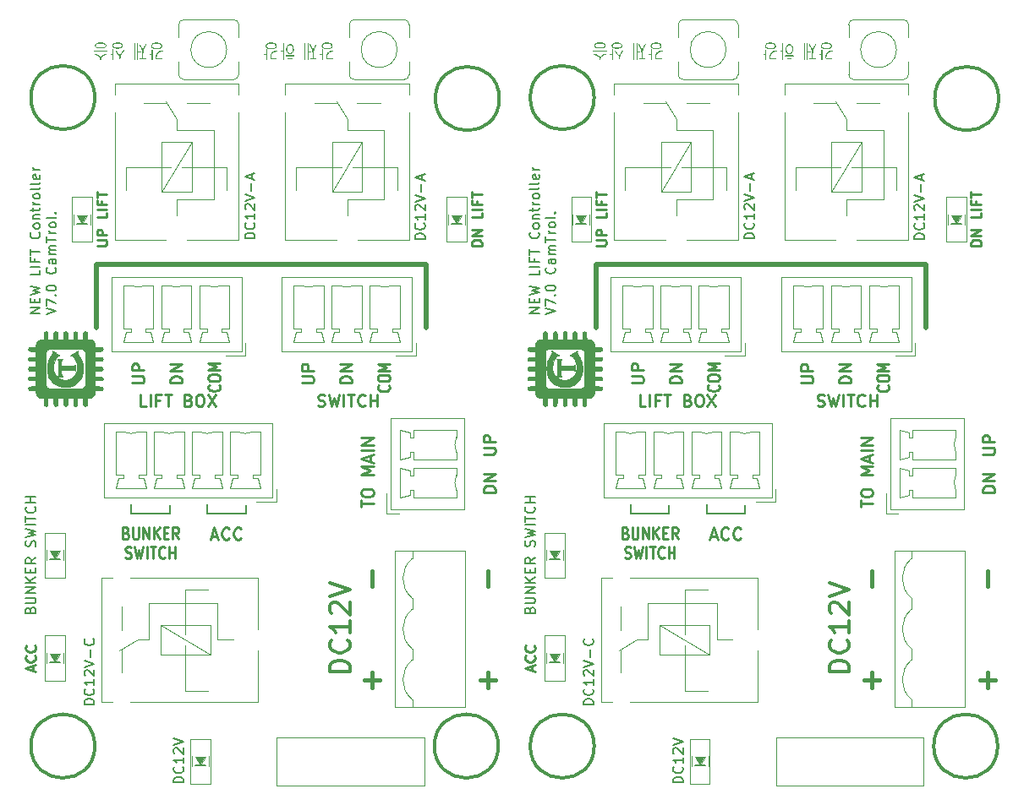
<source format=gbr>
%TF.GenerationSoftware,KiCad,Pcbnew,8.0.7*%
%TF.CreationDate,2025-01-14T20:12:34+09:00*%
%TF.ProjectId,POP_UP_Board_NEW V7.0,504f505f-5550-45f4-926f-6172645f4e45,rev?*%
%TF.SameCoordinates,Original*%
%TF.FileFunction,Legend,Top*%
%TF.FilePolarity,Positive*%
%FSLAX46Y46*%
G04 Gerber Fmt 4.6, Leading zero omitted, Abs format (unit mm)*
G04 Created by KiCad (PCBNEW 8.0.7) date 2025-01-14 20:12:34*
%MOMM*%
%LPD*%
G01*
G04 APERTURE LIST*
%ADD10C,0.300000*%
%ADD11C,0.500000*%
%ADD12C,0.200000*%
%ADD13C,0.250000*%
%ADD14C,0.350000*%
%ADD15C,0.150000*%
%ADD16C,0.400000*%
%ADD17C,0.120000*%
%ADD18C,0.180000*%
%ADD19C,0.100000*%
%ADD20C,0.010000*%
G04 APERTURE END LIST*
D10*
X132601250Y-125871250D02*
G75*
G02*
X126201250Y-125871250I-3200000J0D01*
G01*
X126201250Y-125871250D02*
G75*
G02*
X132601250Y-125871250I3200000J0D01*
G01*
X173001250Y-125871250D02*
G75*
G02*
X166601250Y-125871250I-3200000J0D01*
G01*
X166601250Y-125871250D02*
G75*
G02*
X173001250Y-125871250I3200000J0D01*
G01*
X173101250Y-60971250D02*
G75*
G02*
X166701250Y-60971250I-3200000J0D01*
G01*
X166701250Y-60971250D02*
G75*
G02*
X173101250Y-60971250I3200000J0D01*
G01*
D11*
X132801250Y-83921250D02*
X132801250Y-77591250D01*
D12*
X143866250Y-102551250D02*
X143866250Y-101651250D01*
X140096250Y-102551250D02*
X136256250Y-102551250D01*
D11*
X132801250Y-77591250D02*
X165811250Y-77591250D01*
D12*
X140096250Y-101681250D02*
X140096250Y-102551250D01*
X147706250Y-101681250D02*
X147706250Y-102551250D01*
X147706250Y-102551250D02*
X143866250Y-102551250D01*
X136256250Y-102551250D02*
X136256250Y-101651250D01*
D11*
X165811250Y-77591250D02*
X165811250Y-83921250D01*
D10*
X132601250Y-60871250D02*
G75*
G02*
X126201250Y-60871250I-3200000J0D01*
G01*
X126201250Y-60871250D02*
G75*
G02*
X132601250Y-60871250I3200000J0D01*
G01*
D13*
X135742678Y-104498855D02*
X135885535Y-104555998D01*
X135885535Y-104555998D02*
X135933154Y-104613141D01*
X135933154Y-104613141D02*
X135980773Y-104727426D01*
X135980773Y-104727426D02*
X135980773Y-104898855D01*
X135980773Y-104898855D02*
X135933154Y-105013141D01*
X135933154Y-105013141D02*
X135885535Y-105070284D01*
X135885535Y-105070284D02*
X135790297Y-105127426D01*
X135790297Y-105127426D02*
X135409345Y-105127426D01*
X135409345Y-105127426D02*
X135409345Y-103927426D01*
X135409345Y-103927426D02*
X135742678Y-103927426D01*
X135742678Y-103927426D02*
X135837916Y-103984569D01*
X135837916Y-103984569D02*
X135885535Y-104041712D01*
X135885535Y-104041712D02*
X135933154Y-104155998D01*
X135933154Y-104155998D02*
X135933154Y-104270284D01*
X135933154Y-104270284D02*
X135885535Y-104384569D01*
X135885535Y-104384569D02*
X135837916Y-104441712D01*
X135837916Y-104441712D02*
X135742678Y-104498855D01*
X135742678Y-104498855D02*
X135409345Y-104498855D01*
X136409345Y-103927426D02*
X136409345Y-104898855D01*
X136409345Y-104898855D02*
X136456964Y-105013141D01*
X136456964Y-105013141D02*
X136504583Y-105070284D01*
X136504583Y-105070284D02*
X136599821Y-105127426D01*
X136599821Y-105127426D02*
X136790297Y-105127426D01*
X136790297Y-105127426D02*
X136885535Y-105070284D01*
X136885535Y-105070284D02*
X136933154Y-105013141D01*
X136933154Y-105013141D02*
X136980773Y-104898855D01*
X136980773Y-104898855D02*
X136980773Y-103927426D01*
X137456964Y-105127426D02*
X137456964Y-103927426D01*
X137456964Y-103927426D02*
X138028392Y-105127426D01*
X138028392Y-105127426D02*
X138028392Y-103927426D01*
X138504583Y-105127426D02*
X138504583Y-103927426D01*
X139076011Y-105127426D02*
X138647440Y-104441712D01*
X139076011Y-103927426D02*
X138504583Y-104613141D01*
X139504583Y-104498855D02*
X139837916Y-104498855D01*
X139980773Y-105127426D02*
X139504583Y-105127426D01*
X139504583Y-105127426D02*
X139504583Y-103927426D01*
X139504583Y-103927426D02*
X139980773Y-103927426D01*
X140980773Y-105127426D02*
X140647440Y-104555998D01*
X140409345Y-105127426D02*
X140409345Y-103927426D01*
X140409345Y-103927426D02*
X140790297Y-103927426D01*
X140790297Y-103927426D02*
X140885535Y-103984569D01*
X140885535Y-103984569D02*
X140933154Y-104041712D01*
X140933154Y-104041712D02*
X140980773Y-104155998D01*
X140980773Y-104155998D02*
X140980773Y-104327426D01*
X140980773Y-104327426D02*
X140933154Y-104441712D01*
X140933154Y-104441712D02*
X140885535Y-104498855D01*
X140885535Y-104498855D02*
X140790297Y-104555998D01*
X140790297Y-104555998D02*
X140409345Y-104555998D01*
X135671250Y-107002217D02*
X135814107Y-107059359D01*
X135814107Y-107059359D02*
X136052202Y-107059359D01*
X136052202Y-107059359D02*
X136147440Y-107002217D01*
X136147440Y-107002217D02*
X136195059Y-106945074D01*
X136195059Y-106945074D02*
X136242678Y-106830788D01*
X136242678Y-106830788D02*
X136242678Y-106716502D01*
X136242678Y-106716502D02*
X136195059Y-106602217D01*
X136195059Y-106602217D02*
X136147440Y-106545074D01*
X136147440Y-106545074D02*
X136052202Y-106487931D01*
X136052202Y-106487931D02*
X135861726Y-106430788D01*
X135861726Y-106430788D02*
X135766488Y-106373645D01*
X135766488Y-106373645D02*
X135718869Y-106316502D01*
X135718869Y-106316502D02*
X135671250Y-106202217D01*
X135671250Y-106202217D02*
X135671250Y-106087931D01*
X135671250Y-106087931D02*
X135718869Y-105973645D01*
X135718869Y-105973645D02*
X135766488Y-105916502D01*
X135766488Y-105916502D02*
X135861726Y-105859359D01*
X135861726Y-105859359D02*
X136099821Y-105859359D01*
X136099821Y-105859359D02*
X136242678Y-105916502D01*
X136576012Y-105859359D02*
X136814107Y-107059359D01*
X136814107Y-107059359D02*
X137004583Y-106202217D01*
X137004583Y-106202217D02*
X137195059Y-107059359D01*
X137195059Y-107059359D02*
X137433155Y-105859359D01*
X137814107Y-107059359D02*
X137814107Y-105859359D01*
X138147440Y-105859359D02*
X138718868Y-105859359D01*
X138433154Y-107059359D02*
X138433154Y-105859359D01*
X139623630Y-106945074D02*
X139576011Y-107002217D01*
X139576011Y-107002217D02*
X139433154Y-107059359D01*
X139433154Y-107059359D02*
X139337916Y-107059359D01*
X139337916Y-107059359D02*
X139195059Y-107002217D01*
X139195059Y-107002217D02*
X139099821Y-106887931D01*
X139099821Y-106887931D02*
X139052202Y-106773645D01*
X139052202Y-106773645D02*
X139004583Y-106545074D01*
X139004583Y-106545074D02*
X139004583Y-106373645D01*
X139004583Y-106373645D02*
X139052202Y-106145074D01*
X139052202Y-106145074D02*
X139099821Y-106030788D01*
X139099821Y-106030788D02*
X139195059Y-105916502D01*
X139195059Y-105916502D02*
X139337916Y-105859359D01*
X139337916Y-105859359D02*
X139433154Y-105859359D01*
X139433154Y-105859359D02*
X139576011Y-105916502D01*
X139576011Y-105916502D02*
X139623630Y-105973645D01*
X140052202Y-107059359D02*
X140052202Y-105859359D01*
X140052202Y-106430788D02*
X140623630Y-106430788D01*
X140623630Y-107059359D02*
X140623630Y-105859359D01*
X144275536Y-104820535D02*
X144846965Y-104820535D01*
X144161250Y-105163392D02*
X144561250Y-103963392D01*
X144561250Y-103963392D02*
X144961250Y-105163392D01*
X146046964Y-105049107D02*
X145989821Y-105106250D01*
X145989821Y-105106250D02*
X145818393Y-105163392D01*
X145818393Y-105163392D02*
X145704107Y-105163392D01*
X145704107Y-105163392D02*
X145532678Y-105106250D01*
X145532678Y-105106250D02*
X145418393Y-104991964D01*
X145418393Y-104991964D02*
X145361250Y-104877678D01*
X145361250Y-104877678D02*
X145304107Y-104649107D01*
X145304107Y-104649107D02*
X145304107Y-104477678D01*
X145304107Y-104477678D02*
X145361250Y-104249107D01*
X145361250Y-104249107D02*
X145418393Y-104134821D01*
X145418393Y-104134821D02*
X145532678Y-104020535D01*
X145532678Y-104020535D02*
X145704107Y-103963392D01*
X145704107Y-103963392D02*
X145818393Y-103963392D01*
X145818393Y-103963392D02*
X145989821Y-104020535D01*
X145989821Y-104020535D02*
X146046964Y-104077678D01*
X147246964Y-105049107D02*
X147189821Y-105106250D01*
X147189821Y-105106250D02*
X147018393Y-105163392D01*
X147018393Y-105163392D02*
X146904107Y-105163392D01*
X146904107Y-105163392D02*
X146732678Y-105106250D01*
X146732678Y-105106250D02*
X146618393Y-104991964D01*
X146618393Y-104991964D02*
X146561250Y-104877678D01*
X146561250Y-104877678D02*
X146504107Y-104649107D01*
X146504107Y-104649107D02*
X146504107Y-104477678D01*
X146504107Y-104477678D02*
X146561250Y-104249107D01*
X146561250Y-104249107D02*
X146618393Y-104134821D01*
X146618393Y-104134821D02*
X146732678Y-104020535D01*
X146732678Y-104020535D02*
X146904107Y-103963392D01*
X146904107Y-103963392D02*
X147018393Y-103963392D01*
X147018393Y-103963392D02*
X147189821Y-104020535D01*
X147189821Y-104020535D02*
X147246964Y-104077678D01*
X154941249Y-91766250D02*
X155112678Y-91823392D01*
X155112678Y-91823392D02*
X155398392Y-91823392D01*
X155398392Y-91823392D02*
X155512678Y-91766250D01*
X155512678Y-91766250D02*
X155569820Y-91709107D01*
X155569820Y-91709107D02*
X155626963Y-91594821D01*
X155626963Y-91594821D02*
X155626963Y-91480535D01*
X155626963Y-91480535D02*
X155569820Y-91366250D01*
X155569820Y-91366250D02*
X155512678Y-91309107D01*
X155512678Y-91309107D02*
X155398392Y-91251964D01*
X155398392Y-91251964D02*
X155169820Y-91194821D01*
X155169820Y-91194821D02*
X155055535Y-91137678D01*
X155055535Y-91137678D02*
X154998392Y-91080535D01*
X154998392Y-91080535D02*
X154941249Y-90966250D01*
X154941249Y-90966250D02*
X154941249Y-90851964D01*
X154941249Y-90851964D02*
X154998392Y-90737678D01*
X154998392Y-90737678D02*
X155055535Y-90680535D01*
X155055535Y-90680535D02*
X155169820Y-90623392D01*
X155169820Y-90623392D02*
X155455535Y-90623392D01*
X155455535Y-90623392D02*
X155626963Y-90680535D01*
X156026963Y-90623392D02*
X156312677Y-91823392D01*
X156312677Y-91823392D02*
X156541249Y-90966250D01*
X156541249Y-90966250D02*
X156769820Y-91823392D01*
X156769820Y-91823392D02*
X157055535Y-90623392D01*
X157512678Y-91823392D02*
X157512678Y-90623392D01*
X157912678Y-90623392D02*
X158598393Y-90623392D01*
X158255535Y-91823392D02*
X158255535Y-90623392D01*
X159684107Y-91709107D02*
X159626964Y-91766250D01*
X159626964Y-91766250D02*
X159455536Y-91823392D01*
X159455536Y-91823392D02*
X159341250Y-91823392D01*
X159341250Y-91823392D02*
X159169821Y-91766250D01*
X159169821Y-91766250D02*
X159055536Y-91651964D01*
X159055536Y-91651964D02*
X158998393Y-91537678D01*
X158998393Y-91537678D02*
X158941250Y-91309107D01*
X158941250Y-91309107D02*
X158941250Y-91137678D01*
X158941250Y-91137678D02*
X158998393Y-90909107D01*
X158998393Y-90909107D02*
X159055536Y-90794821D01*
X159055536Y-90794821D02*
X159169821Y-90680535D01*
X159169821Y-90680535D02*
X159341250Y-90623392D01*
X159341250Y-90623392D02*
X159455536Y-90623392D01*
X159455536Y-90623392D02*
X159626964Y-90680535D01*
X159626964Y-90680535D02*
X159684107Y-90737678D01*
X160198393Y-91823392D02*
X160198393Y-90623392D01*
X160198393Y-91194821D02*
X160884107Y-91194821D01*
X160884107Y-91823392D02*
X160884107Y-90623392D01*
D14*
X158138288Y-118406964D02*
X156138288Y-118406964D01*
X156138288Y-118406964D02*
X156138288Y-117930774D01*
X156138288Y-117930774D02*
X156233526Y-117645059D01*
X156233526Y-117645059D02*
X156424002Y-117454583D01*
X156424002Y-117454583D02*
X156614478Y-117359345D01*
X156614478Y-117359345D02*
X156995430Y-117264107D01*
X156995430Y-117264107D02*
X157281145Y-117264107D01*
X157281145Y-117264107D02*
X157662097Y-117359345D01*
X157662097Y-117359345D02*
X157852573Y-117454583D01*
X157852573Y-117454583D02*
X158043050Y-117645059D01*
X158043050Y-117645059D02*
X158138288Y-117930774D01*
X158138288Y-117930774D02*
X158138288Y-118406964D01*
X157947811Y-115264107D02*
X158043050Y-115359345D01*
X158043050Y-115359345D02*
X158138288Y-115645059D01*
X158138288Y-115645059D02*
X158138288Y-115835535D01*
X158138288Y-115835535D02*
X158043050Y-116121250D01*
X158043050Y-116121250D02*
X157852573Y-116311726D01*
X157852573Y-116311726D02*
X157662097Y-116406964D01*
X157662097Y-116406964D02*
X157281145Y-116502202D01*
X157281145Y-116502202D02*
X156995430Y-116502202D01*
X156995430Y-116502202D02*
X156614478Y-116406964D01*
X156614478Y-116406964D02*
X156424002Y-116311726D01*
X156424002Y-116311726D02*
X156233526Y-116121250D01*
X156233526Y-116121250D02*
X156138288Y-115835535D01*
X156138288Y-115835535D02*
X156138288Y-115645059D01*
X156138288Y-115645059D02*
X156233526Y-115359345D01*
X156233526Y-115359345D02*
X156328764Y-115264107D01*
X158138288Y-113359345D02*
X158138288Y-114502202D01*
X158138288Y-113930774D02*
X156138288Y-113930774D01*
X156138288Y-113930774D02*
X156424002Y-114121250D01*
X156424002Y-114121250D02*
X156614478Y-114311726D01*
X156614478Y-114311726D02*
X156709716Y-114502202D01*
X156328764Y-112597440D02*
X156233526Y-112502202D01*
X156233526Y-112502202D02*
X156138288Y-112311726D01*
X156138288Y-112311726D02*
X156138288Y-111835535D01*
X156138288Y-111835535D02*
X156233526Y-111645059D01*
X156233526Y-111645059D02*
X156328764Y-111549821D01*
X156328764Y-111549821D02*
X156519240Y-111454583D01*
X156519240Y-111454583D02*
X156709716Y-111454583D01*
X156709716Y-111454583D02*
X156995430Y-111549821D01*
X156995430Y-111549821D02*
X158138288Y-112692678D01*
X158138288Y-112692678D02*
X158138288Y-111454583D01*
X156138288Y-110883154D02*
X158138288Y-110216488D01*
X158138288Y-110216488D02*
X156138288Y-109549821D01*
D12*
X127115312Y-82477564D02*
X126115312Y-82477564D01*
X126115312Y-82477564D02*
X127115312Y-81906136D01*
X127115312Y-81906136D02*
X126115312Y-81906136D01*
X126591502Y-81429945D02*
X126591502Y-81096612D01*
X127115312Y-80953755D02*
X127115312Y-81429945D01*
X127115312Y-81429945D02*
X126115312Y-81429945D01*
X126115312Y-81429945D02*
X126115312Y-80953755D01*
X126115312Y-80620421D02*
X127115312Y-80382326D01*
X127115312Y-80382326D02*
X126401026Y-80191850D01*
X126401026Y-80191850D02*
X127115312Y-80001374D01*
X127115312Y-80001374D02*
X126115312Y-79763279D01*
X127115312Y-78144231D02*
X127115312Y-78620421D01*
X127115312Y-78620421D02*
X126115312Y-78620421D01*
X127115312Y-77810897D02*
X126115312Y-77810897D01*
X126591502Y-77001374D02*
X126591502Y-77334707D01*
X127115312Y-77334707D02*
X126115312Y-77334707D01*
X126115312Y-77334707D02*
X126115312Y-76858517D01*
X126115312Y-76620421D02*
X126115312Y-76048993D01*
X127115312Y-76334707D02*
X126115312Y-76334707D01*
X127020073Y-74382326D02*
X127067693Y-74429945D01*
X127067693Y-74429945D02*
X127115312Y-74572802D01*
X127115312Y-74572802D02*
X127115312Y-74668040D01*
X127115312Y-74668040D02*
X127067693Y-74810897D01*
X127067693Y-74810897D02*
X126972454Y-74906135D01*
X126972454Y-74906135D02*
X126877216Y-74953754D01*
X126877216Y-74953754D02*
X126686740Y-75001373D01*
X126686740Y-75001373D02*
X126543883Y-75001373D01*
X126543883Y-75001373D02*
X126353407Y-74953754D01*
X126353407Y-74953754D02*
X126258169Y-74906135D01*
X126258169Y-74906135D02*
X126162931Y-74810897D01*
X126162931Y-74810897D02*
X126115312Y-74668040D01*
X126115312Y-74668040D02*
X126115312Y-74572802D01*
X126115312Y-74572802D02*
X126162931Y-74429945D01*
X126162931Y-74429945D02*
X126210550Y-74382326D01*
X127115312Y-73810897D02*
X127067693Y-73906135D01*
X127067693Y-73906135D02*
X127020073Y-73953754D01*
X127020073Y-73953754D02*
X126924835Y-74001373D01*
X126924835Y-74001373D02*
X126639121Y-74001373D01*
X126639121Y-74001373D02*
X126543883Y-73953754D01*
X126543883Y-73953754D02*
X126496264Y-73906135D01*
X126496264Y-73906135D02*
X126448645Y-73810897D01*
X126448645Y-73810897D02*
X126448645Y-73668040D01*
X126448645Y-73668040D02*
X126496264Y-73572802D01*
X126496264Y-73572802D02*
X126543883Y-73525183D01*
X126543883Y-73525183D02*
X126639121Y-73477564D01*
X126639121Y-73477564D02*
X126924835Y-73477564D01*
X126924835Y-73477564D02*
X127020073Y-73525183D01*
X127020073Y-73525183D02*
X127067693Y-73572802D01*
X127067693Y-73572802D02*
X127115312Y-73668040D01*
X127115312Y-73668040D02*
X127115312Y-73810897D01*
X126448645Y-73048992D02*
X127115312Y-73048992D01*
X126543883Y-73048992D02*
X126496264Y-73001373D01*
X126496264Y-73001373D02*
X126448645Y-72906135D01*
X126448645Y-72906135D02*
X126448645Y-72763278D01*
X126448645Y-72763278D02*
X126496264Y-72668040D01*
X126496264Y-72668040D02*
X126591502Y-72620421D01*
X126591502Y-72620421D02*
X127115312Y-72620421D01*
X126448645Y-72287087D02*
X126448645Y-71906135D01*
X126115312Y-72144230D02*
X126972454Y-72144230D01*
X126972454Y-72144230D02*
X127067693Y-72096611D01*
X127067693Y-72096611D02*
X127115312Y-72001373D01*
X127115312Y-72001373D02*
X127115312Y-71906135D01*
X127115312Y-71572801D02*
X126448645Y-71572801D01*
X126639121Y-71572801D02*
X126543883Y-71525182D01*
X126543883Y-71525182D02*
X126496264Y-71477563D01*
X126496264Y-71477563D02*
X126448645Y-71382325D01*
X126448645Y-71382325D02*
X126448645Y-71287087D01*
X127115312Y-70810896D02*
X127067693Y-70906134D01*
X127067693Y-70906134D02*
X127020073Y-70953753D01*
X127020073Y-70953753D02*
X126924835Y-71001372D01*
X126924835Y-71001372D02*
X126639121Y-71001372D01*
X126639121Y-71001372D02*
X126543883Y-70953753D01*
X126543883Y-70953753D02*
X126496264Y-70906134D01*
X126496264Y-70906134D02*
X126448645Y-70810896D01*
X126448645Y-70810896D02*
X126448645Y-70668039D01*
X126448645Y-70668039D02*
X126496264Y-70572801D01*
X126496264Y-70572801D02*
X126543883Y-70525182D01*
X126543883Y-70525182D02*
X126639121Y-70477563D01*
X126639121Y-70477563D02*
X126924835Y-70477563D01*
X126924835Y-70477563D02*
X127020073Y-70525182D01*
X127020073Y-70525182D02*
X127067693Y-70572801D01*
X127067693Y-70572801D02*
X127115312Y-70668039D01*
X127115312Y-70668039D02*
X127115312Y-70810896D01*
X127115312Y-69906134D02*
X127067693Y-70001372D01*
X127067693Y-70001372D02*
X126972454Y-70048991D01*
X126972454Y-70048991D02*
X126115312Y-70048991D01*
X127115312Y-69382324D02*
X127067693Y-69477562D01*
X127067693Y-69477562D02*
X126972454Y-69525181D01*
X126972454Y-69525181D02*
X126115312Y-69525181D01*
X127067693Y-68620419D02*
X127115312Y-68715657D01*
X127115312Y-68715657D02*
X127115312Y-68906133D01*
X127115312Y-68906133D02*
X127067693Y-69001371D01*
X127067693Y-69001371D02*
X126972454Y-69048990D01*
X126972454Y-69048990D02*
X126591502Y-69048990D01*
X126591502Y-69048990D02*
X126496264Y-69001371D01*
X126496264Y-69001371D02*
X126448645Y-68906133D01*
X126448645Y-68906133D02*
X126448645Y-68715657D01*
X126448645Y-68715657D02*
X126496264Y-68620419D01*
X126496264Y-68620419D02*
X126591502Y-68572800D01*
X126591502Y-68572800D02*
X126686740Y-68572800D01*
X126686740Y-68572800D02*
X126781978Y-69048990D01*
X127115312Y-68144228D02*
X126448645Y-68144228D01*
X126639121Y-68144228D02*
X126543883Y-68096609D01*
X126543883Y-68096609D02*
X126496264Y-68048990D01*
X126496264Y-68048990D02*
X126448645Y-67953752D01*
X126448645Y-67953752D02*
X126448645Y-67858514D01*
X127725256Y-82620421D02*
X128725256Y-82287088D01*
X128725256Y-82287088D02*
X127725256Y-81953755D01*
X127725256Y-81715659D02*
X127725256Y-81048993D01*
X127725256Y-81048993D02*
X128725256Y-81477564D01*
X128630017Y-80668040D02*
X128677637Y-80620421D01*
X128677637Y-80620421D02*
X128725256Y-80668040D01*
X128725256Y-80668040D02*
X128677637Y-80715659D01*
X128677637Y-80715659D02*
X128630017Y-80668040D01*
X128630017Y-80668040D02*
X128725256Y-80668040D01*
X127725256Y-80001374D02*
X127725256Y-79906136D01*
X127725256Y-79906136D02*
X127772875Y-79810898D01*
X127772875Y-79810898D02*
X127820494Y-79763279D01*
X127820494Y-79763279D02*
X127915732Y-79715660D01*
X127915732Y-79715660D02*
X128106208Y-79668041D01*
X128106208Y-79668041D02*
X128344303Y-79668041D01*
X128344303Y-79668041D02*
X128534779Y-79715660D01*
X128534779Y-79715660D02*
X128630017Y-79763279D01*
X128630017Y-79763279D02*
X128677637Y-79810898D01*
X128677637Y-79810898D02*
X128725256Y-79906136D01*
X128725256Y-79906136D02*
X128725256Y-80001374D01*
X128725256Y-80001374D02*
X128677637Y-80096612D01*
X128677637Y-80096612D02*
X128630017Y-80144231D01*
X128630017Y-80144231D02*
X128534779Y-80191850D01*
X128534779Y-80191850D02*
X128344303Y-80239469D01*
X128344303Y-80239469D02*
X128106208Y-80239469D01*
X128106208Y-80239469D02*
X127915732Y-80191850D01*
X127915732Y-80191850D02*
X127820494Y-80144231D01*
X127820494Y-80144231D02*
X127772875Y-80096612D01*
X127772875Y-80096612D02*
X127725256Y-80001374D01*
X128630017Y-77906136D02*
X128677637Y-77953755D01*
X128677637Y-77953755D02*
X128725256Y-78096612D01*
X128725256Y-78096612D02*
X128725256Y-78191850D01*
X128725256Y-78191850D02*
X128677637Y-78334707D01*
X128677637Y-78334707D02*
X128582398Y-78429945D01*
X128582398Y-78429945D02*
X128487160Y-78477564D01*
X128487160Y-78477564D02*
X128296684Y-78525183D01*
X128296684Y-78525183D02*
X128153827Y-78525183D01*
X128153827Y-78525183D02*
X127963351Y-78477564D01*
X127963351Y-78477564D02*
X127868113Y-78429945D01*
X127868113Y-78429945D02*
X127772875Y-78334707D01*
X127772875Y-78334707D02*
X127725256Y-78191850D01*
X127725256Y-78191850D02*
X127725256Y-78096612D01*
X127725256Y-78096612D02*
X127772875Y-77953755D01*
X127772875Y-77953755D02*
X127820494Y-77906136D01*
X128725256Y-77048993D02*
X128201446Y-77048993D01*
X128201446Y-77048993D02*
X128106208Y-77096612D01*
X128106208Y-77096612D02*
X128058589Y-77191850D01*
X128058589Y-77191850D02*
X128058589Y-77382326D01*
X128058589Y-77382326D02*
X128106208Y-77477564D01*
X128677637Y-77048993D02*
X128725256Y-77144231D01*
X128725256Y-77144231D02*
X128725256Y-77382326D01*
X128725256Y-77382326D02*
X128677637Y-77477564D01*
X128677637Y-77477564D02*
X128582398Y-77525183D01*
X128582398Y-77525183D02*
X128487160Y-77525183D01*
X128487160Y-77525183D02*
X128391922Y-77477564D01*
X128391922Y-77477564D02*
X128344303Y-77382326D01*
X128344303Y-77382326D02*
X128344303Y-77144231D01*
X128344303Y-77144231D02*
X128296684Y-77048993D01*
X128725256Y-76572802D02*
X128058589Y-76572802D01*
X128153827Y-76572802D02*
X128106208Y-76525183D01*
X128106208Y-76525183D02*
X128058589Y-76429945D01*
X128058589Y-76429945D02*
X128058589Y-76287088D01*
X128058589Y-76287088D02*
X128106208Y-76191850D01*
X128106208Y-76191850D02*
X128201446Y-76144231D01*
X128201446Y-76144231D02*
X128725256Y-76144231D01*
X128201446Y-76144231D02*
X128106208Y-76096612D01*
X128106208Y-76096612D02*
X128058589Y-76001374D01*
X128058589Y-76001374D02*
X128058589Y-75858517D01*
X128058589Y-75858517D02*
X128106208Y-75763278D01*
X128106208Y-75763278D02*
X128201446Y-75715659D01*
X128201446Y-75715659D02*
X128725256Y-75715659D01*
X127725256Y-75382326D02*
X127725256Y-74810898D01*
X128725256Y-75096612D02*
X127725256Y-75096612D01*
X128725256Y-74477564D02*
X128058589Y-74477564D01*
X128249065Y-74477564D02*
X128153827Y-74429945D01*
X128153827Y-74429945D02*
X128106208Y-74382326D01*
X128106208Y-74382326D02*
X128058589Y-74287088D01*
X128058589Y-74287088D02*
X128058589Y-74191850D01*
X128725256Y-73715659D02*
X128677637Y-73810897D01*
X128677637Y-73810897D02*
X128630017Y-73858516D01*
X128630017Y-73858516D02*
X128534779Y-73906135D01*
X128534779Y-73906135D02*
X128249065Y-73906135D01*
X128249065Y-73906135D02*
X128153827Y-73858516D01*
X128153827Y-73858516D02*
X128106208Y-73810897D01*
X128106208Y-73810897D02*
X128058589Y-73715659D01*
X128058589Y-73715659D02*
X128058589Y-73572802D01*
X128058589Y-73572802D02*
X128106208Y-73477564D01*
X128106208Y-73477564D02*
X128153827Y-73429945D01*
X128153827Y-73429945D02*
X128249065Y-73382326D01*
X128249065Y-73382326D02*
X128534779Y-73382326D01*
X128534779Y-73382326D02*
X128630017Y-73429945D01*
X128630017Y-73429945D02*
X128677637Y-73477564D01*
X128677637Y-73477564D02*
X128725256Y-73572802D01*
X128725256Y-73572802D02*
X128725256Y-73715659D01*
X128725256Y-72810897D02*
X128677637Y-72906135D01*
X128677637Y-72906135D02*
X128582398Y-72953754D01*
X128582398Y-72953754D02*
X127725256Y-72953754D01*
X128630017Y-72429944D02*
X128677637Y-72382325D01*
X128677637Y-72382325D02*
X128725256Y-72429944D01*
X128725256Y-72429944D02*
X128677637Y-72477563D01*
X128677637Y-72477563D02*
X128630017Y-72429944D01*
X128630017Y-72429944D02*
X128725256Y-72429944D01*
D13*
X171503392Y-96624107D02*
X172474821Y-96624107D01*
X172474821Y-96624107D02*
X172589107Y-96566964D01*
X172589107Y-96566964D02*
X172646250Y-96509822D01*
X172646250Y-96509822D02*
X172703392Y-96395536D01*
X172703392Y-96395536D02*
X172703392Y-96166964D01*
X172703392Y-96166964D02*
X172646250Y-96052679D01*
X172646250Y-96052679D02*
X172589107Y-95995536D01*
X172589107Y-95995536D02*
X172474821Y-95938393D01*
X172474821Y-95938393D02*
X171503392Y-95938393D01*
X172703392Y-95366964D02*
X171503392Y-95366964D01*
X171503392Y-95366964D02*
X171503392Y-94909821D01*
X171503392Y-94909821D02*
X171560535Y-94795536D01*
X171560535Y-94795536D02*
X171617678Y-94738393D01*
X171617678Y-94738393D02*
X171731964Y-94681250D01*
X171731964Y-94681250D02*
X171903392Y-94681250D01*
X171903392Y-94681250D02*
X172017678Y-94738393D01*
X172017678Y-94738393D02*
X172074821Y-94795536D01*
X172074821Y-94795536D02*
X172131964Y-94909821D01*
X172131964Y-94909821D02*
X172131964Y-95366964D01*
X159293392Y-101904107D02*
X159293392Y-101218393D01*
X160493392Y-101561250D02*
X159293392Y-101561250D01*
X159293392Y-100589821D02*
X159293392Y-100361249D01*
X159293392Y-100361249D02*
X159350535Y-100246964D01*
X159350535Y-100246964D02*
X159464821Y-100132678D01*
X159464821Y-100132678D02*
X159693392Y-100075535D01*
X159693392Y-100075535D02*
X160093392Y-100075535D01*
X160093392Y-100075535D02*
X160321964Y-100132678D01*
X160321964Y-100132678D02*
X160436250Y-100246964D01*
X160436250Y-100246964D02*
X160493392Y-100361249D01*
X160493392Y-100361249D02*
X160493392Y-100589821D01*
X160493392Y-100589821D02*
X160436250Y-100704107D01*
X160436250Y-100704107D02*
X160321964Y-100818392D01*
X160321964Y-100818392D02*
X160093392Y-100875535D01*
X160093392Y-100875535D02*
X159693392Y-100875535D01*
X159693392Y-100875535D02*
X159464821Y-100818392D01*
X159464821Y-100818392D02*
X159350535Y-100704107D01*
X159350535Y-100704107D02*
X159293392Y-100589821D01*
X160493392Y-98646963D02*
X159293392Y-98646963D01*
X159293392Y-98646963D02*
X160150535Y-98246963D01*
X160150535Y-98246963D02*
X159293392Y-97846963D01*
X159293392Y-97846963D02*
X160493392Y-97846963D01*
X160150535Y-97332677D02*
X160150535Y-96761249D01*
X160493392Y-97446963D02*
X159293392Y-97046963D01*
X159293392Y-97046963D02*
X160493392Y-96646963D01*
X160493392Y-96246963D02*
X159293392Y-96246963D01*
X160493392Y-95675534D02*
X159293392Y-95675534D01*
X159293392Y-95675534D02*
X160493392Y-94989820D01*
X160493392Y-94989820D02*
X159293392Y-94989820D01*
X137748392Y-91823392D02*
X137176964Y-91823392D01*
X137176964Y-91823392D02*
X137176964Y-90623392D01*
X138148393Y-91823392D02*
X138148393Y-90623392D01*
X139119822Y-91194821D02*
X138719822Y-91194821D01*
X138719822Y-91823392D02*
X138719822Y-90623392D01*
X138719822Y-90623392D02*
X139291250Y-90623392D01*
X139576964Y-90623392D02*
X140262679Y-90623392D01*
X139919821Y-91823392D02*
X139919821Y-90623392D01*
X141976965Y-91194821D02*
X142148393Y-91251964D01*
X142148393Y-91251964D02*
X142205536Y-91309107D01*
X142205536Y-91309107D02*
X142262679Y-91423392D01*
X142262679Y-91423392D02*
X142262679Y-91594821D01*
X142262679Y-91594821D02*
X142205536Y-91709107D01*
X142205536Y-91709107D02*
X142148393Y-91766250D01*
X142148393Y-91766250D02*
X142034108Y-91823392D01*
X142034108Y-91823392D02*
X141576965Y-91823392D01*
X141576965Y-91823392D02*
X141576965Y-90623392D01*
X141576965Y-90623392D02*
X141976965Y-90623392D01*
X141976965Y-90623392D02*
X142091251Y-90680535D01*
X142091251Y-90680535D02*
X142148393Y-90737678D01*
X142148393Y-90737678D02*
X142205536Y-90851964D01*
X142205536Y-90851964D02*
X142205536Y-90966250D01*
X142205536Y-90966250D02*
X142148393Y-91080535D01*
X142148393Y-91080535D02*
X142091251Y-91137678D01*
X142091251Y-91137678D02*
X141976965Y-91194821D01*
X141976965Y-91194821D02*
X141576965Y-91194821D01*
X143005536Y-90623392D02*
X143234108Y-90623392D01*
X143234108Y-90623392D02*
X143348393Y-90680535D01*
X143348393Y-90680535D02*
X143462679Y-90794821D01*
X143462679Y-90794821D02*
X143519822Y-91023392D01*
X143519822Y-91023392D02*
X143519822Y-91423392D01*
X143519822Y-91423392D02*
X143462679Y-91651964D01*
X143462679Y-91651964D02*
X143348393Y-91766250D01*
X143348393Y-91766250D02*
X143234108Y-91823392D01*
X143234108Y-91823392D02*
X143005536Y-91823392D01*
X143005536Y-91823392D02*
X142891251Y-91766250D01*
X142891251Y-91766250D02*
X142776965Y-91651964D01*
X142776965Y-91651964D02*
X142719822Y-91423392D01*
X142719822Y-91423392D02*
X142719822Y-91023392D01*
X142719822Y-91023392D02*
X142776965Y-90794821D01*
X142776965Y-90794821D02*
X142891251Y-90680535D01*
X142891251Y-90680535D02*
X143005536Y-90623392D01*
X143919822Y-90623392D02*
X144719822Y-91823392D01*
X144719822Y-90623392D02*
X143919822Y-91823392D01*
X172703392Y-100444106D02*
X171503392Y-100444106D01*
X171503392Y-100444106D02*
X171503392Y-100158392D01*
X171503392Y-100158392D02*
X171560535Y-99986963D01*
X171560535Y-99986963D02*
X171674821Y-99872678D01*
X171674821Y-99872678D02*
X171789107Y-99815535D01*
X171789107Y-99815535D02*
X172017678Y-99758392D01*
X172017678Y-99758392D02*
X172189107Y-99758392D01*
X172189107Y-99758392D02*
X172417678Y-99815535D01*
X172417678Y-99815535D02*
X172531964Y-99872678D01*
X172531964Y-99872678D02*
X172646250Y-99986963D01*
X172646250Y-99986963D02*
X172703392Y-100158392D01*
X172703392Y-100158392D02*
X172703392Y-100444106D01*
X172703392Y-99244106D02*
X171503392Y-99244106D01*
X171503392Y-99244106D02*
X172703392Y-98558392D01*
X172703392Y-98558392D02*
X171503392Y-98558392D01*
X162019107Y-89696675D02*
X162076250Y-89744294D01*
X162076250Y-89744294D02*
X162133392Y-89887151D01*
X162133392Y-89887151D02*
X162133392Y-89982389D01*
X162133392Y-89982389D02*
X162076250Y-90125246D01*
X162076250Y-90125246D02*
X161961964Y-90220484D01*
X161961964Y-90220484D02*
X161847678Y-90268103D01*
X161847678Y-90268103D02*
X161619107Y-90315722D01*
X161619107Y-90315722D02*
X161447678Y-90315722D01*
X161447678Y-90315722D02*
X161219107Y-90268103D01*
X161219107Y-90268103D02*
X161104821Y-90220484D01*
X161104821Y-90220484D02*
X160990535Y-90125246D01*
X160990535Y-90125246D02*
X160933392Y-89982389D01*
X160933392Y-89982389D02*
X160933392Y-89887151D01*
X160933392Y-89887151D02*
X160990535Y-89744294D01*
X160990535Y-89744294D02*
X161047678Y-89696675D01*
X160933392Y-89077627D02*
X160933392Y-88887151D01*
X160933392Y-88887151D02*
X160990535Y-88791913D01*
X160990535Y-88791913D02*
X161104821Y-88696675D01*
X161104821Y-88696675D02*
X161333392Y-88649056D01*
X161333392Y-88649056D02*
X161733392Y-88649056D01*
X161733392Y-88649056D02*
X161961964Y-88696675D01*
X161961964Y-88696675D02*
X162076250Y-88791913D01*
X162076250Y-88791913D02*
X162133392Y-88887151D01*
X162133392Y-88887151D02*
X162133392Y-89077627D01*
X162133392Y-89077627D02*
X162076250Y-89172865D01*
X162076250Y-89172865D02*
X161961964Y-89268103D01*
X161961964Y-89268103D02*
X161733392Y-89315722D01*
X161733392Y-89315722D02*
X161333392Y-89315722D01*
X161333392Y-89315722D02*
X161104821Y-89268103D01*
X161104821Y-89268103D02*
X160990535Y-89172865D01*
X160990535Y-89172865D02*
X160933392Y-89077627D01*
X162133392Y-88220484D02*
X160933392Y-88220484D01*
X160933392Y-88220484D02*
X161790535Y-87887151D01*
X161790535Y-87887151D02*
X160933392Y-87553818D01*
X160933392Y-87553818D02*
X162133392Y-87553818D01*
X153313392Y-89487151D02*
X154284821Y-89487151D01*
X154284821Y-89487151D02*
X154399107Y-89430008D01*
X154399107Y-89430008D02*
X154456250Y-89372866D01*
X154456250Y-89372866D02*
X154513392Y-89258580D01*
X154513392Y-89258580D02*
X154513392Y-89030008D01*
X154513392Y-89030008D02*
X154456250Y-88915723D01*
X154456250Y-88915723D02*
X154399107Y-88858580D01*
X154399107Y-88858580D02*
X154284821Y-88801437D01*
X154284821Y-88801437D02*
X153313392Y-88801437D01*
X154513392Y-88230008D02*
X153313392Y-88230008D01*
X153313392Y-88230008D02*
X153313392Y-87772865D01*
X153313392Y-87772865D02*
X153370535Y-87658580D01*
X153370535Y-87658580D02*
X153427678Y-87601437D01*
X153427678Y-87601437D02*
X153541964Y-87544294D01*
X153541964Y-87544294D02*
X153713392Y-87544294D01*
X153713392Y-87544294D02*
X153827678Y-87601437D01*
X153827678Y-87601437D02*
X153884821Y-87658580D01*
X153884821Y-87658580D02*
X153941964Y-87772865D01*
X153941964Y-87772865D02*
X153941964Y-88230008D01*
X158323392Y-89487151D02*
X157123392Y-89487151D01*
X157123392Y-89487151D02*
X157123392Y-89201437D01*
X157123392Y-89201437D02*
X157180535Y-89030008D01*
X157180535Y-89030008D02*
X157294821Y-88915723D01*
X157294821Y-88915723D02*
X157409107Y-88858580D01*
X157409107Y-88858580D02*
X157637678Y-88801437D01*
X157637678Y-88801437D02*
X157809107Y-88801437D01*
X157809107Y-88801437D02*
X158037678Y-88858580D01*
X158037678Y-88858580D02*
X158151964Y-88915723D01*
X158151964Y-88915723D02*
X158266250Y-89030008D01*
X158266250Y-89030008D02*
X158323392Y-89201437D01*
X158323392Y-89201437D02*
X158323392Y-89487151D01*
X158323392Y-88287151D02*
X157123392Y-88287151D01*
X157123392Y-88287151D02*
X158323392Y-87601437D01*
X158323392Y-87601437D02*
X157123392Y-87601437D01*
X145039107Y-89676675D02*
X145096250Y-89724294D01*
X145096250Y-89724294D02*
X145153392Y-89867151D01*
X145153392Y-89867151D02*
X145153392Y-89962389D01*
X145153392Y-89962389D02*
X145096250Y-90105246D01*
X145096250Y-90105246D02*
X144981964Y-90200484D01*
X144981964Y-90200484D02*
X144867678Y-90248103D01*
X144867678Y-90248103D02*
X144639107Y-90295722D01*
X144639107Y-90295722D02*
X144467678Y-90295722D01*
X144467678Y-90295722D02*
X144239107Y-90248103D01*
X144239107Y-90248103D02*
X144124821Y-90200484D01*
X144124821Y-90200484D02*
X144010535Y-90105246D01*
X144010535Y-90105246D02*
X143953392Y-89962389D01*
X143953392Y-89962389D02*
X143953392Y-89867151D01*
X143953392Y-89867151D02*
X144010535Y-89724294D01*
X144010535Y-89724294D02*
X144067678Y-89676675D01*
X143953392Y-89057627D02*
X143953392Y-88867151D01*
X143953392Y-88867151D02*
X144010535Y-88771913D01*
X144010535Y-88771913D02*
X144124821Y-88676675D01*
X144124821Y-88676675D02*
X144353392Y-88629056D01*
X144353392Y-88629056D02*
X144753392Y-88629056D01*
X144753392Y-88629056D02*
X144981964Y-88676675D01*
X144981964Y-88676675D02*
X145096250Y-88771913D01*
X145096250Y-88771913D02*
X145153392Y-88867151D01*
X145153392Y-88867151D02*
X145153392Y-89057627D01*
X145153392Y-89057627D02*
X145096250Y-89152865D01*
X145096250Y-89152865D02*
X144981964Y-89248103D01*
X144981964Y-89248103D02*
X144753392Y-89295722D01*
X144753392Y-89295722D02*
X144353392Y-89295722D01*
X144353392Y-89295722D02*
X144124821Y-89248103D01*
X144124821Y-89248103D02*
X144010535Y-89152865D01*
X144010535Y-89152865D02*
X143953392Y-89057627D01*
X145153392Y-88200484D02*
X143953392Y-88200484D01*
X143953392Y-88200484D02*
X144810535Y-87867151D01*
X144810535Y-87867151D02*
X143953392Y-87533818D01*
X143953392Y-87533818D02*
X145153392Y-87533818D01*
X136333392Y-89467151D02*
X137304821Y-89467151D01*
X137304821Y-89467151D02*
X137419107Y-89410008D01*
X137419107Y-89410008D02*
X137476250Y-89352866D01*
X137476250Y-89352866D02*
X137533392Y-89238580D01*
X137533392Y-89238580D02*
X137533392Y-89010008D01*
X137533392Y-89010008D02*
X137476250Y-88895723D01*
X137476250Y-88895723D02*
X137419107Y-88838580D01*
X137419107Y-88838580D02*
X137304821Y-88781437D01*
X137304821Y-88781437D02*
X136333392Y-88781437D01*
X137533392Y-88210008D02*
X136333392Y-88210008D01*
X136333392Y-88210008D02*
X136333392Y-87752865D01*
X136333392Y-87752865D02*
X136390535Y-87638580D01*
X136390535Y-87638580D02*
X136447678Y-87581437D01*
X136447678Y-87581437D02*
X136561964Y-87524294D01*
X136561964Y-87524294D02*
X136733392Y-87524294D01*
X136733392Y-87524294D02*
X136847678Y-87581437D01*
X136847678Y-87581437D02*
X136904821Y-87638580D01*
X136904821Y-87638580D02*
X136961964Y-87752865D01*
X136961964Y-87752865D02*
X136961964Y-88210008D01*
X141343392Y-89467151D02*
X140143392Y-89467151D01*
X140143392Y-89467151D02*
X140143392Y-89181437D01*
X140143392Y-89181437D02*
X140200535Y-89010008D01*
X140200535Y-89010008D02*
X140314821Y-88895723D01*
X140314821Y-88895723D02*
X140429107Y-88838580D01*
X140429107Y-88838580D02*
X140657678Y-88781437D01*
X140657678Y-88781437D02*
X140829107Y-88781437D01*
X140829107Y-88781437D02*
X141057678Y-88838580D01*
X141057678Y-88838580D02*
X141171964Y-88895723D01*
X141171964Y-88895723D02*
X141286250Y-89010008D01*
X141286250Y-89010008D02*
X141343392Y-89181437D01*
X141343392Y-89181437D02*
X141343392Y-89467151D01*
X141343392Y-88267151D02*
X140143392Y-88267151D01*
X140143392Y-88267151D02*
X141343392Y-87581437D01*
X141343392Y-87581437D02*
X140143392Y-87581437D01*
D10*
X82601250Y-125871250D02*
G75*
G02*
X76201250Y-125871250I-3200000J0D01*
G01*
X76201250Y-125871250D02*
G75*
G02*
X82601250Y-125871250I3200000J0D01*
G01*
X123001250Y-125871250D02*
G75*
G02*
X116601250Y-125871250I-3200000J0D01*
G01*
X116601250Y-125871250D02*
G75*
G02*
X123001250Y-125871250I3200000J0D01*
G01*
X123101250Y-60971250D02*
G75*
G02*
X116701250Y-60971250I-3200000J0D01*
G01*
X116701250Y-60971250D02*
G75*
G02*
X123101250Y-60971250I3200000J0D01*
G01*
X82601250Y-60871250D02*
G75*
G02*
X76201250Y-60871250I-3200000J0D01*
G01*
X76201250Y-60871250D02*
G75*
G02*
X82601250Y-60871250I3200000J0D01*
G01*
D11*
X82801250Y-83921250D02*
X82801250Y-77591250D01*
D12*
X97706250Y-101681250D02*
X97706250Y-102551250D01*
X90096250Y-101681250D02*
X90096250Y-102551250D01*
X86256250Y-102551250D02*
X86256250Y-101651250D01*
X97706250Y-102551250D02*
X93866250Y-102551250D01*
D11*
X115811250Y-77591250D02*
X115811250Y-83921250D01*
X82801250Y-77591250D02*
X115811250Y-77591250D01*
D12*
X93866250Y-102551250D02*
X93866250Y-101651250D01*
X90096250Y-102551250D02*
X86256250Y-102551250D01*
X77115312Y-82477564D02*
X76115312Y-82477564D01*
X76115312Y-82477564D02*
X77115312Y-81906136D01*
X77115312Y-81906136D02*
X76115312Y-81906136D01*
X76591502Y-81429945D02*
X76591502Y-81096612D01*
X77115312Y-80953755D02*
X77115312Y-81429945D01*
X77115312Y-81429945D02*
X76115312Y-81429945D01*
X76115312Y-81429945D02*
X76115312Y-80953755D01*
X76115312Y-80620421D02*
X77115312Y-80382326D01*
X77115312Y-80382326D02*
X76401026Y-80191850D01*
X76401026Y-80191850D02*
X77115312Y-80001374D01*
X77115312Y-80001374D02*
X76115312Y-79763279D01*
X77115312Y-78144231D02*
X77115312Y-78620421D01*
X77115312Y-78620421D02*
X76115312Y-78620421D01*
X77115312Y-77810897D02*
X76115312Y-77810897D01*
X76591502Y-77001374D02*
X76591502Y-77334707D01*
X77115312Y-77334707D02*
X76115312Y-77334707D01*
X76115312Y-77334707D02*
X76115312Y-76858517D01*
X76115312Y-76620421D02*
X76115312Y-76048993D01*
X77115312Y-76334707D02*
X76115312Y-76334707D01*
X77020073Y-74382326D02*
X77067693Y-74429945D01*
X77067693Y-74429945D02*
X77115312Y-74572802D01*
X77115312Y-74572802D02*
X77115312Y-74668040D01*
X77115312Y-74668040D02*
X77067693Y-74810897D01*
X77067693Y-74810897D02*
X76972454Y-74906135D01*
X76972454Y-74906135D02*
X76877216Y-74953754D01*
X76877216Y-74953754D02*
X76686740Y-75001373D01*
X76686740Y-75001373D02*
X76543883Y-75001373D01*
X76543883Y-75001373D02*
X76353407Y-74953754D01*
X76353407Y-74953754D02*
X76258169Y-74906135D01*
X76258169Y-74906135D02*
X76162931Y-74810897D01*
X76162931Y-74810897D02*
X76115312Y-74668040D01*
X76115312Y-74668040D02*
X76115312Y-74572802D01*
X76115312Y-74572802D02*
X76162931Y-74429945D01*
X76162931Y-74429945D02*
X76210550Y-74382326D01*
X77115312Y-73810897D02*
X77067693Y-73906135D01*
X77067693Y-73906135D02*
X77020073Y-73953754D01*
X77020073Y-73953754D02*
X76924835Y-74001373D01*
X76924835Y-74001373D02*
X76639121Y-74001373D01*
X76639121Y-74001373D02*
X76543883Y-73953754D01*
X76543883Y-73953754D02*
X76496264Y-73906135D01*
X76496264Y-73906135D02*
X76448645Y-73810897D01*
X76448645Y-73810897D02*
X76448645Y-73668040D01*
X76448645Y-73668040D02*
X76496264Y-73572802D01*
X76496264Y-73572802D02*
X76543883Y-73525183D01*
X76543883Y-73525183D02*
X76639121Y-73477564D01*
X76639121Y-73477564D02*
X76924835Y-73477564D01*
X76924835Y-73477564D02*
X77020073Y-73525183D01*
X77020073Y-73525183D02*
X77067693Y-73572802D01*
X77067693Y-73572802D02*
X77115312Y-73668040D01*
X77115312Y-73668040D02*
X77115312Y-73810897D01*
X76448645Y-73048992D02*
X77115312Y-73048992D01*
X76543883Y-73048992D02*
X76496264Y-73001373D01*
X76496264Y-73001373D02*
X76448645Y-72906135D01*
X76448645Y-72906135D02*
X76448645Y-72763278D01*
X76448645Y-72763278D02*
X76496264Y-72668040D01*
X76496264Y-72668040D02*
X76591502Y-72620421D01*
X76591502Y-72620421D02*
X77115312Y-72620421D01*
X76448645Y-72287087D02*
X76448645Y-71906135D01*
X76115312Y-72144230D02*
X76972454Y-72144230D01*
X76972454Y-72144230D02*
X77067693Y-72096611D01*
X77067693Y-72096611D02*
X77115312Y-72001373D01*
X77115312Y-72001373D02*
X77115312Y-71906135D01*
X77115312Y-71572801D02*
X76448645Y-71572801D01*
X76639121Y-71572801D02*
X76543883Y-71525182D01*
X76543883Y-71525182D02*
X76496264Y-71477563D01*
X76496264Y-71477563D02*
X76448645Y-71382325D01*
X76448645Y-71382325D02*
X76448645Y-71287087D01*
X77115312Y-70810896D02*
X77067693Y-70906134D01*
X77067693Y-70906134D02*
X77020073Y-70953753D01*
X77020073Y-70953753D02*
X76924835Y-71001372D01*
X76924835Y-71001372D02*
X76639121Y-71001372D01*
X76639121Y-71001372D02*
X76543883Y-70953753D01*
X76543883Y-70953753D02*
X76496264Y-70906134D01*
X76496264Y-70906134D02*
X76448645Y-70810896D01*
X76448645Y-70810896D02*
X76448645Y-70668039D01*
X76448645Y-70668039D02*
X76496264Y-70572801D01*
X76496264Y-70572801D02*
X76543883Y-70525182D01*
X76543883Y-70525182D02*
X76639121Y-70477563D01*
X76639121Y-70477563D02*
X76924835Y-70477563D01*
X76924835Y-70477563D02*
X77020073Y-70525182D01*
X77020073Y-70525182D02*
X77067693Y-70572801D01*
X77067693Y-70572801D02*
X77115312Y-70668039D01*
X77115312Y-70668039D02*
X77115312Y-70810896D01*
X77115312Y-69906134D02*
X77067693Y-70001372D01*
X77067693Y-70001372D02*
X76972454Y-70048991D01*
X76972454Y-70048991D02*
X76115312Y-70048991D01*
X77115312Y-69382324D02*
X77067693Y-69477562D01*
X77067693Y-69477562D02*
X76972454Y-69525181D01*
X76972454Y-69525181D02*
X76115312Y-69525181D01*
X77067693Y-68620419D02*
X77115312Y-68715657D01*
X77115312Y-68715657D02*
X77115312Y-68906133D01*
X77115312Y-68906133D02*
X77067693Y-69001371D01*
X77067693Y-69001371D02*
X76972454Y-69048990D01*
X76972454Y-69048990D02*
X76591502Y-69048990D01*
X76591502Y-69048990D02*
X76496264Y-69001371D01*
X76496264Y-69001371D02*
X76448645Y-68906133D01*
X76448645Y-68906133D02*
X76448645Y-68715657D01*
X76448645Y-68715657D02*
X76496264Y-68620419D01*
X76496264Y-68620419D02*
X76591502Y-68572800D01*
X76591502Y-68572800D02*
X76686740Y-68572800D01*
X76686740Y-68572800D02*
X76781978Y-69048990D01*
X77115312Y-68144228D02*
X76448645Y-68144228D01*
X76639121Y-68144228D02*
X76543883Y-68096609D01*
X76543883Y-68096609D02*
X76496264Y-68048990D01*
X76496264Y-68048990D02*
X76448645Y-67953752D01*
X76448645Y-67953752D02*
X76448645Y-67858514D01*
X77725256Y-82620421D02*
X78725256Y-82287088D01*
X78725256Y-82287088D02*
X77725256Y-81953755D01*
X77725256Y-81715659D02*
X77725256Y-81048993D01*
X77725256Y-81048993D02*
X78725256Y-81477564D01*
X78630017Y-80668040D02*
X78677637Y-80620421D01*
X78677637Y-80620421D02*
X78725256Y-80668040D01*
X78725256Y-80668040D02*
X78677637Y-80715659D01*
X78677637Y-80715659D02*
X78630017Y-80668040D01*
X78630017Y-80668040D02*
X78725256Y-80668040D01*
X77725256Y-80001374D02*
X77725256Y-79906136D01*
X77725256Y-79906136D02*
X77772875Y-79810898D01*
X77772875Y-79810898D02*
X77820494Y-79763279D01*
X77820494Y-79763279D02*
X77915732Y-79715660D01*
X77915732Y-79715660D02*
X78106208Y-79668041D01*
X78106208Y-79668041D02*
X78344303Y-79668041D01*
X78344303Y-79668041D02*
X78534779Y-79715660D01*
X78534779Y-79715660D02*
X78630017Y-79763279D01*
X78630017Y-79763279D02*
X78677637Y-79810898D01*
X78677637Y-79810898D02*
X78725256Y-79906136D01*
X78725256Y-79906136D02*
X78725256Y-80001374D01*
X78725256Y-80001374D02*
X78677637Y-80096612D01*
X78677637Y-80096612D02*
X78630017Y-80144231D01*
X78630017Y-80144231D02*
X78534779Y-80191850D01*
X78534779Y-80191850D02*
X78344303Y-80239469D01*
X78344303Y-80239469D02*
X78106208Y-80239469D01*
X78106208Y-80239469D02*
X77915732Y-80191850D01*
X77915732Y-80191850D02*
X77820494Y-80144231D01*
X77820494Y-80144231D02*
X77772875Y-80096612D01*
X77772875Y-80096612D02*
X77725256Y-80001374D01*
X78630017Y-77906136D02*
X78677637Y-77953755D01*
X78677637Y-77953755D02*
X78725256Y-78096612D01*
X78725256Y-78096612D02*
X78725256Y-78191850D01*
X78725256Y-78191850D02*
X78677637Y-78334707D01*
X78677637Y-78334707D02*
X78582398Y-78429945D01*
X78582398Y-78429945D02*
X78487160Y-78477564D01*
X78487160Y-78477564D02*
X78296684Y-78525183D01*
X78296684Y-78525183D02*
X78153827Y-78525183D01*
X78153827Y-78525183D02*
X77963351Y-78477564D01*
X77963351Y-78477564D02*
X77868113Y-78429945D01*
X77868113Y-78429945D02*
X77772875Y-78334707D01*
X77772875Y-78334707D02*
X77725256Y-78191850D01*
X77725256Y-78191850D02*
X77725256Y-78096612D01*
X77725256Y-78096612D02*
X77772875Y-77953755D01*
X77772875Y-77953755D02*
X77820494Y-77906136D01*
X78725256Y-77048993D02*
X78201446Y-77048993D01*
X78201446Y-77048993D02*
X78106208Y-77096612D01*
X78106208Y-77096612D02*
X78058589Y-77191850D01*
X78058589Y-77191850D02*
X78058589Y-77382326D01*
X78058589Y-77382326D02*
X78106208Y-77477564D01*
X78677637Y-77048993D02*
X78725256Y-77144231D01*
X78725256Y-77144231D02*
X78725256Y-77382326D01*
X78725256Y-77382326D02*
X78677637Y-77477564D01*
X78677637Y-77477564D02*
X78582398Y-77525183D01*
X78582398Y-77525183D02*
X78487160Y-77525183D01*
X78487160Y-77525183D02*
X78391922Y-77477564D01*
X78391922Y-77477564D02*
X78344303Y-77382326D01*
X78344303Y-77382326D02*
X78344303Y-77144231D01*
X78344303Y-77144231D02*
X78296684Y-77048993D01*
X78725256Y-76572802D02*
X78058589Y-76572802D01*
X78153827Y-76572802D02*
X78106208Y-76525183D01*
X78106208Y-76525183D02*
X78058589Y-76429945D01*
X78058589Y-76429945D02*
X78058589Y-76287088D01*
X78058589Y-76287088D02*
X78106208Y-76191850D01*
X78106208Y-76191850D02*
X78201446Y-76144231D01*
X78201446Y-76144231D02*
X78725256Y-76144231D01*
X78201446Y-76144231D02*
X78106208Y-76096612D01*
X78106208Y-76096612D02*
X78058589Y-76001374D01*
X78058589Y-76001374D02*
X78058589Y-75858517D01*
X78058589Y-75858517D02*
X78106208Y-75763278D01*
X78106208Y-75763278D02*
X78201446Y-75715659D01*
X78201446Y-75715659D02*
X78725256Y-75715659D01*
X77725256Y-75382326D02*
X77725256Y-74810898D01*
X78725256Y-75096612D02*
X77725256Y-75096612D01*
X78725256Y-74477564D02*
X78058589Y-74477564D01*
X78249065Y-74477564D02*
X78153827Y-74429945D01*
X78153827Y-74429945D02*
X78106208Y-74382326D01*
X78106208Y-74382326D02*
X78058589Y-74287088D01*
X78058589Y-74287088D02*
X78058589Y-74191850D01*
X78725256Y-73715659D02*
X78677637Y-73810897D01*
X78677637Y-73810897D02*
X78630017Y-73858516D01*
X78630017Y-73858516D02*
X78534779Y-73906135D01*
X78534779Y-73906135D02*
X78249065Y-73906135D01*
X78249065Y-73906135D02*
X78153827Y-73858516D01*
X78153827Y-73858516D02*
X78106208Y-73810897D01*
X78106208Y-73810897D02*
X78058589Y-73715659D01*
X78058589Y-73715659D02*
X78058589Y-73572802D01*
X78058589Y-73572802D02*
X78106208Y-73477564D01*
X78106208Y-73477564D02*
X78153827Y-73429945D01*
X78153827Y-73429945D02*
X78249065Y-73382326D01*
X78249065Y-73382326D02*
X78534779Y-73382326D01*
X78534779Y-73382326D02*
X78630017Y-73429945D01*
X78630017Y-73429945D02*
X78677637Y-73477564D01*
X78677637Y-73477564D02*
X78725256Y-73572802D01*
X78725256Y-73572802D02*
X78725256Y-73715659D01*
X78725256Y-72810897D02*
X78677637Y-72906135D01*
X78677637Y-72906135D02*
X78582398Y-72953754D01*
X78582398Y-72953754D02*
X77725256Y-72953754D01*
X78630017Y-72429944D02*
X78677637Y-72382325D01*
X78677637Y-72382325D02*
X78725256Y-72429944D01*
X78725256Y-72429944D02*
X78677637Y-72477563D01*
X78677637Y-72477563D02*
X78630017Y-72429944D01*
X78630017Y-72429944D02*
X78725256Y-72429944D01*
D13*
X104941249Y-91766250D02*
X105112678Y-91823392D01*
X105112678Y-91823392D02*
X105398392Y-91823392D01*
X105398392Y-91823392D02*
X105512678Y-91766250D01*
X105512678Y-91766250D02*
X105569820Y-91709107D01*
X105569820Y-91709107D02*
X105626963Y-91594821D01*
X105626963Y-91594821D02*
X105626963Y-91480535D01*
X105626963Y-91480535D02*
X105569820Y-91366250D01*
X105569820Y-91366250D02*
X105512678Y-91309107D01*
X105512678Y-91309107D02*
X105398392Y-91251964D01*
X105398392Y-91251964D02*
X105169820Y-91194821D01*
X105169820Y-91194821D02*
X105055535Y-91137678D01*
X105055535Y-91137678D02*
X104998392Y-91080535D01*
X104998392Y-91080535D02*
X104941249Y-90966250D01*
X104941249Y-90966250D02*
X104941249Y-90851964D01*
X104941249Y-90851964D02*
X104998392Y-90737678D01*
X104998392Y-90737678D02*
X105055535Y-90680535D01*
X105055535Y-90680535D02*
X105169820Y-90623392D01*
X105169820Y-90623392D02*
X105455535Y-90623392D01*
X105455535Y-90623392D02*
X105626963Y-90680535D01*
X106026963Y-90623392D02*
X106312677Y-91823392D01*
X106312677Y-91823392D02*
X106541249Y-90966250D01*
X106541249Y-90966250D02*
X106769820Y-91823392D01*
X106769820Y-91823392D02*
X107055535Y-90623392D01*
X107512678Y-91823392D02*
X107512678Y-90623392D01*
X107912678Y-90623392D02*
X108598393Y-90623392D01*
X108255535Y-91823392D02*
X108255535Y-90623392D01*
X109684107Y-91709107D02*
X109626964Y-91766250D01*
X109626964Y-91766250D02*
X109455536Y-91823392D01*
X109455536Y-91823392D02*
X109341250Y-91823392D01*
X109341250Y-91823392D02*
X109169821Y-91766250D01*
X109169821Y-91766250D02*
X109055536Y-91651964D01*
X109055536Y-91651964D02*
X108998393Y-91537678D01*
X108998393Y-91537678D02*
X108941250Y-91309107D01*
X108941250Y-91309107D02*
X108941250Y-91137678D01*
X108941250Y-91137678D02*
X108998393Y-90909107D01*
X108998393Y-90909107D02*
X109055536Y-90794821D01*
X109055536Y-90794821D02*
X109169821Y-90680535D01*
X109169821Y-90680535D02*
X109341250Y-90623392D01*
X109341250Y-90623392D02*
X109455536Y-90623392D01*
X109455536Y-90623392D02*
X109626964Y-90680535D01*
X109626964Y-90680535D02*
X109684107Y-90737678D01*
X110198393Y-91823392D02*
X110198393Y-90623392D01*
X110198393Y-91194821D02*
X110884107Y-91194821D01*
X110884107Y-91823392D02*
X110884107Y-90623392D01*
D14*
X108138288Y-118406964D02*
X106138288Y-118406964D01*
X106138288Y-118406964D02*
X106138288Y-117930774D01*
X106138288Y-117930774D02*
X106233526Y-117645059D01*
X106233526Y-117645059D02*
X106424002Y-117454583D01*
X106424002Y-117454583D02*
X106614478Y-117359345D01*
X106614478Y-117359345D02*
X106995430Y-117264107D01*
X106995430Y-117264107D02*
X107281145Y-117264107D01*
X107281145Y-117264107D02*
X107662097Y-117359345D01*
X107662097Y-117359345D02*
X107852573Y-117454583D01*
X107852573Y-117454583D02*
X108043050Y-117645059D01*
X108043050Y-117645059D02*
X108138288Y-117930774D01*
X108138288Y-117930774D02*
X108138288Y-118406964D01*
X107947811Y-115264107D02*
X108043050Y-115359345D01*
X108043050Y-115359345D02*
X108138288Y-115645059D01*
X108138288Y-115645059D02*
X108138288Y-115835535D01*
X108138288Y-115835535D02*
X108043050Y-116121250D01*
X108043050Y-116121250D02*
X107852573Y-116311726D01*
X107852573Y-116311726D02*
X107662097Y-116406964D01*
X107662097Y-116406964D02*
X107281145Y-116502202D01*
X107281145Y-116502202D02*
X106995430Y-116502202D01*
X106995430Y-116502202D02*
X106614478Y-116406964D01*
X106614478Y-116406964D02*
X106424002Y-116311726D01*
X106424002Y-116311726D02*
X106233526Y-116121250D01*
X106233526Y-116121250D02*
X106138288Y-115835535D01*
X106138288Y-115835535D02*
X106138288Y-115645059D01*
X106138288Y-115645059D02*
X106233526Y-115359345D01*
X106233526Y-115359345D02*
X106328764Y-115264107D01*
X108138288Y-113359345D02*
X108138288Y-114502202D01*
X108138288Y-113930774D02*
X106138288Y-113930774D01*
X106138288Y-113930774D02*
X106424002Y-114121250D01*
X106424002Y-114121250D02*
X106614478Y-114311726D01*
X106614478Y-114311726D02*
X106709716Y-114502202D01*
X106328764Y-112597440D02*
X106233526Y-112502202D01*
X106233526Y-112502202D02*
X106138288Y-112311726D01*
X106138288Y-112311726D02*
X106138288Y-111835535D01*
X106138288Y-111835535D02*
X106233526Y-111645059D01*
X106233526Y-111645059D02*
X106328764Y-111549821D01*
X106328764Y-111549821D02*
X106519240Y-111454583D01*
X106519240Y-111454583D02*
X106709716Y-111454583D01*
X106709716Y-111454583D02*
X106995430Y-111549821D01*
X106995430Y-111549821D02*
X108138288Y-112692678D01*
X108138288Y-112692678D02*
X108138288Y-111454583D01*
X106138288Y-110883154D02*
X108138288Y-110216488D01*
X108138288Y-110216488D02*
X106138288Y-109549821D01*
D13*
X86333392Y-89467151D02*
X87304821Y-89467151D01*
X87304821Y-89467151D02*
X87419107Y-89410008D01*
X87419107Y-89410008D02*
X87476250Y-89352866D01*
X87476250Y-89352866D02*
X87533392Y-89238580D01*
X87533392Y-89238580D02*
X87533392Y-89010008D01*
X87533392Y-89010008D02*
X87476250Y-88895723D01*
X87476250Y-88895723D02*
X87419107Y-88838580D01*
X87419107Y-88838580D02*
X87304821Y-88781437D01*
X87304821Y-88781437D02*
X86333392Y-88781437D01*
X87533392Y-88210008D02*
X86333392Y-88210008D01*
X86333392Y-88210008D02*
X86333392Y-87752865D01*
X86333392Y-87752865D02*
X86390535Y-87638580D01*
X86390535Y-87638580D02*
X86447678Y-87581437D01*
X86447678Y-87581437D02*
X86561964Y-87524294D01*
X86561964Y-87524294D02*
X86733392Y-87524294D01*
X86733392Y-87524294D02*
X86847678Y-87581437D01*
X86847678Y-87581437D02*
X86904821Y-87638580D01*
X86904821Y-87638580D02*
X86961964Y-87752865D01*
X86961964Y-87752865D02*
X86961964Y-88210008D01*
X108323392Y-89487151D02*
X107123392Y-89487151D01*
X107123392Y-89487151D02*
X107123392Y-89201437D01*
X107123392Y-89201437D02*
X107180535Y-89030008D01*
X107180535Y-89030008D02*
X107294821Y-88915723D01*
X107294821Y-88915723D02*
X107409107Y-88858580D01*
X107409107Y-88858580D02*
X107637678Y-88801437D01*
X107637678Y-88801437D02*
X107809107Y-88801437D01*
X107809107Y-88801437D02*
X108037678Y-88858580D01*
X108037678Y-88858580D02*
X108151964Y-88915723D01*
X108151964Y-88915723D02*
X108266250Y-89030008D01*
X108266250Y-89030008D02*
X108323392Y-89201437D01*
X108323392Y-89201437D02*
X108323392Y-89487151D01*
X108323392Y-88287151D02*
X107123392Y-88287151D01*
X107123392Y-88287151D02*
X108323392Y-87601437D01*
X108323392Y-87601437D02*
X107123392Y-87601437D01*
X109293392Y-101904107D02*
X109293392Y-101218393D01*
X110493392Y-101561250D02*
X109293392Y-101561250D01*
X109293392Y-100589821D02*
X109293392Y-100361249D01*
X109293392Y-100361249D02*
X109350535Y-100246964D01*
X109350535Y-100246964D02*
X109464821Y-100132678D01*
X109464821Y-100132678D02*
X109693392Y-100075535D01*
X109693392Y-100075535D02*
X110093392Y-100075535D01*
X110093392Y-100075535D02*
X110321964Y-100132678D01*
X110321964Y-100132678D02*
X110436250Y-100246964D01*
X110436250Y-100246964D02*
X110493392Y-100361249D01*
X110493392Y-100361249D02*
X110493392Y-100589821D01*
X110493392Y-100589821D02*
X110436250Y-100704107D01*
X110436250Y-100704107D02*
X110321964Y-100818392D01*
X110321964Y-100818392D02*
X110093392Y-100875535D01*
X110093392Y-100875535D02*
X109693392Y-100875535D01*
X109693392Y-100875535D02*
X109464821Y-100818392D01*
X109464821Y-100818392D02*
X109350535Y-100704107D01*
X109350535Y-100704107D02*
X109293392Y-100589821D01*
X110493392Y-98646963D02*
X109293392Y-98646963D01*
X109293392Y-98646963D02*
X110150535Y-98246963D01*
X110150535Y-98246963D02*
X109293392Y-97846963D01*
X109293392Y-97846963D02*
X110493392Y-97846963D01*
X110150535Y-97332677D02*
X110150535Y-96761249D01*
X110493392Y-97446963D02*
X109293392Y-97046963D01*
X109293392Y-97046963D02*
X110493392Y-96646963D01*
X110493392Y-96246963D02*
X109293392Y-96246963D01*
X110493392Y-95675534D02*
X109293392Y-95675534D01*
X109293392Y-95675534D02*
X110493392Y-94989820D01*
X110493392Y-94989820D02*
X109293392Y-94989820D01*
X91343392Y-89467151D02*
X90143392Y-89467151D01*
X90143392Y-89467151D02*
X90143392Y-89181437D01*
X90143392Y-89181437D02*
X90200535Y-89010008D01*
X90200535Y-89010008D02*
X90314821Y-88895723D01*
X90314821Y-88895723D02*
X90429107Y-88838580D01*
X90429107Y-88838580D02*
X90657678Y-88781437D01*
X90657678Y-88781437D02*
X90829107Y-88781437D01*
X90829107Y-88781437D02*
X91057678Y-88838580D01*
X91057678Y-88838580D02*
X91171964Y-88895723D01*
X91171964Y-88895723D02*
X91286250Y-89010008D01*
X91286250Y-89010008D02*
X91343392Y-89181437D01*
X91343392Y-89181437D02*
X91343392Y-89467151D01*
X91343392Y-88267151D02*
X90143392Y-88267151D01*
X90143392Y-88267151D02*
X91343392Y-87581437D01*
X91343392Y-87581437D02*
X90143392Y-87581437D01*
X121503392Y-96624107D02*
X122474821Y-96624107D01*
X122474821Y-96624107D02*
X122589107Y-96566964D01*
X122589107Y-96566964D02*
X122646250Y-96509822D01*
X122646250Y-96509822D02*
X122703392Y-96395536D01*
X122703392Y-96395536D02*
X122703392Y-96166964D01*
X122703392Y-96166964D02*
X122646250Y-96052679D01*
X122646250Y-96052679D02*
X122589107Y-95995536D01*
X122589107Y-95995536D02*
X122474821Y-95938393D01*
X122474821Y-95938393D02*
X121503392Y-95938393D01*
X122703392Y-95366964D02*
X121503392Y-95366964D01*
X121503392Y-95366964D02*
X121503392Y-94909821D01*
X121503392Y-94909821D02*
X121560535Y-94795536D01*
X121560535Y-94795536D02*
X121617678Y-94738393D01*
X121617678Y-94738393D02*
X121731964Y-94681250D01*
X121731964Y-94681250D02*
X121903392Y-94681250D01*
X121903392Y-94681250D02*
X122017678Y-94738393D01*
X122017678Y-94738393D02*
X122074821Y-94795536D01*
X122074821Y-94795536D02*
X122131964Y-94909821D01*
X122131964Y-94909821D02*
X122131964Y-95366964D01*
X95039107Y-89676675D02*
X95096250Y-89724294D01*
X95096250Y-89724294D02*
X95153392Y-89867151D01*
X95153392Y-89867151D02*
X95153392Y-89962389D01*
X95153392Y-89962389D02*
X95096250Y-90105246D01*
X95096250Y-90105246D02*
X94981964Y-90200484D01*
X94981964Y-90200484D02*
X94867678Y-90248103D01*
X94867678Y-90248103D02*
X94639107Y-90295722D01*
X94639107Y-90295722D02*
X94467678Y-90295722D01*
X94467678Y-90295722D02*
X94239107Y-90248103D01*
X94239107Y-90248103D02*
X94124821Y-90200484D01*
X94124821Y-90200484D02*
X94010535Y-90105246D01*
X94010535Y-90105246D02*
X93953392Y-89962389D01*
X93953392Y-89962389D02*
X93953392Y-89867151D01*
X93953392Y-89867151D02*
X94010535Y-89724294D01*
X94010535Y-89724294D02*
X94067678Y-89676675D01*
X93953392Y-89057627D02*
X93953392Y-88867151D01*
X93953392Y-88867151D02*
X94010535Y-88771913D01*
X94010535Y-88771913D02*
X94124821Y-88676675D01*
X94124821Y-88676675D02*
X94353392Y-88629056D01*
X94353392Y-88629056D02*
X94753392Y-88629056D01*
X94753392Y-88629056D02*
X94981964Y-88676675D01*
X94981964Y-88676675D02*
X95096250Y-88771913D01*
X95096250Y-88771913D02*
X95153392Y-88867151D01*
X95153392Y-88867151D02*
X95153392Y-89057627D01*
X95153392Y-89057627D02*
X95096250Y-89152865D01*
X95096250Y-89152865D02*
X94981964Y-89248103D01*
X94981964Y-89248103D02*
X94753392Y-89295722D01*
X94753392Y-89295722D02*
X94353392Y-89295722D01*
X94353392Y-89295722D02*
X94124821Y-89248103D01*
X94124821Y-89248103D02*
X94010535Y-89152865D01*
X94010535Y-89152865D02*
X93953392Y-89057627D01*
X95153392Y-88200484D02*
X93953392Y-88200484D01*
X93953392Y-88200484D02*
X94810535Y-87867151D01*
X94810535Y-87867151D02*
X93953392Y-87533818D01*
X93953392Y-87533818D02*
X95153392Y-87533818D01*
X112019107Y-89696675D02*
X112076250Y-89744294D01*
X112076250Y-89744294D02*
X112133392Y-89887151D01*
X112133392Y-89887151D02*
X112133392Y-89982389D01*
X112133392Y-89982389D02*
X112076250Y-90125246D01*
X112076250Y-90125246D02*
X111961964Y-90220484D01*
X111961964Y-90220484D02*
X111847678Y-90268103D01*
X111847678Y-90268103D02*
X111619107Y-90315722D01*
X111619107Y-90315722D02*
X111447678Y-90315722D01*
X111447678Y-90315722D02*
X111219107Y-90268103D01*
X111219107Y-90268103D02*
X111104821Y-90220484D01*
X111104821Y-90220484D02*
X110990535Y-90125246D01*
X110990535Y-90125246D02*
X110933392Y-89982389D01*
X110933392Y-89982389D02*
X110933392Y-89887151D01*
X110933392Y-89887151D02*
X110990535Y-89744294D01*
X110990535Y-89744294D02*
X111047678Y-89696675D01*
X110933392Y-89077627D02*
X110933392Y-88887151D01*
X110933392Y-88887151D02*
X110990535Y-88791913D01*
X110990535Y-88791913D02*
X111104821Y-88696675D01*
X111104821Y-88696675D02*
X111333392Y-88649056D01*
X111333392Y-88649056D02*
X111733392Y-88649056D01*
X111733392Y-88649056D02*
X111961964Y-88696675D01*
X111961964Y-88696675D02*
X112076250Y-88791913D01*
X112076250Y-88791913D02*
X112133392Y-88887151D01*
X112133392Y-88887151D02*
X112133392Y-89077627D01*
X112133392Y-89077627D02*
X112076250Y-89172865D01*
X112076250Y-89172865D02*
X111961964Y-89268103D01*
X111961964Y-89268103D02*
X111733392Y-89315722D01*
X111733392Y-89315722D02*
X111333392Y-89315722D01*
X111333392Y-89315722D02*
X111104821Y-89268103D01*
X111104821Y-89268103D02*
X110990535Y-89172865D01*
X110990535Y-89172865D02*
X110933392Y-89077627D01*
X112133392Y-88220484D02*
X110933392Y-88220484D01*
X110933392Y-88220484D02*
X111790535Y-87887151D01*
X111790535Y-87887151D02*
X110933392Y-87553818D01*
X110933392Y-87553818D02*
X112133392Y-87553818D01*
X122703392Y-100444106D02*
X121503392Y-100444106D01*
X121503392Y-100444106D02*
X121503392Y-100158392D01*
X121503392Y-100158392D02*
X121560535Y-99986963D01*
X121560535Y-99986963D02*
X121674821Y-99872678D01*
X121674821Y-99872678D02*
X121789107Y-99815535D01*
X121789107Y-99815535D02*
X122017678Y-99758392D01*
X122017678Y-99758392D02*
X122189107Y-99758392D01*
X122189107Y-99758392D02*
X122417678Y-99815535D01*
X122417678Y-99815535D02*
X122531964Y-99872678D01*
X122531964Y-99872678D02*
X122646250Y-99986963D01*
X122646250Y-99986963D02*
X122703392Y-100158392D01*
X122703392Y-100158392D02*
X122703392Y-100444106D01*
X122703392Y-99244106D02*
X121503392Y-99244106D01*
X121503392Y-99244106D02*
X122703392Y-98558392D01*
X122703392Y-98558392D02*
X121503392Y-98558392D01*
X87748392Y-91823392D02*
X87176964Y-91823392D01*
X87176964Y-91823392D02*
X87176964Y-90623392D01*
X88148393Y-91823392D02*
X88148393Y-90623392D01*
X89119822Y-91194821D02*
X88719822Y-91194821D01*
X88719822Y-91823392D02*
X88719822Y-90623392D01*
X88719822Y-90623392D02*
X89291250Y-90623392D01*
X89576964Y-90623392D02*
X90262679Y-90623392D01*
X89919821Y-91823392D02*
X89919821Y-90623392D01*
X91976965Y-91194821D02*
X92148393Y-91251964D01*
X92148393Y-91251964D02*
X92205536Y-91309107D01*
X92205536Y-91309107D02*
X92262679Y-91423392D01*
X92262679Y-91423392D02*
X92262679Y-91594821D01*
X92262679Y-91594821D02*
X92205536Y-91709107D01*
X92205536Y-91709107D02*
X92148393Y-91766250D01*
X92148393Y-91766250D02*
X92034108Y-91823392D01*
X92034108Y-91823392D02*
X91576965Y-91823392D01*
X91576965Y-91823392D02*
X91576965Y-90623392D01*
X91576965Y-90623392D02*
X91976965Y-90623392D01*
X91976965Y-90623392D02*
X92091251Y-90680535D01*
X92091251Y-90680535D02*
X92148393Y-90737678D01*
X92148393Y-90737678D02*
X92205536Y-90851964D01*
X92205536Y-90851964D02*
X92205536Y-90966250D01*
X92205536Y-90966250D02*
X92148393Y-91080535D01*
X92148393Y-91080535D02*
X92091251Y-91137678D01*
X92091251Y-91137678D02*
X91976965Y-91194821D01*
X91976965Y-91194821D02*
X91576965Y-91194821D01*
X93005536Y-90623392D02*
X93234108Y-90623392D01*
X93234108Y-90623392D02*
X93348393Y-90680535D01*
X93348393Y-90680535D02*
X93462679Y-90794821D01*
X93462679Y-90794821D02*
X93519822Y-91023392D01*
X93519822Y-91023392D02*
X93519822Y-91423392D01*
X93519822Y-91423392D02*
X93462679Y-91651964D01*
X93462679Y-91651964D02*
X93348393Y-91766250D01*
X93348393Y-91766250D02*
X93234108Y-91823392D01*
X93234108Y-91823392D02*
X93005536Y-91823392D01*
X93005536Y-91823392D02*
X92891251Y-91766250D01*
X92891251Y-91766250D02*
X92776965Y-91651964D01*
X92776965Y-91651964D02*
X92719822Y-91423392D01*
X92719822Y-91423392D02*
X92719822Y-91023392D01*
X92719822Y-91023392D02*
X92776965Y-90794821D01*
X92776965Y-90794821D02*
X92891251Y-90680535D01*
X92891251Y-90680535D02*
X93005536Y-90623392D01*
X93919822Y-90623392D02*
X94719822Y-91823392D01*
X94719822Y-90623392D02*
X93919822Y-91823392D01*
X94275536Y-104820535D02*
X94846965Y-104820535D01*
X94161250Y-105163392D02*
X94561250Y-103963392D01*
X94561250Y-103963392D02*
X94961250Y-105163392D01*
X96046964Y-105049107D02*
X95989821Y-105106250D01*
X95989821Y-105106250D02*
X95818393Y-105163392D01*
X95818393Y-105163392D02*
X95704107Y-105163392D01*
X95704107Y-105163392D02*
X95532678Y-105106250D01*
X95532678Y-105106250D02*
X95418393Y-104991964D01*
X95418393Y-104991964D02*
X95361250Y-104877678D01*
X95361250Y-104877678D02*
X95304107Y-104649107D01*
X95304107Y-104649107D02*
X95304107Y-104477678D01*
X95304107Y-104477678D02*
X95361250Y-104249107D01*
X95361250Y-104249107D02*
X95418393Y-104134821D01*
X95418393Y-104134821D02*
X95532678Y-104020535D01*
X95532678Y-104020535D02*
X95704107Y-103963392D01*
X95704107Y-103963392D02*
X95818393Y-103963392D01*
X95818393Y-103963392D02*
X95989821Y-104020535D01*
X95989821Y-104020535D02*
X96046964Y-104077678D01*
X97246964Y-105049107D02*
X97189821Y-105106250D01*
X97189821Y-105106250D02*
X97018393Y-105163392D01*
X97018393Y-105163392D02*
X96904107Y-105163392D01*
X96904107Y-105163392D02*
X96732678Y-105106250D01*
X96732678Y-105106250D02*
X96618393Y-104991964D01*
X96618393Y-104991964D02*
X96561250Y-104877678D01*
X96561250Y-104877678D02*
X96504107Y-104649107D01*
X96504107Y-104649107D02*
X96504107Y-104477678D01*
X96504107Y-104477678D02*
X96561250Y-104249107D01*
X96561250Y-104249107D02*
X96618393Y-104134821D01*
X96618393Y-104134821D02*
X96732678Y-104020535D01*
X96732678Y-104020535D02*
X96904107Y-103963392D01*
X96904107Y-103963392D02*
X97018393Y-103963392D01*
X97018393Y-103963392D02*
X97189821Y-104020535D01*
X97189821Y-104020535D02*
X97246964Y-104077678D01*
X103313392Y-89487151D02*
X104284821Y-89487151D01*
X104284821Y-89487151D02*
X104399107Y-89430008D01*
X104399107Y-89430008D02*
X104456250Y-89372866D01*
X104456250Y-89372866D02*
X104513392Y-89258580D01*
X104513392Y-89258580D02*
X104513392Y-89030008D01*
X104513392Y-89030008D02*
X104456250Y-88915723D01*
X104456250Y-88915723D02*
X104399107Y-88858580D01*
X104399107Y-88858580D02*
X104284821Y-88801437D01*
X104284821Y-88801437D02*
X103313392Y-88801437D01*
X104513392Y-88230008D02*
X103313392Y-88230008D01*
X103313392Y-88230008D02*
X103313392Y-87772865D01*
X103313392Y-87772865D02*
X103370535Y-87658580D01*
X103370535Y-87658580D02*
X103427678Y-87601437D01*
X103427678Y-87601437D02*
X103541964Y-87544294D01*
X103541964Y-87544294D02*
X103713392Y-87544294D01*
X103713392Y-87544294D02*
X103827678Y-87601437D01*
X103827678Y-87601437D02*
X103884821Y-87658580D01*
X103884821Y-87658580D02*
X103941964Y-87772865D01*
X103941964Y-87772865D02*
X103941964Y-88230008D01*
X85742678Y-104498855D02*
X85885535Y-104555998D01*
X85885535Y-104555998D02*
X85933154Y-104613141D01*
X85933154Y-104613141D02*
X85980773Y-104727426D01*
X85980773Y-104727426D02*
X85980773Y-104898855D01*
X85980773Y-104898855D02*
X85933154Y-105013141D01*
X85933154Y-105013141D02*
X85885535Y-105070284D01*
X85885535Y-105070284D02*
X85790297Y-105127426D01*
X85790297Y-105127426D02*
X85409345Y-105127426D01*
X85409345Y-105127426D02*
X85409345Y-103927426D01*
X85409345Y-103927426D02*
X85742678Y-103927426D01*
X85742678Y-103927426D02*
X85837916Y-103984569D01*
X85837916Y-103984569D02*
X85885535Y-104041712D01*
X85885535Y-104041712D02*
X85933154Y-104155998D01*
X85933154Y-104155998D02*
X85933154Y-104270284D01*
X85933154Y-104270284D02*
X85885535Y-104384569D01*
X85885535Y-104384569D02*
X85837916Y-104441712D01*
X85837916Y-104441712D02*
X85742678Y-104498855D01*
X85742678Y-104498855D02*
X85409345Y-104498855D01*
X86409345Y-103927426D02*
X86409345Y-104898855D01*
X86409345Y-104898855D02*
X86456964Y-105013141D01*
X86456964Y-105013141D02*
X86504583Y-105070284D01*
X86504583Y-105070284D02*
X86599821Y-105127426D01*
X86599821Y-105127426D02*
X86790297Y-105127426D01*
X86790297Y-105127426D02*
X86885535Y-105070284D01*
X86885535Y-105070284D02*
X86933154Y-105013141D01*
X86933154Y-105013141D02*
X86980773Y-104898855D01*
X86980773Y-104898855D02*
X86980773Y-103927426D01*
X87456964Y-105127426D02*
X87456964Y-103927426D01*
X87456964Y-103927426D02*
X88028392Y-105127426D01*
X88028392Y-105127426D02*
X88028392Y-103927426D01*
X88504583Y-105127426D02*
X88504583Y-103927426D01*
X89076011Y-105127426D02*
X88647440Y-104441712D01*
X89076011Y-103927426D02*
X88504583Y-104613141D01*
X89504583Y-104498855D02*
X89837916Y-104498855D01*
X89980773Y-105127426D02*
X89504583Y-105127426D01*
X89504583Y-105127426D02*
X89504583Y-103927426D01*
X89504583Y-103927426D02*
X89980773Y-103927426D01*
X90980773Y-105127426D02*
X90647440Y-104555998D01*
X90409345Y-105127426D02*
X90409345Y-103927426D01*
X90409345Y-103927426D02*
X90790297Y-103927426D01*
X90790297Y-103927426D02*
X90885535Y-103984569D01*
X90885535Y-103984569D02*
X90933154Y-104041712D01*
X90933154Y-104041712D02*
X90980773Y-104155998D01*
X90980773Y-104155998D02*
X90980773Y-104327426D01*
X90980773Y-104327426D02*
X90933154Y-104441712D01*
X90933154Y-104441712D02*
X90885535Y-104498855D01*
X90885535Y-104498855D02*
X90790297Y-104555998D01*
X90790297Y-104555998D02*
X90409345Y-104555998D01*
X85671250Y-107002217D02*
X85814107Y-107059359D01*
X85814107Y-107059359D02*
X86052202Y-107059359D01*
X86052202Y-107059359D02*
X86147440Y-107002217D01*
X86147440Y-107002217D02*
X86195059Y-106945074D01*
X86195059Y-106945074D02*
X86242678Y-106830788D01*
X86242678Y-106830788D02*
X86242678Y-106716502D01*
X86242678Y-106716502D02*
X86195059Y-106602217D01*
X86195059Y-106602217D02*
X86147440Y-106545074D01*
X86147440Y-106545074D02*
X86052202Y-106487931D01*
X86052202Y-106487931D02*
X85861726Y-106430788D01*
X85861726Y-106430788D02*
X85766488Y-106373645D01*
X85766488Y-106373645D02*
X85718869Y-106316502D01*
X85718869Y-106316502D02*
X85671250Y-106202217D01*
X85671250Y-106202217D02*
X85671250Y-106087931D01*
X85671250Y-106087931D02*
X85718869Y-105973645D01*
X85718869Y-105973645D02*
X85766488Y-105916502D01*
X85766488Y-105916502D02*
X85861726Y-105859359D01*
X85861726Y-105859359D02*
X86099821Y-105859359D01*
X86099821Y-105859359D02*
X86242678Y-105916502D01*
X86576012Y-105859359D02*
X86814107Y-107059359D01*
X86814107Y-107059359D02*
X87004583Y-106202217D01*
X87004583Y-106202217D02*
X87195059Y-107059359D01*
X87195059Y-107059359D02*
X87433155Y-105859359D01*
X87814107Y-107059359D02*
X87814107Y-105859359D01*
X88147440Y-105859359D02*
X88718868Y-105859359D01*
X88433154Y-107059359D02*
X88433154Y-105859359D01*
X89623630Y-106945074D02*
X89576011Y-107002217D01*
X89576011Y-107002217D02*
X89433154Y-107059359D01*
X89433154Y-107059359D02*
X89337916Y-107059359D01*
X89337916Y-107059359D02*
X89195059Y-107002217D01*
X89195059Y-107002217D02*
X89099821Y-106887931D01*
X89099821Y-106887931D02*
X89052202Y-106773645D01*
X89052202Y-106773645D02*
X89004583Y-106545074D01*
X89004583Y-106545074D02*
X89004583Y-106373645D01*
X89004583Y-106373645D02*
X89052202Y-106145074D01*
X89052202Y-106145074D02*
X89099821Y-106030788D01*
X89099821Y-106030788D02*
X89195059Y-105916502D01*
X89195059Y-105916502D02*
X89337916Y-105859359D01*
X89337916Y-105859359D02*
X89433154Y-105859359D01*
X89433154Y-105859359D02*
X89576011Y-105916502D01*
X89576011Y-105916502D02*
X89623630Y-105973645D01*
X90052202Y-107059359D02*
X90052202Y-105859359D01*
X90052202Y-106430788D02*
X90623630Y-106430788D01*
X90623630Y-107059359D02*
X90623630Y-105859359D01*
D15*
G36*
X155442254Y-56035773D02*
G01*
X155456909Y-56082668D01*
X155456909Y-57021659D01*
X155456491Y-57031480D01*
X155409428Y-57076614D01*
X155403465Y-57076408D01*
X155360189Y-57023858D01*
X155360189Y-56584221D01*
X155184627Y-56584221D01*
X155151801Y-56571398D01*
X155138611Y-56538425D01*
X155148577Y-56505086D01*
X155177886Y-56490431D01*
X155360189Y-56490431D01*
X155360189Y-56082301D01*
X155376602Y-56036140D01*
X155409428Y-56021485D01*
X155442254Y-56035773D01*
G37*
G36*
X156493866Y-56154842D02*
G01*
X156508521Y-56194043D01*
X156497090Y-56235442D01*
X156457523Y-56255958D01*
X156405232Y-56259623D01*
X156339181Y-56267574D01*
X156277325Y-56279028D01*
X156205904Y-56298273D01*
X156141037Y-56322992D01*
X156082725Y-56353185D01*
X156021403Y-56396642D01*
X156002912Y-56413303D01*
X155954596Y-56468129D01*
X155917018Y-56530219D01*
X155890176Y-56599573D01*
X155874071Y-56676192D01*
X155868702Y-56760075D01*
X155868702Y-56851300D01*
X155890098Y-56915414D01*
X155944320Y-56935930D01*
X156434662Y-56935930D01*
X156480677Y-56983924D01*
X156436420Y-57029719D01*
X155934355Y-57029719D01*
X155875193Y-57019254D01*
X155821221Y-56982092D01*
X155788193Y-56930679D01*
X155775206Y-56856063D01*
X155775206Y-56746520D01*
X155775899Y-56713859D01*
X155783691Y-56635738D01*
X155800142Y-56562662D01*
X155825251Y-56494631D01*
X155859018Y-56431644D01*
X155901443Y-56373702D01*
X155952526Y-56320805D01*
X156011917Y-56273276D01*
X156064500Y-56240340D01*
X156121589Y-56211927D01*
X156183184Y-56188036D01*
X156249285Y-56168667D01*
X156319892Y-56153821D01*
X156395006Y-56143497D01*
X156454299Y-56138722D01*
X156493866Y-56154842D01*
G37*
G36*
X155904867Y-55342418D02*
G01*
X155967265Y-55346439D01*
X156025771Y-55353678D01*
X156093430Y-55367250D01*
X156155006Y-55385849D01*
X156210501Y-55409475D01*
X156269065Y-55444461D01*
X156313091Y-55480847D01*
X156357622Y-55534852D01*
X156388364Y-55603106D01*
X156398611Y-55679301D01*
X156390515Y-55750307D01*
X156362050Y-55821704D01*
X156319543Y-55877626D01*
X156269065Y-55920735D01*
X156240878Y-55938740D01*
X156177934Y-55969437D01*
X156118790Y-55989607D01*
X156053565Y-56004857D01*
X155982257Y-56015188D01*
X155920831Y-56019911D01*
X155855513Y-56021485D01*
X155822793Y-56021091D01*
X155760191Y-56017943D01*
X155701371Y-56011646D01*
X155633166Y-55999348D01*
X155570871Y-55982129D01*
X155503919Y-55954974D01*
X155445478Y-55920735D01*
X155401453Y-55884117D01*
X155356921Y-55829082D01*
X155326179Y-55758683D01*
X155317303Y-55689925D01*
X155414410Y-55689925D01*
X155429166Y-55762912D01*
X155468616Y-55819497D01*
X155519337Y-55858453D01*
X155542116Y-55870827D01*
X155602319Y-55894968D01*
X155661780Y-55910385D01*
X155728495Y-55920934D01*
X155789632Y-55926005D01*
X155855806Y-55927696D01*
X155883448Y-55927425D01*
X155948867Y-55924382D01*
X156009020Y-55917958D01*
X156074251Y-55905787D01*
X156140769Y-55885433D01*
X156196965Y-55858453D01*
X156247686Y-55819497D01*
X156287136Y-55762912D01*
X156301891Y-55689925D01*
X156287136Y-55620957D01*
X156247686Y-55566426D01*
X156196965Y-55527992D01*
X156173896Y-55515618D01*
X156112895Y-55491478D01*
X156052617Y-55476060D01*
X155984961Y-55465511D01*
X155922945Y-55460440D01*
X155855806Y-55458750D01*
X155828904Y-55459020D01*
X155765073Y-55462063D01*
X155706137Y-55468487D01*
X155641875Y-55480658D01*
X155575809Y-55501012D01*
X155519337Y-55527992D01*
X155473432Y-55561881D01*
X155431727Y-55615656D01*
X155414410Y-55689925D01*
X155317303Y-55689925D01*
X155315932Y-55679301D01*
X155324028Y-55611180D01*
X155352493Y-55542043D01*
X155395001Y-55487255D01*
X155445478Y-55444461D01*
X155473884Y-55426063D01*
X155536924Y-55394696D01*
X155595801Y-55374086D01*
X155660446Y-55358503D01*
X155730858Y-55347947D01*
X155791340Y-55343122D01*
X155855513Y-55341513D01*
X155904867Y-55342418D01*
G37*
G36*
X154182254Y-57006272D02*
G01*
X154726818Y-57006272D01*
X154772833Y-56960477D01*
X154728577Y-56912483D01*
X154505534Y-56912483D01*
X154505534Y-56551614D01*
X154507096Y-56471025D01*
X154511781Y-56392291D01*
X154519589Y-56315412D01*
X154530520Y-56240388D01*
X154544575Y-56167218D01*
X154561753Y-56095903D01*
X154582054Y-56026442D01*
X154605478Y-55958837D01*
X154635889Y-55882978D01*
X154669308Y-55812297D01*
X154705736Y-55746793D01*
X154745173Y-55686468D01*
X154787618Y-55631320D01*
X154802436Y-55614088D01*
X154825297Y-55567193D01*
X154813866Y-55526161D01*
X154784264Y-55507476D01*
X154746455Y-55523962D01*
X154703068Y-55574793D01*
X154661897Y-55632074D01*
X154622942Y-55695807D01*
X154586203Y-55765992D01*
X154566204Y-55808994D01*
X154537336Y-55877631D01*
X154512280Y-55946707D01*
X154491036Y-56016220D01*
X154471071Y-56097872D01*
X154456295Y-56180121D01*
X154442775Y-56099375D01*
X154423757Y-56018384D01*
X154403080Y-55948767D01*
X154378364Y-55878971D01*
X154349609Y-55808994D01*
X154315601Y-55736500D01*
X154279741Y-55669687D01*
X154242031Y-55608553D01*
X154202468Y-55553100D01*
X154179030Y-55523962D01*
X154142687Y-55509674D01*
X154108395Y-55530191D01*
X154091982Y-55569025D01*
X154108395Y-55614088D01*
X154153437Y-55668802D01*
X154195141Y-55728256D01*
X154233506Y-55792450D01*
X154268533Y-55861384D01*
X154300221Y-55935057D01*
X154310042Y-55960669D01*
X154333123Y-56028274D01*
X154353126Y-56097735D01*
X154370052Y-56169050D01*
X154383901Y-56242219D01*
X154394672Y-56317244D01*
X154402366Y-56394123D01*
X154406982Y-56472857D01*
X154408521Y-56553446D01*
X154408521Y-56912483D01*
X154182254Y-56912483D01*
X154142687Y-56960477D01*
X154182254Y-57006272D01*
G37*
G36*
X153996727Y-57017629D02*
G01*
X153996727Y-56349747D01*
X154219770Y-56349747D01*
X154255820Y-56331796D01*
X154269009Y-56291129D01*
X154255820Y-56252661D01*
X154218304Y-56232511D01*
X153996727Y-56232511D01*
X153996727Y-55426509D01*
X153982073Y-55380714D01*
X153947488Y-55364960D01*
X153914662Y-55381447D01*
X153898249Y-55428341D01*
X153898249Y-57023491D01*
X153914662Y-57064158D01*
X153947488Y-57076614D01*
X153982073Y-57061960D01*
X153996727Y-57017629D01*
G37*
G36*
X153588158Y-55428341D02*
G01*
X153588158Y-57021293D01*
X153604571Y-57062326D01*
X153635639Y-57076614D01*
X153668758Y-57062326D01*
X153683413Y-57019461D01*
X153683413Y-55428341D01*
X153668758Y-55381447D01*
X153635639Y-55364960D01*
X153604571Y-55381447D01*
X153588158Y-55428341D01*
G37*
G36*
X151523036Y-55370456D02*
G01*
X151537690Y-55413687D01*
X151537690Y-57020927D01*
X151523036Y-57064158D01*
X151490210Y-57076614D01*
X151457383Y-57064158D01*
X151440970Y-57020194D01*
X151440970Y-56255958D01*
X151258667Y-56255958D01*
X151219393Y-56210163D01*
X151258667Y-56162169D01*
X151440970Y-56162169D01*
X151440970Y-55413687D01*
X151457383Y-55370456D01*
X151490210Y-55354336D01*
X151523036Y-55370456D01*
G37*
G36*
X152412275Y-56983924D02*
G01*
X152366260Y-57029719D01*
X151936588Y-57029719D01*
X151890572Y-56983924D01*
X151933364Y-56935930D01*
X152366260Y-56935930D01*
X152412275Y-56983924D01*
G37*
G36*
X152551510Y-56631630D02*
G01*
X152589302Y-56689733D01*
X152588898Y-56700209D01*
X152543287Y-56748352D01*
X151762491Y-56748352D01*
X151726441Y-56731865D01*
X151713252Y-56689733D01*
X151724683Y-56649800D01*
X151759267Y-56631115D01*
X152543287Y-56631115D01*
X152551510Y-56631630D01*
G37*
G36*
X152157851Y-55505795D02*
G01*
X152223151Y-55513060D01*
X152283031Y-55531221D01*
X152337491Y-55560278D01*
X152394178Y-55607950D01*
X152436895Y-55660616D01*
X152459564Y-55696600D01*
X152491961Y-55763924D01*
X152515102Y-55836789D01*
X152528987Y-55915193D01*
X152533615Y-55999137D01*
X152532104Y-56048184D01*
X152522186Y-56129388D01*
X152503012Y-56204702D01*
X152474582Y-56274125D01*
X152436895Y-56337657D01*
X152430152Y-56347057D01*
X152386531Y-56397185D01*
X152328791Y-56442093D01*
X152273428Y-56468947D01*
X152212644Y-56485060D01*
X152146441Y-56490431D01*
X152081869Y-56485060D01*
X152022244Y-56468947D01*
X151958931Y-56436573D01*
X151902351Y-56389577D01*
X151859212Y-56337657D01*
X151836543Y-56301674D01*
X151804145Y-56234349D01*
X151781004Y-56161485D01*
X151767120Y-56083081D01*
X151763077Y-56009761D01*
X151859212Y-56009761D01*
X151860972Y-56058294D01*
X151873012Y-56139251D01*
X151896459Y-56211978D01*
X151931312Y-56276475D01*
X151974983Y-56329048D01*
X152025394Y-56366600D01*
X152082547Y-56389132D01*
X152146441Y-56396642D01*
X152211746Y-56389132D01*
X152269906Y-56366600D01*
X152320922Y-56329048D01*
X152364794Y-56276475D01*
X152389297Y-56234391D01*
X152416546Y-56164408D01*
X152432389Y-56086194D01*
X152436895Y-56009761D01*
X152435135Y-55961853D01*
X152423094Y-55881704D01*
X152399648Y-55809380D01*
X152364794Y-55744880D01*
X152320922Y-55691505D01*
X152269906Y-55653381D01*
X152211746Y-55630506D01*
X152146441Y-55622881D01*
X152082547Y-55630506D01*
X152025394Y-55653381D01*
X151974983Y-55691505D01*
X151931312Y-55744880D01*
X151906809Y-55787010D01*
X151879560Y-55856727D01*
X151863718Y-55934267D01*
X151859212Y-56009761D01*
X151763077Y-56009761D01*
X151762491Y-55999137D01*
X151764003Y-55950490D01*
X151773920Y-55869712D01*
X151793094Y-55794474D01*
X151821525Y-55724775D01*
X151859212Y-55660616D01*
X151866058Y-55651082D01*
X151910022Y-55600232D01*
X151967564Y-55554678D01*
X152022244Y-55527437D01*
X152081869Y-55511092D01*
X152146441Y-55505644D01*
X152157851Y-55505795D01*
G37*
G36*
X149843036Y-56035773D02*
G01*
X149857690Y-56082668D01*
X149857690Y-57021659D01*
X149857273Y-57031480D01*
X149810210Y-57076614D01*
X149804247Y-57076408D01*
X149760970Y-57023858D01*
X149760970Y-56584221D01*
X149585408Y-56584221D01*
X149552582Y-56571398D01*
X149539393Y-56538425D01*
X149549358Y-56505086D01*
X149578667Y-56490431D01*
X149760970Y-56490431D01*
X149760970Y-56082301D01*
X149777383Y-56036140D01*
X149810210Y-56021485D01*
X149843036Y-56035773D01*
G37*
G36*
X150894648Y-56154842D02*
G01*
X150909302Y-56194043D01*
X150897872Y-56235442D01*
X150858304Y-56255958D01*
X150806013Y-56259623D01*
X150739962Y-56267574D01*
X150678106Y-56279028D01*
X150606685Y-56298273D01*
X150541819Y-56322992D01*
X150483507Y-56353185D01*
X150422184Y-56396642D01*
X150403693Y-56413303D01*
X150355378Y-56468129D01*
X150317799Y-56530219D01*
X150290957Y-56599573D01*
X150274852Y-56676192D01*
X150269484Y-56760075D01*
X150269484Y-56851300D01*
X150290879Y-56915414D01*
X150345101Y-56935930D01*
X150835443Y-56935930D01*
X150881459Y-56983924D01*
X150837202Y-57029719D01*
X150335136Y-57029719D01*
X150275974Y-57019254D01*
X150222003Y-56982092D01*
X150188974Y-56930679D01*
X150175988Y-56856063D01*
X150175988Y-56746520D01*
X150176680Y-56713859D01*
X150184473Y-56635738D01*
X150200923Y-56562662D01*
X150226032Y-56494631D01*
X150259799Y-56431644D01*
X150302224Y-56373702D01*
X150353308Y-56320805D01*
X150412699Y-56273276D01*
X150465281Y-56240340D01*
X150522370Y-56211927D01*
X150583965Y-56188036D01*
X150650066Y-56168667D01*
X150720674Y-56153821D01*
X150795788Y-56143497D01*
X150855080Y-56138722D01*
X150894648Y-56154842D01*
G37*
G36*
X150305648Y-55342418D02*
G01*
X150368047Y-55346439D01*
X150426553Y-55353678D01*
X150494212Y-55367250D01*
X150555788Y-55385849D01*
X150611282Y-55409475D01*
X150669847Y-55444461D01*
X150713872Y-55480847D01*
X150758404Y-55534852D01*
X150789146Y-55603106D01*
X150799393Y-55679301D01*
X150791296Y-55750307D01*
X150762832Y-55821704D01*
X150720324Y-55877626D01*
X150669847Y-55920735D01*
X150641659Y-55938740D01*
X150578716Y-55969437D01*
X150519572Y-55989607D01*
X150454346Y-56004857D01*
X150383038Y-56015188D01*
X150321613Y-56019911D01*
X150256295Y-56021485D01*
X150223575Y-56021091D01*
X150160972Y-56017943D01*
X150102153Y-56011646D01*
X150033947Y-55999348D01*
X149971653Y-55982129D01*
X149904701Y-55954974D01*
X149846260Y-55920735D01*
X149802234Y-55884117D01*
X149757703Y-55829082D01*
X149726961Y-55758683D01*
X149718085Y-55689925D01*
X149815192Y-55689925D01*
X149829947Y-55762912D01*
X149869397Y-55819497D01*
X149920119Y-55858453D01*
X149942897Y-55870827D01*
X150003100Y-55894968D01*
X150062561Y-55910385D01*
X150129276Y-55920934D01*
X150190413Y-55926005D01*
X150256588Y-55927696D01*
X150284230Y-55927425D01*
X150349649Y-55924382D01*
X150409801Y-55917958D01*
X150475032Y-55905787D01*
X150541550Y-55885433D01*
X150597746Y-55858453D01*
X150648468Y-55819497D01*
X150687918Y-55762912D01*
X150702673Y-55689925D01*
X150687918Y-55620957D01*
X150648468Y-55566426D01*
X150597746Y-55527992D01*
X150574677Y-55515618D01*
X150513677Y-55491478D01*
X150453399Y-55476060D01*
X150385743Y-55465511D01*
X150323727Y-55460440D01*
X150256588Y-55458750D01*
X150229685Y-55459020D01*
X150165855Y-55462063D01*
X150106919Y-55468487D01*
X150042656Y-55480658D01*
X149976591Y-55501012D01*
X149920119Y-55527992D01*
X149874213Y-55561881D01*
X149832509Y-55615656D01*
X149815192Y-55689925D01*
X149718085Y-55689925D01*
X149716713Y-55679301D01*
X149724810Y-55611180D01*
X149753275Y-55542043D01*
X149795782Y-55487255D01*
X149846260Y-55444461D01*
X149874665Y-55426063D01*
X149937705Y-55394696D01*
X149996582Y-55374086D01*
X150061227Y-55358503D01*
X150131639Y-55347947D01*
X150192121Y-55343122D01*
X150256295Y-55341513D01*
X150305648Y-55342418D01*
G37*
D13*
X132805869Y-75700297D02*
X133615392Y-75700297D01*
X133615392Y-75700297D02*
X133710630Y-75652678D01*
X133710630Y-75652678D02*
X133758250Y-75605059D01*
X133758250Y-75605059D02*
X133805869Y-75509821D01*
X133805869Y-75509821D02*
X133805869Y-75319345D01*
X133805869Y-75319345D02*
X133758250Y-75224107D01*
X133758250Y-75224107D02*
X133710630Y-75176488D01*
X133710630Y-75176488D02*
X133615392Y-75128869D01*
X133615392Y-75128869D02*
X132805869Y-75128869D01*
X133805869Y-74652678D02*
X132805869Y-74652678D01*
X132805869Y-74652678D02*
X132805869Y-74271726D01*
X132805869Y-74271726D02*
X132853488Y-74176488D01*
X132853488Y-74176488D02*
X132901107Y-74128869D01*
X132901107Y-74128869D02*
X132996345Y-74081250D01*
X132996345Y-74081250D02*
X133139202Y-74081250D01*
X133139202Y-74081250D02*
X133234440Y-74128869D01*
X133234440Y-74128869D02*
X133282059Y-74176488D01*
X133282059Y-74176488D02*
X133329678Y-74271726D01*
X133329678Y-74271726D02*
X133329678Y-74652678D01*
X133805869Y-72414583D02*
X133805869Y-72890773D01*
X133805869Y-72890773D02*
X132805869Y-72890773D01*
X133805869Y-72081249D02*
X132805869Y-72081249D01*
X133282059Y-71271726D02*
X133282059Y-71605059D01*
X133805869Y-71605059D02*
X132805869Y-71605059D01*
X132805869Y-71605059D02*
X132805869Y-71128869D01*
X132805869Y-70890773D02*
X132805869Y-70319345D01*
X133805869Y-70605059D02*
X132805869Y-70605059D01*
D12*
X126154659Y-112231249D02*
X126202278Y-112088392D01*
X126202278Y-112088392D02*
X126249897Y-112040773D01*
X126249897Y-112040773D02*
X126345135Y-111993154D01*
X126345135Y-111993154D02*
X126487992Y-111993154D01*
X126487992Y-111993154D02*
X126583230Y-112040773D01*
X126583230Y-112040773D02*
X126630850Y-112088392D01*
X126630850Y-112088392D02*
X126678469Y-112183630D01*
X126678469Y-112183630D02*
X126678469Y-112564582D01*
X126678469Y-112564582D02*
X125678469Y-112564582D01*
X125678469Y-112564582D02*
X125678469Y-112231249D01*
X125678469Y-112231249D02*
X125726088Y-112136011D01*
X125726088Y-112136011D02*
X125773707Y-112088392D01*
X125773707Y-112088392D02*
X125868945Y-112040773D01*
X125868945Y-112040773D02*
X125964183Y-112040773D01*
X125964183Y-112040773D02*
X126059421Y-112088392D01*
X126059421Y-112088392D02*
X126107040Y-112136011D01*
X126107040Y-112136011D02*
X126154659Y-112231249D01*
X126154659Y-112231249D02*
X126154659Y-112564582D01*
X125678469Y-111564582D02*
X126487992Y-111564582D01*
X126487992Y-111564582D02*
X126583230Y-111516963D01*
X126583230Y-111516963D02*
X126630850Y-111469344D01*
X126630850Y-111469344D02*
X126678469Y-111374106D01*
X126678469Y-111374106D02*
X126678469Y-111183630D01*
X126678469Y-111183630D02*
X126630850Y-111088392D01*
X126630850Y-111088392D02*
X126583230Y-111040773D01*
X126583230Y-111040773D02*
X126487992Y-110993154D01*
X126487992Y-110993154D02*
X125678469Y-110993154D01*
X126678469Y-110516963D02*
X125678469Y-110516963D01*
X125678469Y-110516963D02*
X126678469Y-109945535D01*
X126678469Y-109945535D02*
X125678469Y-109945535D01*
X126678469Y-109469344D02*
X125678469Y-109469344D01*
X126678469Y-108897916D02*
X126107040Y-109326487D01*
X125678469Y-108897916D02*
X126249897Y-109469344D01*
X126154659Y-108469344D02*
X126154659Y-108136011D01*
X126678469Y-107993154D02*
X126678469Y-108469344D01*
X126678469Y-108469344D02*
X125678469Y-108469344D01*
X125678469Y-108469344D02*
X125678469Y-107993154D01*
X126678469Y-106993154D02*
X126202278Y-107326487D01*
X126678469Y-107564582D02*
X125678469Y-107564582D01*
X125678469Y-107564582D02*
X125678469Y-107183630D01*
X125678469Y-107183630D02*
X125726088Y-107088392D01*
X125726088Y-107088392D02*
X125773707Y-107040773D01*
X125773707Y-107040773D02*
X125868945Y-106993154D01*
X125868945Y-106993154D02*
X126011802Y-106993154D01*
X126011802Y-106993154D02*
X126107040Y-107040773D01*
X126107040Y-107040773D02*
X126154659Y-107088392D01*
X126154659Y-107088392D02*
X126202278Y-107183630D01*
X126202278Y-107183630D02*
X126202278Y-107564582D01*
X126630850Y-105850296D02*
X126678469Y-105707439D01*
X126678469Y-105707439D02*
X126678469Y-105469344D01*
X126678469Y-105469344D02*
X126630850Y-105374106D01*
X126630850Y-105374106D02*
X126583230Y-105326487D01*
X126583230Y-105326487D02*
X126487992Y-105278868D01*
X126487992Y-105278868D02*
X126392754Y-105278868D01*
X126392754Y-105278868D02*
X126297516Y-105326487D01*
X126297516Y-105326487D02*
X126249897Y-105374106D01*
X126249897Y-105374106D02*
X126202278Y-105469344D01*
X126202278Y-105469344D02*
X126154659Y-105659820D01*
X126154659Y-105659820D02*
X126107040Y-105755058D01*
X126107040Y-105755058D02*
X126059421Y-105802677D01*
X126059421Y-105802677D02*
X125964183Y-105850296D01*
X125964183Y-105850296D02*
X125868945Y-105850296D01*
X125868945Y-105850296D02*
X125773707Y-105802677D01*
X125773707Y-105802677D02*
X125726088Y-105755058D01*
X125726088Y-105755058D02*
X125678469Y-105659820D01*
X125678469Y-105659820D02*
X125678469Y-105421725D01*
X125678469Y-105421725D02*
X125726088Y-105278868D01*
X125678469Y-104945534D02*
X126678469Y-104707439D01*
X126678469Y-104707439D02*
X125964183Y-104516963D01*
X125964183Y-104516963D02*
X126678469Y-104326487D01*
X126678469Y-104326487D02*
X125678469Y-104088392D01*
X126678469Y-103707439D02*
X125678469Y-103707439D01*
X125678469Y-103374106D02*
X125678469Y-102802678D01*
X126678469Y-103088392D02*
X125678469Y-103088392D01*
X126583230Y-101897916D02*
X126630850Y-101945535D01*
X126630850Y-101945535D02*
X126678469Y-102088392D01*
X126678469Y-102088392D02*
X126678469Y-102183630D01*
X126678469Y-102183630D02*
X126630850Y-102326487D01*
X126630850Y-102326487D02*
X126535611Y-102421725D01*
X126535611Y-102421725D02*
X126440373Y-102469344D01*
X126440373Y-102469344D02*
X126249897Y-102516963D01*
X126249897Y-102516963D02*
X126107040Y-102516963D01*
X126107040Y-102516963D02*
X125916564Y-102469344D01*
X125916564Y-102469344D02*
X125821326Y-102421725D01*
X125821326Y-102421725D02*
X125726088Y-102326487D01*
X125726088Y-102326487D02*
X125678469Y-102183630D01*
X125678469Y-102183630D02*
X125678469Y-102088392D01*
X125678469Y-102088392D02*
X125726088Y-101945535D01*
X125726088Y-101945535D02*
X125773707Y-101897916D01*
X126678469Y-101469344D02*
X125678469Y-101469344D01*
X126154659Y-101469344D02*
X126154659Y-100897916D01*
X126678469Y-100897916D02*
X125678469Y-100897916D01*
X141493469Y-129524106D02*
X140493469Y-129524106D01*
X140493469Y-129524106D02*
X140493469Y-129286011D01*
X140493469Y-129286011D02*
X140541088Y-129143154D01*
X140541088Y-129143154D02*
X140636326Y-129047916D01*
X140636326Y-129047916D02*
X140731564Y-129000297D01*
X140731564Y-129000297D02*
X140922040Y-128952678D01*
X140922040Y-128952678D02*
X141064897Y-128952678D01*
X141064897Y-128952678D02*
X141255373Y-129000297D01*
X141255373Y-129000297D02*
X141350611Y-129047916D01*
X141350611Y-129047916D02*
X141445850Y-129143154D01*
X141445850Y-129143154D02*
X141493469Y-129286011D01*
X141493469Y-129286011D02*
X141493469Y-129524106D01*
X141398230Y-127952678D02*
X141445850Y-128000297D01*
X141445850Y-128000297D02*
X141493469Y-128143154D01*
X141493469Y-128143154D02*
X141493469Y-128238392D01*
X141493469Y-128238392D02*
X141445850Y-128381249D01*
X141445850Y-128381249D02*
X141350611Y-128476487D01*
X141350611Y-128476487D02*
X141255373Y-128524106D01*
X141255373Y-128524106D02*
X141064897Y-128571725D01*
X141064897Y-128571725D02*
X140922040Y-128571725D01*
X140922040Y-128571725D02*
X140731564Y-128524106D01*
X140731564Y-128524106D02*
X140636326Y-128476487D01*
X140636326Y-128476487D02*
X140541088Y-128381249D01*
X140541088Y-128381249D02*
X140493469Y-128238392D01*
X140493469Y-128238392D02*
X140493469Y-128143154D01*
X140493469Y-128143154D02*
X140541088Y-128000297D01*
X140541088Y-128000297D02*
X140588707Y-127952678D01*
X141493469Y-127000297D02*
X141493469Y-127571725D01*
X141493469Y-127286011D02*
X140493469Y-127286011D01*
X140493469Y-127286011D02*
X140636326Y-127381249D01*
X140636326Y-127381249D02*
X140731564Y-127476487D01*
X140731564Y-127476487D02*
X140779183Y-127571725D01*
X140588707Y-126619344D02*
X140541088Y-126571725D01*
X140541088Y-126571725D02*
X140493469Y-126476487D01*
X140493469Y-126476487D02*
X140493469Y-126238392D01*
X140493469Y-126238392D02*
X140541088Y-126143154D01*
X140541088Y-126143154D02*
X140588707Y-126095535D01*
X140588707Y-126095535D02*
X140683945Y-126047916D01*
X140683945Y-126047916D02*
X140779183Y-126047916D01*
X140779183Y-126047916D02*
X140922040Y-126095535D01*
X140922040Y-126095535D02*
X141493469Y-126666963D01*
X141493469Y-126666963D02*
X141493469Y-126047916D01*
X140493469Y-125762201D02*
X141493469Y-125428868D01*
X141493469Y-125428868D02*
X140493469Y-125095535D01*
D13*
X171345869Y-75695297D02*
X170345869Y-75695297D01*
X170345869Y-75695297D02*
X170345869Y-75457202D01*
X170345869Y-75457202D02*
X170393488Y-75314345D01*
X170393488Y-75314345D02*
X170488726Y-75219107D01*
X170488726Y-75219107D02*
X170583964Y-75171488D01*
X170583964Y-75171488D02*
X170774440Y-75123869D01*
X170774440Y-75123869D02*
X170917297Y-75123869D01*
X170917297Y-75123869D02*
X171107773Y-75171488D01*
X171107773Y-75171488D02*
X171203011Y-75219107D01*
X171203011Y-75219107D02*
X171298250Y-75314345D01*
X171298250Y-75314345D02*
X171345869Y-75457202D01*
X171345869Y-75457202D02*
X171345869Y-75695297D01*
X171345869Y-74695297D02*
X170345869Y-74695297D01*
X170345869Y-74695297D02*
X171345869Y-74123869D01*
X171345869Y-74123869D02*
X170345869Y-74123869D01*
X171345869Y-72409583D02*
X171345869Y-72885773D01*
X171345869Y-72885773D02*
X170345869Y-72885773D01*
X171345869Y-72076249D02*
X170345869Y-72076249D01*
X170822059Y-71266726D02*
X170822059Y-71600059D01*
X171345869Y-71600059D02*
X170345869Y-71600059D01*
X170345869Y-71600059D02*
X170345869Y-71123869D01*
X170345869Y-70885773D02*
X170345869Y-70314345D01*
X171345869Y-70600059D02*
X170345869Y-70600059D01*
D16*
X160363783Y-119983154D02*
X160363783Y-118459345D01*
X161125688Y-119221249D02*
X159601878Y-119221249D01*
X171963783Y-119983154D02*
X171963783Y-118459345D01*
X172725688Y-119221249D02*
X171201878Y-119221249D01*
X171963783Y-109823154D02*
X171963783Y-108299345D01*
X160363783Y-109823154D02*
X160363783Y-108299345D01*
D15*
X148621069Y-74994225D02*
X147621069Y-74994225D01*
X147621069Y-74994225D02*
X147621069Y-74756130D01*
X147621069Y-74756130D02*
X147668688Y-74613273D01*
X147668688Y-74613273D02*
X147763926Y-74518035D01*
X147763926Y-74518035D02*
X147859164Y-74470416D01*
X147859164Y-74470416D02*
X148049640Y-74422797D01*
X148049640Y-74422797D02*
X148192497Y-74422797D01*
X148192497Y-74422797D02*
X148382973Y-74470416D01*
X148382973Y-74470416D02*
X148478211Y-74518035D01*
X148478211Y-74518035D02*
X148573450Y-74613273D01*
X148573450Y-74613273D02*
X148621069Y-74756130D01*
X148621069Y-74756130D02*
X148621069Y-74994225D01*
X148525830Y-73422797D02*
X148573450Y-73470416D01*
X148573450Y-73470416D02*
X148621069Y-73613273D01*
X148621069Y-73613273D02*
X148621069Y-73708511D01*
X148621069Y-73708511D02*
X148573450Y-73851368D01*
X148573450Y-73851368D02*
X148478211Y-73946606D01*
X148478211Y-73946606D02*
X148382973Y-73994225D01*
X148382973Y-73994225D02*
X148192497Y-74041844D01*
X148192497Y-74041844D02*
X148049640Y-74041844D01*
X148049640Y-74041844D02*
X147859164Y-73994225D01*
X147859164Y-73994225D02*
X147763926Y-73946606D01*
X147763926Y-73946606D02*
X147668688Y-73851368D01*
X147668688Y-73851368D02*
X147621069Y-73708511D01*
X147621069Y-73708511D02*
X147621069Y-73613273D01*
X147621069Y-73613273D02*
X147668688Y-73470416D01*
X147668688Y-73470416D02*
X147716307Y-73422797D01*
X148621069Y-72470416D02*
X148621069Y-73041844D01*
X148621069Y-72756130D02*
X147621069Y-72756130D01*
X147621069Y-72756130D02*
X147763926Y-72851368D01*
X147763926Y-72851368D02*
X147859164Y-72946606D01*
X147859164Y-72946606D02*
X147906783Y-73041844D01*
X147716307Y-72089463D02*
X147668688Y-72041844D01*
X147668688Y-72041844D02*
X147621069Y-71946606D01*
X147621069Y-71946606D02*
X147621069Y-71708511D01*
X147621069Y-71708511D02*
X147668688Y-71613273D01*
X147668688Y-71613273D02*
X147716307Y-71565654D01*
X147716307Y-71565654D02*
X147811545Y-71518035D01*
X147811545Y-71518035D02*
X147906783Y-71518035D01*
X147906783Y-71518035D02*
X148049640Y-71565654D01*
X148049640Y-71565654D02*
X148621069Y-72137082D01*
X148621069Y-72137082D02*
X148621069Y-71518035D01*
X147621069Y-71232320D02*
X148621069Y-70898987D01*
X148621069Y-70898987D02*
X147621069Y-70565654D01*
X148240116Y-70232320D02*
X148240116Y-69470416D01*
X148335354Y-69041844D02*
X148335354Y-68565654D01*
X148621069Y-69137082D02*
X147621069Y-68803749D01*
X147621069Y-68803749D02*
X148621069Y-68470416D01*
D13*
X126390154Y-118289344D02*
X126390154Y-117813154D01*
X126675869Y-118384582D02*
X125675869Y-118051249D01*
X125675869Y-118051249D02*
X126675869Y-117717916D01*
X126580630Y-116813154D02*
X126628250Y-116860773D01*
X126628250Y-116860773D02*
X126675869Y-117003630D01*
X126675869Y-117003630D02*
X126675869Y-117098868D01*
X126675869Y-117098868D02*
X126628250Y-117241725D01*
X126628250Y-117241725D02*
X126533011Y-117336963D01*
X126533011Y-117336963D02*
X126437773Y-117384582D01*
X126437773Y-117384582D02*
X126247297Y-117432201D01*
X126247297Y-117432201D02*
X126104440Y-117432201D01*
X126104440Y-117432201D02*
X125913964Y-117384582D01*
X125913964Y-117384582D02*
X125818726Y-117336963D01*
X125818726Y-117336963D02*
X125723488Y-117241725D01*
X125723488Y-117241725D02*
X125675869Y-117098868D01*
X125675869Y-117098868D02*
X125675869Y-117003630D01*
X125675869Y-117003630D02*
X125723488Y-116860773D01*
X125723488Y-116860773D02*
X125771107Y-116813154D01*
X126580630Y-115813154D02*
X126628250Y-115860773D01*
X126628250Y-115860773D02*
X126675869Y-116003630D01*
X126675869Y-116003630D02*
X126675869Y-116098868D01*
X126675869Y-116098868D02*
X126628250Y-116241725D01*
X126628250Y-116241725D02*
X126533011Y-116336963D01*
X126533011Y-116336963D02*
X126437773Y-116384582D01*
X126437773Y-116384582D02*
X126247297Y-116432201D01*
X126247297Y-116432201D02*
X126104440Y-116432201D01*
X126104440Y-116432201D02*
X125913964Y-116384582D01*
X125913964Y-116384582D02*
X125818726Y-116336963D01*
X125818726Y-116336963D02*
X125723488Y-116241725D01*
X125723488Y-116241725D02*
X125675869Y-116098868D01*
X125675869Y-116098868D02*
X125675869Y-116003630D01*
X125675869Y-116003630D02*
X125723488Y-115860773D01*
X125723488Y-115860773D02*
X125771107Y-115813154D01*
D15*
X165656069Y-75054470D02*
X164656069Y-75054470D01*
X164656069Y-75054470D02*
X164656069Y-74816375D01*
X164656069Y-74816375D02*
X164703688Y-74673518D01*
X164703688Y-74673518D02*
X164798926Y-74578280D01*
X164798926Y-74578280D02*
X164894164Y-74530661D01*
X164894164Y-74530661D02*
X165084640Y-74483042D01*
X165084640Y-74483042D02*
X165227497Y-74483042D01*
X165227497Y-74483042D02*
X165417973Y-74530661D01*
X165417973Y-74530661D02*
X165513211Y-74578280D01*
X165513211Y-74578280D02*
X165608450Y-74673518D01*
X165608450Y-74673518D02*
X165656069Y-74816375D01*
X165656069Y-74816375D02*
X165656069Y-75054470D01*
X165560830Y-73483042D02*
X165608450Y-73530661D01*
X165608450Y-73530661D02*
X165656069Y-73673518D01*
X165656069Y-73673518D02*
X165656069Y-73768756D01*
X165656069Y-73768756D02*
X165608450Y-73911613D01*
X165608450Y-73911613D02*
X165513211Y-74006851D01*
X165513211Y-74006851D02*
X165417973Y-74054470D01*
X165417973Y-74054470D02*
X165227497Y-74102089D01*
X165227497Y-74102089D02*
X165084640Y-74102089D01*
X165084640Y-74102089D02*
X164894164Y-74054470D01*
X164894164Y-74054470D02*
X164798926Y-74006851D01*
X164798926Y-74006851D02*
X164703688Y-73911613D01*
X164703688Y-73911613D02*
X164656069Y-73768756D01*
X164656069Y-73768756D02*
X164656069Y-73673518D01*
X164656069Y-73673518D02*
X164703688Y-73530661D01*
X164703688Y-73530661D02*
X164751307Y-73483042D01*
X165656069Y-72530661D02*
X165656069Y-73102089D01*
X165656069Y-72816375D02*
X164656069Y-72816375D01*
X164656069Y-72816375D02*
X164798926Y-72911613D01*
X164798926Y-72911613D02*
X164894164Y-73006851D01*
X164894164Y-73006851D02*
X164941783Y-73102089D01*
X164751307Y-72149708D02*
X164703688Y-72102089D01*
X164703688Y-72102089D02*
X164656069Y-72006851D01*
X164656069Y-72006851D02*
X164656069Y-71768756D01*
X164656069Y-71768756D02*
X164703688Y-71673518D01*
X164703688Y-71673518D02*
X164751307Y-71625899D01*
X164751307Y-71625899D02*
X164846545Y-71578280D01*
X164846545Y-71578280D02*
X164941783Y-71578280D01*
X164941783Y-71578280D02*
X165084640Y-71625899D01*
X165084640Y-71625899D02*
X165656069Y-72197327D01*
X165656069Y-72197327D02*
X165656069Y-71578280D01*
X164656069Y-71292565D02*
X165656069Y-70959232D01*
X165656069Y-70959232D02*
X164656069Y-70625899D01*
X165275116Y-70292565D02*
X165275116Y-69530661D01*
X165370354Y-69102089D02*
X165370354Y-68625899D01*
X165656069Y-69197327D02*
X164656069Y-68863994D01*
X164656069Y-68863994D02*
X165656069Y-68530661D01*
X132546069Y-121711838D02*
X131546069Y-121711838D01*
X131546069Y-121711838D02*
X131546069Y-121473743D01*
X131546069Y-121473743D02*
X131593688Y-121330886D01*
X131593688Y-121330886D02*
X131688926Y-121235648D01*
X131688926Y-121235648D02*
X131784164Y-121188029D01*
X131784164Y-121188029D02*
X131974640Y-121140410D01*
X131974640Y-121140410D02*
X132117497Y-121140410D01*
X132117497Y-121140410D02*
X132307973Y-121188029D01*
X132307973Y-121188029D02*
X132403211Y-121235648D01*
X132403211Y-121235648D02*
X132498450Y-121330886D01*
X132498450Y-121330886D02*
X132546069Y-121473743D01*
X132546069Y-121473743D02*
X132546069Y-121711838D01*
X132450830Y-120140410D02*
X132498450Y-120188029D01*
X132498450Y-120188029D02*
X132546069Y-120330886D01*
X132546069Y-120330886D02*
X132546069Y-120426124D01*
X132546069Y-120426124D02*
X132498450Y-120568981D01*
X132498450Y-120568981D02*
X132403211Y-120664219D01*
X132403211Y-120664219D02*
X132307973Y-120711838D01*
X132307973Y-120711838D02*
X132117497Y-120759457D01*
X132117497Y-120759457D02*
X131974640Y-120759457D01*
X131974640Y-120759457D02*
X131784164Y-120711838D01*
X131784164Y-120711838D02*
X131688926Y-120664219D01*
X131688926Y-120664219D02*
X131593688Y-120568981D01*
X131593688Y-120568981D02*
X131546069Y-120426124D01*
X131546069Y-120426124D02*
X131546069Y-120330886D01*
X131546069Y-120330886D02*
X131593688Y-120188029D01*
X131593688Y-120188029D02*
X131641307Y-120140410D01*
X132546069Y-119188029D02*
X132546069Y-119759457D01*
X132546069Y-119473743D02*
X131546069Y-119473743D01*
X131546069Y-119473743D02*
X131688926Y-119568981D01*
X131688926Y-119568981D02*
X131784164Y-119664219D01*
X131784164Y-119664219D02*
X131831783Y-119759457D01*
X131641307Y-118807076D02*
X131593688Y-118759457D01*
X131593688Y-118759457D02*
X131546069Y-118664219D01*
X131546069Y-118664219D02*
X131546069Y-118426124D01*
X131546069Y-118426124D02*
X131593688Y-118330886D01*
X131593688Y-118330886D02*
X131641307Y-118283267D01*
X131641307Y-118283267D02*
X131736545Y-118235648D01*
X131736545Y-118235648D02*
X131831783Y-118235648D01*
X131831783Y-118235648D02*
X131974640Y-118283267D01*
X131974640Y-118283267D02*
X132546069Y-118854695D01*
X132546069Y-118854695D02*
X132546069Y-118235648D01*
X131546069Y-117949933D02*
X132546069Y-117616600D01*
X132546069Y-117616600D02*
X131546069Y-117283267D01*
X132165116Y-116949933D02*
X132165116Y-116188029D01*
X132450830Y-115140410D02*
X132498450Y-115188029D01*
X132498450Y-115188029D02*
X132546069Y-115330886D01*
X132546069Y-115330886D02*
X132546069Y-115426124D01*
X132546069Y-115426124D02*
X132498450Y-115568981D01*
X132498450Y-115568981D02*
X132403211Y-115664219D01*
X132403211Y-115664219D02*
X132307973Y-115711838D01*
X132307973Y-115711838D02*
X132117497Y-115759457D01*
X132117497Y-115759457D02*
X131974640Y-115759457D01*
X131974640Y-115759457D02*
X131784164Y-115711838D01*
X131784164Y-115711838D02*
X131688926Y-115664219D01*
X131688926Y-115664219D02*
X131593688Y-115568981D01*
X131593688Y-115568981D02*
X131546069Y-115426124D01*
X131546069Y-115426124D02*
X131546069Y-115330886D01*
X131546069Y-115330886D02*
X131593688Y-115188029D01*
X131593688Y-115188029D02*
X131641307Y-115140410D01*
G36*
X138382254Y-56035773D02*
G01*
X138396909Y-56082668D01*
X138396909Y-57021659D01*
X138396491Y-57031480D01*
X138349428Y-57076614D01*
X138343465Y-57076408D01*
X138300189Y-57023858D01*
X138300189Y-56584221D01*
X138124627Y-56584221D01*
X138091801Y-56571398D01*
X138078611Y-56538425D01*
X138088577Y-56505086D01*
X138117886Y-56490431D01*
X138300189Y-56490431D01*
X138300189Y-56082301D01*
X138316602Y-56036140D01*
X138349428Y-56021485D01*
X138382254Y-56035773D01*
G37*
G36*
X139433866Y-56154842D02*
G01*
X139448521Y-56194043D01*
X139437090Y-56235442D01*
X139397523Y-56255958D01*
X139345232Y-56259623D01*
X139279181Y-56267574D01*
X139217325Y-56279028D01*
X139145904Y-56298273D01*
X139081037Y-56322992D01*
X139022725Y-56353185D01*
X138961403Y-56396642D01*
X138942912Y-56413303D01*
X138894596Y-56468129D01*
X138857018Y-56530219D01*
X138830176Y-56599573D01*
X138814071Y-56676192D01*
X138808702Y-56760075D01*
X138808702Y-56851300D01*
X138830098Y-56915414D01*
X138884320Y-56935930D01*
X139374662Y-56935930D01*
X139420677Y-56983924D01*
X139376420Y-57029719D01*
X138874355Y-57029719D01*
X138815193Y-57019254D01*
X138761221Y-56982092D01*
X138728193Y-56930679D01*
X138715206Y-56856063D01*
X138715206Y-56746520D01*
X138715899Y-56713859D01*
X138723691Y-56635738D01*
X138740142Y-56562662D01*
X138765251Y-56494631D01*
X138799018Y-56431644D01*
X138841443Y-56373702D01*
X138892526Y-56320805D01*
X138951917Y-56273276D01*
X139004500Y-56240340D01*
X139061589Y-56211927D01*
X139123184Y-56188036D01*
X139189285Y-56168667D01*
X139259892Y-56153821D01*
X139335006Y-56143497D01*
X139394299Y-56138722D01*
X139433866Y-56154842D01*
G37*
G36*
X138844867Y-55342418D02*
G01*
X138907265Y-55346439D01*
X138965771Y-55353678D01*
X139033430Y-55367250D01*
X139095006Y-55385849D01*
X139150501Y-55409475D01*
X139209065Y-55444461D01*
X139253091Y-55480847D01*
X139297622Y-55534852D01*
X139328364Y-55603106D01*
X139338611Y-55679301D01*
X139330515Y-55750307D01*
X139302050Y-55821704D01*
X139259543Y-55877626D01*
X139209065Y-55920735D01*
X139180878Y-55938740D01*
X139117934Y-55969437D01*
X139058790Y-55989607D01*
X138993565Y-56004857D01*
X138922257Y-56015188D01*
X138860831Y-56019911D01*
X138795513Y-56021485D01*
X138762793Y-56021091D01*
X138700191Y-56017943D01*
X138641371Y-56011646D01*
X138573166Y-55999348D01*
X138510871Y-55982129D01*
X138443919Y-55954974D01*
X138385478Y-55920735D01*
X138341453Y-55884117D01*
X138296921Y-55829082D01*
X138266179Y-55758683D01*
X138257303Y-55689925D01*
X138354410Y-55689925D01*
X138369166Y-55762912D01*
X138408616Y-55819497D01*
X138459337Y-55858453D01*
X138482116Y-55870827D01*
X138542319Y-55894968D01*
X138601780Y-55910385D01*
X138668495Y-55920934D01*
X138729632Y-55926005D01*
X138795806Y-55927696D01*
X138823448Y-55927425D01*
X138888867Y-55924382D01*
X138949020Y-55917958D01*
X139014251Y-55905787D01*
X139080769Y-55885433D01*
X139136965Y-55858453D01*
X139187686Y-55819497D01*
X139227136Y-55762912D01*
X139241891Y-55689925D01*
X139227136Y-55620957D01*
X139187686Y-55566426D01*
X139136965Y-55527992D01*
X139113896Y-55515618D01*
X139052895Y-55491478D01*
X138992617Y-55476060D01*
X138924961Y-55465511D01*
X138862945Y-55460440D01*
X138795806Y-55458750D01*
X138768904Y-55459020D01*
X138705073Y-55462063D01*
X138646137Y-55468487D01*
X138581875Y-55480658D01*
X138515809Y-55501012D01*
X138459337Y-55527992D01*
X138413432Y-55561881D01*
X138371727Y-55615656D01*
X138354410Y-55689925D01*
X138257303Y-55689925D01*
X138255932Y-55679301D01*
X138264028Y-55611180D01*
X138292493Y-55542043D01*
X138335001Y-55487255D01*
X138385478Y-55444461D01*
X138413884Y-55426063D01*
X138476924Y-55394696D01*
X138535801Y-55374086D01*
X138600446Y-55358503D01*
X138670858Y-55347947D01*
X138731340Y-55343122D01*
X138795513Y-55341513D01*
X138844867Y-55342418D01*
G37*
G36*
X137122254Y-57006272D02*
G01*
X137666818Y-57006272D01*
X137712833Y-56960477D01*
X137668577Y-56912483D01*
X137445534Y-56912483D01*
X137445534Y-56551614D01*
X137447096Y-56471025D01*
X137451781Y-56392291D01*
X137459589Y-56315412D01*
X137470520Y-56240388D01*
X137484575Y-56167218D01*
X137501753Y-56095903D01*
X137522054Y-56026442D01*
X137545478Y-55958837D01*
X137575889Y-55882978D01*
X137609308Y-55812297D01*
X137645736Y-55746793D01*
X137685173Y-55686468D01*
X137727618Y-55631320D01*
X137742436Y-55614088D01*
X137765297Y-55567193D01*
X137753866Y-55526161D01*
X137724264Y-55507476D01*
X137686455Y-55523962D01*
X137643068Y-55574793D01*
X137601897Y-55632074D01*
X137562942Y-55695807D01*
X137526203Y-55765992D01*
X137506204Y-55808994D01*
X137477336Y-55877631D01*
X137452280Y-55946707D01*
X137431036Y-56016220D01*
X137411071Y-56097872D01*
X137396295Y-56180121D01*
X137382775Y-56099375D01*
X137363757Y-56018384D01*
X137343080Y-55948767D01*
X137318364Y-55878971D01*
X137289609Y-55808994D01*
X137255601Y-55736500D01*
X137219741Y-55669687D01*
X137182031Y-55608553D01*
X137142468Y-55553100D01*
X137119030Y-55523962D01*
X137082687Y-55509674D01*
X137048395Y-55530191D01*
X137031982Y-55569025D01*
X137048395Y-55614088D01*
X137093437Y-55668802D01*
X137135141Y-55728256D01*
X137173506Y-55792450D01*
X137208533Y-55861384D01*
X137240221Y-55935057D01*
X137250042Y-55960669D01*
X137273123Y-56028274D01*
X137293126Y-56097735D01*
X137310052Y-56169050D01*
X137323901Y-56242219D01*
X137334672Y-56317244D01*
X137342366Y-56394123D01*
X137346982Y-56472857D01*
X137348521Y-56553446D01*
X137348521Y-56912483D01*
X137122254Y-56912483D01*
X137082687Y-56960477D01*
X137122254Y-57006272D01*
G37*
G36*
X136936727Y-57017629D02*
G01*
X136936727Y-56349747D01*
X137159770Y-56349747D01*
X137195820Y-56331796D01*
X137209009Y-56291129D01*
X137195820Y-56252661D01*
X137158304Y-56232511D01*
X136936727Y-56232511D01*
X136936727Y-55426509D01*
X136922073Y-55380714D01*
X136887488Y-55364960D01*
X136854662Y-55381447D01*
X136838249Y-55428341D01*
X136838249Y-57023491D01*
X136854662Y-57064158D01*
X136887488Y-57076614D01*
X136922073Y-57061960D01*
X136936727Y-57017629D01*
G37*
G36*
X136528158Y-55428341D02*
G01*
X136528158Y-57021293D01*
X136544571Y-57062326D01*
X136575639Y-57076614D01*
X136608758Y-57062326D01*
X136623413Y-57019461D01*
X136623413Y-55428341D01*
X136608758Y-55381447D01*
X136575639Y-55364960D01*
X136544571Y-55381447D01*
X136528158Y-55428341D01*
G37*
G36*
X134463036Y-56035773D02*
G01*
X134477690Y-56082668D01*
X134477690Y-57021659D01*
X134477273Y-57031480D01*
X134430210Y-57076614D01*
X134424247Y-57076408D01*
X134380970Y-57023858D01*
X134380970Y-56584221D01*
X134205408Y-56584221D01*
X134172582Y-56571398D01*
X134159393Y-56538425D01*
X134169358Y-56505086D01*
X134198667Y-56490431D01*
X134380970Y-56490431D01*
X134380970Y-56082301D01*
X134397383Y-56036140D01*
X134430210Y-56021485D01*
X134463036Y-56035773D01*
G37*
G36*
X135532526Y-56113076D02*
G01*
X135540733Y-56155941D01*
X135514648Y-56199172D01*
X135493381Y-56218044D01*
X135442630Y-56268868D01*
X135395327Y-56324898D01*
X135351474Y-56386133D01*
X135311069Y-56452574D01*
X135274114Y-56524221D01*
X135240607Y-56601073D01*
X135212220Y-56678220D01*
X135189706Y-56752765D01*
X135173065Y-56824709D01*
X135161073Y-56905354D01*
X135157076Y-56982459D01*
X135142422Y-57029719D01*
X135109302Y-57029719D01*
X135076476Y-57029719D01*
X135060063Y-56982459D01*
X135062961Y-56919609D01*
X135073252Y-56845072D01*
X135082340Y-56796686D01*
X135099630Y-56724172D01*
X135064331Y-56692166D01*
X135014474Y-56645382D01*
X134960995Y-56592656D01*
X134912565Y-56541928D01*
X134863399Y-56486401D01*
X134852711Y-56473394D01*
X134809434Y-56417672D01*
X134765315Y-56356043D01*
X134726019Y-56297271D01*
X134686078Y-56233976D01*
X134672889Y-56180853D01*
X134691061Y-56143851D01*
X134725353Y-56133592D01*
X134761696Y-56162169D01*
X134801611Y-56227428D01*
X134842809Y-56289847D01*
X134885289Y-56349427D01*
X134929051Y-56406168D01*
X134939828Y-56419494D01*
X134985248Y-56472800D01*
X135034368Y-56526106D01*
X135080384Y-56572749D01*
X135129233Y-56619392D01*
X135157425Y-56549623D01*
X135190228Y-56476842D01*
X135223654Y-56411481D01*
X135262003Y-56346816D01*
X135277188Y-56323755D01*
X135321609Y-56262446D01*
X135365167Y-56209026D01*
X135413100Y-56155817D01*
X135465408Y-56102818D01*
X135504683Y-56090362D01*
X135532526Y-56113076D01*
G37*
G36*
X134902644Y-55341604D02*
G01*
X134965778Y-55343794D01*
X135039286Y-55350636D01*
X135106782Y-55362040D01*
X135168269Y-55378006D01*
X135234118Y-55403187D01*
X135291312Y-55434936D01*
X135334840Y-55468016D01*
X135378867Y-55518013D01*
X135409262Y-55582307D01*
X135419393Y-55655121D01*
X135411388Y-55722143D01*
X135383245Y-55789167D01*
X135341219Y-55841299D01*
X135291312Y-55881168D01*
X135263797Y-55897863D01*
X135202275Y-55926328D01*
X135144395Y-55945031D01*
X135080505Y-55959172D01*
X135010604Y-55968751D01*
X134950355Y-55973131D01*
X134886260Y-55974590D01*
X134869965Y-55974499D01*
X134807164Y-55972310D01*
X134734007Y-55965467D01*
X134666789Y-55954063D01*
X134605510Y-55938097D01*
X134539815Y-55912917D01*
X134482673Y-55881168D01*
X134439145Y-55847323D01*
X134395118Y-55796067D01*
X134364723Y-55730028D01*
X134354741Y-55656220D01*
X134451605Y-55656220D01*
X134461852Y-55710287D01*
X134501199Y-55764967D01*
X134556532Y-55802033D01*
X134578654Y-55811919D01*
X134637344Y-55831206D01*
X134695531Y-55843524D01*
X134760992Y-55851951D01*
X134821100Y-55856003D01*
X134886260Y-55857354D01*
X134899894Y-55857300D01*
X134964941Y-55855409D01*
X135024779Y-55850817D01*
X135089708Y-55841741D01*
X135155977Y-55826236D01*
X135219212Y-55802033D01*
X135254372Y-55780721D01*
X135302870Y-55729750D01*
X135322673Y-55656220D01*
X135314489Y-55609127D01*
X135273771Y-55551644D01*
X135219212Y-55515902D01*
X135196812Y-55505688D01*
X135137455Y-55485763D01*
X135078674Y-55473038D01*
X135012598Y-55464331D01*
X134951962Y-55460145D01*
X134886260Y-55458750D01*
X134872824Y-55458805D01*
X134808674Y-55460759D01*
X134749576Y-55465503D01*
X134685328Y-55474880D01*
X134619565Y-55490898D01*
X134556532Y-55515902D01*
X134520873Y-55536463D01*
X134471689Y-55585544D01*
X134451605Y-55656220D01*
X134354741Y-55656220D01*
X134354592Y-55655121D01*
X134360721Y-55597751D01*
X134386612Y-55531564D01*
X134432766Y-55473897D01*
X134482673Y-55434936D01*
X134510175Y-55418240D01*
X134571594Y-55389775D01*
X134629309Y-55371073D01*
X134692963Y-55356931D01*
X134762557Y-55347352D01*
X134822508Y-55342973D01*
X134886260Y-55341513D01*
X134902644Y-55341604D01*
G37*
G36*
X133793615Y-56507650D02*
G01*
X133808270Y-56545752D01*
X133798304Y-56588617D01*
X133759030Y-56607668D01*
X133695154Y-56611628D01*
X133633768Y-56620991D01*
X133574872Y-56635757D01*
X133518466Y-56655925D01*
X133454066Y-56687258D01*
X133393252Y-56726370D01*
X133363920Y-56749425D01*
X133313911Y-56797854D01*
X133270154Y-56858261D01*
X133239379Y-56932450D01*
X133229121Y-57012134D01*
X133214466Y-57060494D01*
X133181640Y-57076614D01*
X133150572Y-57060494D01*
X133134159Y-57009936D01*
X133130195Y-56959851D01*
X133107361Y-56884254D01*
X133070732Y-56822689D01*
X133026968Y-56773325D01*
X132971787Y-56727103D01*
X132910759Y-56688411D01*
X132845940Y-56657242D01*
X132789028Y-56637013D01*
X132729482Y-56622008D01*
X132667304Y-56612226D01*
X132602491Y-56607668D01*
X132564976Y-56588983D01*
X132555011Y-56549050D01*
X132571424Y-56509116D01*
X132607474Y-56490431D01*
X132671858Y-56497587D01*
X132733852Y-56508750D01*
X132793457Y-56523919D01*
X132850671Y-56543096D01*
X132916174Y-56571398D01*
X132978235Y-56605470D01*
X132987572Y-56611137D01*
X133047551Y-56652731D01*
X133098104Y-56697690D01*
X133144340Y-56753195D01*
X133181640Y-56820892D01*
X133191795Y-56798081D01*
X133227891Y-56739898D01*
X133277103Y-56685562D01*
X133330922Y-56641173D01*
X133385046Y-56605470D01*
X133447045Y-56571398D01*
X133512362Y-56543096D01*
X133569327Y-56523919D01*
X133628596Y-56508750D01*
X133690170Y-56497587D01*
X133754048Y-56490431D01*
X133793615Y-56507650D01*
G37*
G36*
X133831788Y-56138955D02*
G01*
X133867474Y-56198439D01*
X133866320Y-56211920D01*
X133818235Y-56255958D01*
X132545046Y-56255958D01*
X132533890Y-56255059D01*
X132495806Y-56198439D01*
X132496211Y-56187767D01*
X132541822Y-56138722D01*
X133826441Y-56138722D01*
X133831788Y-56138955D01*
G37*
G36*
X133235157Y-55342283D02*
G01*
X133302555Y-55345703D01*
X133365427Y-55351860D01*
X133437655Y-55363403D01*
X133502814Y-55379222D01*
X133560903Y-55399317D01*
X133621277Y-55429074D01*
X133666498Y-55460673D01*
X133712239Y-55509216D01*
X133743815Y-55572586D01*
X133754341Y-55645229D01*
X133746024Y-55711220D01*
X133716787Y-55776374D01*
X133673125Y-55826211D01*
X133621277Y-55863582D01*
X133571672Y-55888807D01*
X133514997Y-55909757D01*
X133451253Y-55926431D01*
X133380438Y-55938830D01*
X133318697Y-55945671D01*
X133252431Y-55949775D01*
X133181640Y-55951143D01*
X133128136Y-55950374D01*
X133060796Y-55946953D01*
X132998026Y-55940797D01*
X132925991Y-55929253D01*
X132861097Y-55913434D01*
X132803345Y-55893339D01*
X132743468Y-55863582D01*
X132697750Y-55832464D01*
X132651505Y-55783921D01*
X132619581Y-55719675D01*
X132610458Y-55655853D01*
X132704194Y-55655853D01*
X132717181Y-55717433D01*
X132760973Y-55771675D01*
X132814103Y-55803498D01*
X132863549Y-55821801D01*
X132921979Y-55836317D01*
X132989395Y-55847046D01*
X133052438Y-55853094D01*
X133121721Y-55856512D01*
X133181640Y-55857354D01*
X133227268Y-55856880D01*
X133298254Y-55853988D01*
X133362914Y-55848466D01*
X133432157Y-55838368D01*
X133492291Y-55824483D01*
X133550935Y-55803498D01*
X133593076Y-55779403D01*
X133641237Y-55727411D01*
X133659086Y-55655853D01*
X133650531Y-55606926D01*
X133607968Y-55549043D01*
X133550935Y-55514803D01*
X133501428Y-55495754D01*
X133442812Y-55480645D01*
X133375087Y-55469479D01*
X133311692Y-55463183D01*
X133241971Y-55459625D01*
X133181640Y-55458750D01*
X133136327Y-55459242D01*
X133065796Y-55462253D01*
X133001504Y-55468001D01*
X132932591Y-55478511D01*
X132872663Y-55492962D01*
X132814103Y-55514803D01*
X132776751Y-55534273D01*
X132725231Y-55582874D01*
X132704194Y-55655853D01*
X132610458Y-55655853D01*
X132608939Y-55645229D01*
X132617348Y-55580199D01*
X132646907Y-55515799D01*
X132691049Y-55466340D01*
X132743468Y-55429074D01*
X132793115Y-55403849D01*
X132849731Y-55382899D01*
X132913317Y-55366225D01*
X132983872Y-55353826D01*
X133045334Y-55346985D01*
X133111257Y-55342881D01*
X133181640Y-55341513D01*
X133235157Y-55342283D01*
G37*
G36*
X88382254Y-56035773D02*
G01*
X88396909Y-56082668D01*
X88396909Y-57021659D01*
X88396491Y-57031480D01*
X88349428Y-57076614D01*
X88343465Y-57076408D01*
X88300189Y-57023858D01*
X88300189Y-56584221D01*
X88124627Y-56584221D01*
X88091801Y-56571398D01*
X88078611Y-56538425D01*
X88088577Y-56505086D01*
X88117886Y-56490431D01*
X88300189Y-56490431D01*
X88300189Y-56082301D01*
X88316602Y-56036140D01*
X88349428Y-56021485D01*
X88382254Y-56035773D01*
G37*
G36*
X89433866Y-56154842D02*
G01*
X89448521Y-56194043D01*
X89437090Y-56235442D01*
X89397523Y-56255958D01*
X89345232Y-56259623D01*
X89279181Y-56267574D01*
X89217325Y-56279028D01*
X89145904Y-56298273D01*
X89081037Y-56322992D01*
X89022725Y-56353185D01*
X88961403Y-56396642D01*
X88942912Y-56413303D01*
X88894596Y-56468129D01*
X88857018Y-56530219D01*
X88830176Y-56599573D01*
X88814071Y-56676192D01*
X88808702Y-56760075D01*
X88808702Y-56851300D01*
X88830098Y-56915414D01*
X88884320Y-56935930D01*
X89374662Y-56935930D01*
X89420677Y-56983924D01*
X89376420Y-57029719D01*
X88874355Y-57029719D01*
X88815193Y-57019254D01*
X88761221Y-56982092D01*
X88728193Y-56930679D01*
X88715206Y-56856063D01*
X88715206Y-56746520D01*
X88715899Y-56713859D01*
X88723691Y-56635738D01*
X88740142Y-56562662D01*
X88765251Y-56494631D01*
X88799018Y-56431644D01*
X88841443Y-56373702D01*
X88892526Y-56320805D01*
X88951917Y-56273276D01*
X89004500Y-56240340D01*
X89061589Y-56211927D01*
X89123184Y-56188036D01*
X89189285Y-56168667D01*
X89259892Y-56153821D01*
X89335006Y-56143497D01*
X89394299Y-56138722D01*
X89433866Y-56154842D01*
G37*
G36*
X88844867Y-55342418D02*
G01*
X88907265Y-55346439D01*
X88965771Y-55353678D01*
X89033430Y-55367250D01*
X89095006Y-55385849D01*
X89150501Y-55409475D01*
X89209065Y-55444461D01*
X89253091Y-55480847D01*
X89297622Y-55534852D01*
X89328364Y-55603106D01*
X89338611Y-55679301D01*
X89330515Y-55750307D01*
X89302050Y-55821704D01*
X89259543Y-55877626D01*
X89209065Y-55920735D01*
X89180878Y-55938740D01*
X89117934Y-55969437D01*
X89058790Y-55989607D01*
X88993565Y-56004857D01*
X88922257Y-56015188D01*
X88860831Y-56019911D01*
X88795513Y-56021485D01*
X88762793Y-56021091D01*
X88700191Y-56017943D01*
X88641371Y-56011646D01*
X88573166Y-55999348D01*
X88510871Y-55982129D01*
X88443919Y-55954974D01*
X88385478Y-55920735D01*
X88341453Y-55884117D01*
X88296921Y-55829082D01*
X88266179Y-55758683D01*
X88257303Y-55689925D01*
X88354410Y-55689925D01*
X88369166Y-55762912D01*
X88408616Y-55819497D01*
X88459337Y-55858453D01*
X88482116Y-55870827D01*
X88542319Y-55894968D01*
X88601780Y-55910385D01*
X88668495Y-55920934D01*
X88729632Y-55926005D01*
X88795806Y-55927696D01*
X88823448Y-55927425D01*
X88888867Y-55924382D01*
X88949020Y-55917958D01*
X89014251Y-55905787D01*
X89080769Y-55885433D01*
X89136965Y-55858453D01*
X89187686Y-55819497D01*
X89227136Y-55762912D01*
X89241891Y-55689925D01*
X89227136Y-55620957D01*
X89187686Y-55566426D01*
X89136965Y-55527992D01*
X89113896Y-55515618D01*
X89052895Y-55491478D01*
X88992617Y-55476060D01*
X88924961Y-55465511D01*
X88862945Y-55460440D01*
X88795806Y-55458750D01*
X88768904Y-55459020D01*
X88705073Y-55462063D01*
X88646137Y-55468487D01*
X88581875Y-55480658D01*
X88515809Y-55501012D01*
X88459337Y-55527992D01*
X88413432Y-55561881D01*
X88371727Y-55615656D01*
X88354410Y-55689925D01*
X88257303Y-55689925D01*
X88255932Y-55679301D01*
X88264028Y-55611180D01*
X88292493Y-55542043D01*
X88335001Y-55487255D01*
X88385478Y-55444461D01*
X88413884Y-55426063D01*
X88476924Y-55394696D01*
X88535801Y-55374086D01*
X88600446Y-55358503D01*
X88670858Y-55347947D01*
X88731340Y-55343122D01*
X88795513Y-55341513D01*
X88844867Y-55342418D01*
G37*
G36*
X87122254Y-57006272D02*
G01*
X87666818Y-57006272D01*
X87712833Y-56960477D01*
X87668577Y-56912483D01*
X87445534Y-56912483D01*
X87445534Y-56551614D01*
X87447096Y-56471025D01*
X87451781Y-56392291D01*
X87459589Y-56315412D01*
X87470520Y-56240388D01*
X87484575Y-56167218D01*
X87501753Y-56095903D01*
X87522054Y-56026442D01*
X87545478Y-55958837D01*
X87575889Y-55882978D01*
X87609308Y-55812297D01*
X87645736Y-55746793D01*
X87685173Y-55686468D01*
X87727618Y-55631320D01*
X87742436Y-55614088D01*
X87765297Y-55567193D01*
X87753866Y-55526161D01*
X87724264Y-55507476D01*
X87686455Y-55523962D01*
X87643068Y-55574793D01*
X87601897Y-55632074D01*
X87562942Y-55695807D01*
X87526203Y-55765992D01*
X87506204Y-55808994D01*
X87477336Y-55877631D01*
X87452280Y-55946707D01*
X87431036Y-56016220D01*
X87411071Y-56097872D01*
X87396295Y-56180121D01*
X87382775Y-56099375D01*
X87363757Y-56018384D01*
X87343080Y-55948767D01*
X87318364Y-55878971D01*
X87289609Y-55808994D01*
X87255601Y-55736500D01*
X87219741Y-55669687D01*
X87182031Y-55608553D01*
X87142468Y-55553100D01*
X87119030Y-55523962D01*
X87082687Y-55509674D01*
X87048395Y-55530191D01*
X87031982Y-55569025D01*
X87048395Y-55614088D01*
X87093437Y-55668802D01*
X87135141Y-55728256D01*
X87173506Y-55792450D01*
X87208533Y-55861384D01*
X87240221Y-55935057D01*
X87250042Y-55960669D01*
X87273123Y-56028274D01*
X87293126Y-56097735D01*
X87310052Y-56169050D01*
X87323901Y-56242219D01*
X87334672Y-56317244D01*
X87342366Y-56394123D01*
X87346982Y-56472857D01*
X87348521Y-56553446D01*
X87348521Y-56912483D01*
X87122254Y-56912483D01*
X87082687Y-56960477D01*
X87122254Y-57006272D01*
G37*
G36*
X86936727Y-57017629D02*
G01*
X86936727Y-56349747D01*
X87159770Y-56349747D01*
X87195820Y-56331796D01*
X87209009Y-56291129D01*
X87195820Y-56252661D01*
X87158304Y-56232511D01*
X86936727Y-56232511D01*
X86936727Y-55426509D01*
X86922073Y-55380714D01*
X86887488Y-55364960D01*
X86854662Y-55381447D01*
X86838249Y-55428341D01*
X86838249Y-57023491D01*
X86854662Y-57064158D01*
X86887488Y-57076614D01*
X86922073Y-57061960D01*
X86936727Y-57017629D01*
G37*
G36*
X86528158Y-55428341D02*
G01*
X86528158Y-57021293D01*
X86544571Y-57062326D01*
X86575639Y-57076614D01*
X86608758Y-57062326D01*
X86623413Y-57019461D01*
X86623413Y-55428341D01*
X86608758Y-55381447D01*
X86575639Y-55364960D01*
X86544571Y-55381447D01*
X86528158Y-55428341D01*
G37*
G36*
X84463036Y-56035773D02*
G01*
X84477690Y-56082668D01*
X84477690Y-57021659D01*
X84477273Y-57031480D01*
X84430210Y-57076614D01*
X84424247Y-57076408D01*
X84380970Y-57023858D01*
X84380970Y-56584221D01*
X84205408Y-56584221D01*
X84172582Y-56571398D01*
X84159393Y-56538425D01*
X84169358Y-56505086D01*
X84198667Y-56490431D01*
X84380970Y-56490431D01*
X84380970Y-56082301D01*
X84397383Y-56036140D01*
X84430210Y-56021485D01*
X84463036Y-56035773D01*
G37*
G36*
X85532526Y-56113076D02*
G01*
X85540733Y-56155941D01*
X85514648Y-56199172D01*
X85493381Y-56218044D01*
X85442630Y-56268868D01*
X85395327Y-56324898D01*
X85351474Y-56386133D01*
X85311069Y-56452574D01*
X85274114Y-56524221D01*
X85240607Y-56601073D01*
X85212220Y-56678220D01*
X85189706Y-56752765D01*
X85173065Y-56824709D01*
X85161073Y-56905354D01*
X85157076Y-56982459D01*
X85142422Y-57029719D01*
X85109302Y-57029719D01*
X85076476Y-57029719D01*
X85060063Y-56982459D01*
X85062961Y-56919609D01*
X85073252Y-56845072D01*
X85082340Y-56796686D01*
X85099630Y-56724172D01*
X85064331Y-56692166D01*
X85014474Y-56645382D01*
X84960995Y-56592656D01*
X84912565Y-56541928D01*
X84863399Y-56486401D01*
X84852711Y-56473394D01*
X84809434Y-56417672D01*
X84765315Y-56356043D01*
X84726019Y-56297271D01*
X84686078Y-56233976D01*
X84672889Y-56180853D01*
X84691061Y-56143851D01*
X84725353Y-56133592D01*
X84761696Y-56162169D01*
X84801611Y-56227428D01*
X84842809Y-56289847D01*
X84885289Y-56349427D01*
X84929051Y-56406168D01*
X84939828Y-56419494D01*
X84985248Y-56472800D01*
X85034368Y-56526106D01*
X85080384Y-56572749D01*
X85129233Y-56619392D01*
X85157425Y-56549623D01*
X85190228Y-56476842D01*
X85223654Y-56411481D01*
X85262003Y-56346816D01*
X85277188Y-56323755D01*
X85321609Y-56262446D01*
X85365167Y-56209026D01*
X85413100Y-56155817D01*
X85465408Y-56102818D01*
X85504683Y-56090362D01*
X85532526Y-56113076D01*
G37*
G36*
X84902644Y-55341604D02*
G01*
X84965778Y-55343794D01*
X85039286Y-55350636D01*
X85106782Y-55362040D01*
X85168269Y-55378006D01*
X85234118Y-55403187D01*
X85291312Y-55434936D01*
X85334840Y-55468016D01*
X85378867Y-55518013D01*
X85409262Y-55582307D01*
X85419393Y-55655121D01*
X85411388Y-55722143D01*
X85383245Y-55789167D01*
X85341219Y-55841299D01*
X85291312Y-55881168D01*
X85263797Y-55897863D01*
X85202275Y-55926328D01*
X85144395Y-55945031D01*
X85080505Y-55959172D01*
X85010604Y-55968751D01*
X84950355Y-55973131D01*
X84886260Y-55974590D01*
X84869965Y-55974499D01*
X84807164Y-55972310D01*
X84734007Y-55965467D01*
X84666789Y-55954063D01*
X84605510Y-55938097D01*
X84539815Y-55912917D01*
X84482673Y-55881168D01*
X84439145Y-55847323D01*
X84395118Y-55796067D01*
X84364723Y-55730028D01*
X84354741Y-55656220D01*
X84451605Y-55656220D01*
X84461852Y-55710287D01*
X84501199Y-55764967D01*
X84556532Y-55802033D01*
X84578654Y-55811919D01*
X84637344Y-55831206D01*
X84695531Y-55843524D01*
X84760992Y-55851951D01*
X84821100Y-55856003D01*
X84886260Y-55857354D01*
X84899894Y-55857300D01*
X84964941Y-55855409D01*
X85024779Y-55850817D01*
X85089708Y-55841741D01*
X85155977Y-55826236D01*
X85219212Y-55802033D01*
X85254372Y-55780721D01*
X85302870Y-55729750D01*
X85322673Y-55656220D01*
X85314489Y-55609127D01*
X85273771Y-55551644D01*
X85219212Y-55515902D01*
X85196812Y-55505688D01*
X85137455Y-55485763D01*
X85078674Y-55473038D01*
X85012598Y-55464331D01*
X84951962Y-55460145D01*
X84886260Y-55458750D01*
X84872824Y-55458805D01*
X84808674Y-55460759D01*
X84749576Y-55465503D01*
X84685328Y-55474880D01*
X84619565Y-55490898D01*
X84556532Y-55515902D01*
X84520873Y-55536463D01*
X84471689Y-55585544D01*
X84451605Y-55656220D01*
X84354741Y-55656220D01*
X84354592Y-55655121D01*
X84360721Y-55597751D01*
X84386612Y-55531564D01*
X84432766Y-55473897D01*
X84482673Y-55434936D01*
X84510175Y-55418240D01*
X84571594Y-55389775D01*
X84629309Y-55371073D01*
X84692963Y-55356931D01*
X84762557Y-55347352D01*
X84822508Y-55342973D01*
X84886260Y-55341513D01*
X84902644Y-55341604D01*
G37*
G36*
X83793615Y-56507650D02*
G01*
X83808270Y-56545752D01*
X83798304Y-56588617D01*
X83759030Y-56607668D01*
X83695154Y-56611628D01*
X83633768Y-56620991D01*
X83574872Y-56635757D01*
X83518466Y-56655925D01*
X83454066Y-56687258D01*
X83393252Y-56726370D01*
X83363920Y-56749425D01*
X83313911Y-56797854D01*
X83270154Y-56858261D01*
X83239379Y-56932450D01*
X83229121Y-57012134D01*
X83214466Y-57060494D01*
X83181640Y-57076614D01*
X83150572Y-57060494D01*
X83134159Y-57009936D01*
X83130195Y-56959851D01*
X83107361Y-56884254D01*
X83070732Y-56822689D01*
X83026968Y-56773325D01*
X82971787Y-56727103D01*
X82910759Y-56688411D01*
X82845940Y-56657242D01*
X82789028Y-56637013D01*
X82729482Y-56622008D01*
X82667304Y-56612226D01*
X82602491Y-56607668D01*
X82564976Y-56588983D01*
X82555011Y-56549050D01*
X82571424Y-56509116D01*
X82607474Y-56490431D01*
X82671858Y-56497587D01*
X82733852Y-56508750D01*
X82793457Y-56523919D01*
X82850671Y-56543096D01*
X82916174Y-56571398D01*
X82978235Y-56605470D01*
X82987572Y-56611137D01*
X83047551Y-56652731D01*
X83098104Y-56697690D01*
X83144340Y-56753195D01*
X83181640Y-56820892D01*
X83191795Y-56798081D01*
X83227891Y-56739898D01*
X83277103Y-56685562D01*
X83330922Y-56641173D01*
X83385046Y-56605470D01*
X83447045Y-56571398D01*
X83512362Y-56543096D01*
X83569327Y-56523919D01*
X83628596Y-56508750D01*
X83690170Y-56497587D01*
X83754048Y-56490431D01*
X83793615Y-56507650D01*
G37*
G36*
X83831788Y-56138955D02*
G01*
X83867474Y-56198439D01*
X83866320Y-56211920D01*
X83818235Y-56255958D01*
X82545046Y-56255958D01*
X82533890Y-56255059D01*
X82495806Y-56198439D01*
X82496211Y-56187767D01*
X82541822Y-56138722D01*
X83826441Y-56138722D01*
X83831788Y-56138955D01*
G37*
G36*
X83235157Y-55342283D02*
G01*
X83302555Y-55345703D01*
X83365427Y-55351860D01*
X83437655Y-55363403D01*
X83502814Y-55379222D01*
X83560903Y-55399317D01*
X83621277Y-55429074D01*
X83666498Y-55460673D01*
X83712239Y-55509216D01*
X83743815Y-55572586D01*
X83754341Y-55645229D01*
X83746024Y-55711220D01*
X83716787Y-55776374D01*
X83673125Y-55826211D01*
X83621277Y-55863582D01*
X83571672Y-55888807D01*
X83514997Y-55909757D01*
X83451253Y-55926431D01*
X83380438Y-55938830D01*
X83318697Y-55945671D01*
X83252431Y-55949775D01*
X83181640Y-55951143D01*
X83128136Y-55950374D01*
X83060796Y-55946953D01*
X82998026Y-55940797D01*
X82925991Y-55929253D01*
X82861097Y-55913434D01*
X82803345Y-55893339D01*
X82743468Y-55863582D01*
X82697750Y-55832464D01*
X82651505Y-55783921D01*
X82619581Y-55719675D01*
X82610458Y-55655853D01*
X82704194Y-55655853D01*
X82717181Y-55717433D01*
X82760973Y-55771675D01*
X82814103Y-55803498D01*
X82863549Y-55821801D01*
X82921979Y-55836317D01*
X82989395Y-55847046D01*
X83052438Y-55853094D01*
X83121721Y-55856512D01*
X83181640Y-55857354D01*
X83227268Y-55856880D01*
X83298254Y-55853988D01*
X83362914Y-55848466D01*
X83432157Y-55838368D01*
X83492291Y-55824483D01*
X83550935Y-55803498D01*
X83593076Y-55779403D01*
X83641237Y-55727411D01*
X83659086Y-55655853D01*
X83650531Y-55606926D01*
X83607968Y-55549043D01*
X83550935Y-55514803D01*
X83501428Y-55495754D01*
X83442812Y-55480645D01*
X83375087Y-55469479D01*
X83311692Y-55463183D01*
X83241971Y-55459625D01*
X83181640Y-55458750D01*
X83136327Y-55459242D01*
X83065796Y-55462253D01*
X83001504Y-55468001D01*
X82932591Y-55478511D01*
X82872663Y-55492962D01*
X82814103Y-55514803D01*
X82776751Y-55534273D01*
X82725231Y-55582874D01*
X82704194Y-55655853D01*
X82610458Y-55655853D01*
X82608939Y-55645229D01*
X82617348Y-55580199D01*
X82646907Y-55515799D01*
X82691049Y-55466340D01*
X82743468Y-55429074D01*
X82793115Y-55403849D01*
X82849731Y-55382899D01*
X82913317Y-55366225D01*
X82983872Y-55353826D01*
X83045334Y-55346985D01*
X83111257Y-55342881D01*
X83181640Y-55341513D01*
X83235157Y-55342283D01*
G37*
X98621069Y-74994225D02*
X97621069Y-74994225D01*
X97621069Y-74994225D02*
X97621069Y-74756130D01*
X97621069Y-74756130D02*
X97668688Y-74613273D01*
X97668688Y-74613273D02*
X97763926Y-74518035D01*
X97763926Y-74518035D02*
X97859164Y-74470416D01*
X97859164Y-74470416D02*
X98049640Y-74422797D01*
X98049640Y-74422797D02*
X98192497Y-74422797D01*
X98192497Y-74422797D02*
X98382973Y-74470416D01*
X98382973Y-74470416D02*
X98478211Y-74518035D01*
X98478211Y-74518035D02*
X98573450Y-74613273D01*
X98573450Y-74613273D02*
X98621069Y-74756130D01*
X98621069Y-74756130D02*
X98621069Y-74994225D01*
X98525830Y-73422797D02*
X98573450Y-73470416D01*
X98573450Y-73470416D02*
X98621069Y-73613273D01*
X98621069Y-73613273D02*
X98621069Y-73708511D01*
X98621069Y-73708511D02*
X98573450Y-73851368D01*
X98573450Y-73851368D02*
X98478211Y-73946606D01*
X98478211Y-73946606D02*
X98382973Y-73994225D01*
X98382973Y-73994225D02*
X98192497Y-74041844D01*
X98192497Y-74041844D02*
X98049640Y-74041844D01*
X98049640Y-74041844D02*
X97859164Y-73994225D01*
X97859164Y-73994225D02*
X97763926Y-73946606D01*
X97763926Y-73946606D02*
X97668688Y-73851368D01*
X97668688Y-73851368D02*
X97621069Y-73708511D01*
X97621069Y-73708511D02*
X97621069Y-73613273D01*
X97621069Y-73613273D02*
X97668688Y-73470416D01*
X97668688Y-73470416D02*
X97716307Y-73422797D01*
X98621069Y-72470416D02*
X98621069Y-73041844D01*
X98621069Y-72756130D02*
X97621069Y-72756130D01*
X97621069Y-72756130D02*
X97763926Y-72851368D01*
X97763926Y-72851368D02*
X97859164Y-72946606D01*
X97859164Y-72946606D02*
X97906783Y-73041844D01*
X97716307Y-72089463D02*
X97668688Y-72041844D01*
X97668688Y-72041844D02*
X97621069Y-71946606D01*
X97621069Y-71946606D02*
X97621069Y-71708511D01*
X97621069Y-71708511D02*
X97668688Y-71613273D01*
X97668688Y-71613273D02*
X97716307Y-71565654D01*
X97716307Y-71565654D02*
X97811545Y-71518035D01*
X97811545Y-71518035D02*
X97906783Y-71518035D01*
X97906783Y-71518035D02*
X98049640Y-71565654D01*
X98049640Y-71565654D02*
X98621069Y-72137082D01*
X98621069Y-72137082D02*
X98621069Y-71518035D01*
X97621069Y-71232320D02*
X98621069Y-70898987D01*
X98621069Y-70898987D02*
X97621069Y-70565654D01*
X98240116Y-70232320D02*
X98240116Y-69470416D01*
X98335354Y-69041844D02*
X98335354Y-68565654D01*
X98621069Y-69137082D02*
X97621069Y-68803749D01*
X97621069Y-68803749D02*
X98621069Y-68470416D01*
D16*
X110363783Y-119983154D02*
X110363783Y-118459345D01*
X111125688Y-119221249D02*
X109601878Y-119221249D01*
X121963783Y-119983154D02*
X121963783Y-118459345D01*
X122725688Y-119221249D02*
X121201878Y-119221249D01*
X121963783Y-109823154D02*
X121963783Y-108299345D01*
X110363783Y-109823154D02*
X110363783Y-108299345D01*
D13*
X121345869Y-75695297D02*
X120345869Y-75695297D01*
X120345869Y-75695297D02*
X120345869Y-75457202D01*
X120345869Y-75457202D02*
X120393488Y-75314345D01*
X120393488Y-75314345D02*
X120488726Y-75219107D01*
X120488726Y-75219107D02*
X120583964Y-75171488D01*
X120583964Y-75171488D02*
X120774440Y-75123869D01*
X120774440Y-75123869D02*
X120917297Y-75123869D01*
X120917297Y-75123869D02*
X121107773Y-75171488D01*
X121107773Y-75171488D02*
X121203011Y-75219107D01*
X121203011Y-75219107D02*
X121298250Y-75314345D01*
X121298250Y-75314345D02*
X121345869Y-75457202D01*
X121345869Y-75457202D02*
X121345869Y-75695297D01*
X121345869Y-74695297D02*
X120345869Y-74695297D01*
X120345869Y-74695297D02*
X121345869Y-74123869D01*
X121345869Y-74123869D02*
X120345869Y-74123869D01*
X121345869Y-72409583D02*
X121345869Y-72885773D01*
X121345869Y-72885773D02*
X120345869Y-72885773D01*
X121345869Y-72076249D02*
X120345869Y-72076249D01*
X120822059Y-71266726D02*
X120822059Y-71600059D01*
X121345869Y-71600059D02*
X120345869Y-71600059D01*
X120345869Y-71600059D02*
X120345869Y-71123869D01*
X120345869Y-70885773D02*
X120345869Y-70314345D01*
X121345869Y-70600059D02*
X120345869Y-70600059D01*
D12*
X76154659Y-112231249D02*
X76202278Y-112088392D01*
X76202278Y-112088392D02*
X76249897Y-112040773D01*
X76249897Y-112040773D02*
X76345135Y-111993154D01*
X76345135Y-111993154D02*
X76487992Y-111993154D01*
X76487992Y-111993154D02*
X76583230Y-112040773D01*
X76583230Y-112040773D02*
X76630850Y-112088392D01*
X76630850Y-112088392D02*
X76678469Y-112183630D01*
X76678469Y-112183630D02*
X76678469Y-112564582D01*
X76678469Y-112564582D02*
X75678469Y-112564582D01*
X75678469Y-112564582D02*
X75678469Y-112231249D01*
X75678469Y-112231249D02*
X75726088Y-112136011D01*
X75726088Y-112136011D02*
X75773707Y-112088392D01*
X75773707Y-112088392D02*
X75868945Y-112040773D01*
X75868945Y-112040773D02*
X75964183Y-112040773D01*
X75964183Y-112040773D02*
X76059421Y-112088392D01*
X76059421Y-112088392D02*
X76107040Y-112136011D01*
X76107040Y-112136011D02*
X76154659Y-112231249D01*
X76154659Y-112231249D02*
X76154659Y-112564582D01*
X75678469Y-111564582D02*
X76487992Y-111564582D01*
X76487992Y-111564582D02*
X76583230Y-111516963D01*
X76583230Y-111516963D02*
X76630850Y-111469344D01*
X76630850Y-111469344D02*
X76678469Y-111374106D01*
X76678469Y-111374106D02*
X76678469Y-111183630D01*
X76678469Y-111183630D02*
X76630850Y-111088392D01*
X76630850Y-111088392D02*
X76583230Y-111040773D01*
X76583230Y-111040773D02*
X76487992Y-110993154D01*
X76487992Y-110993154D02*
X75678469Y-110993154D01*
X76678469Y-110516963D02*
X75678469Y-110516963D01*
X75678469Y-110516963D02*
X76678469Y-109945535D01*
X76678469Y-109945535D02*
X75678469Y-109945535D01*
X76678469Y-109469344D02*
X75678469Y-109469344D01*
X76678469Y-108897916D02*
X76107040Y-109326487D01*
X75678469Y-108897916D02*
X76249897Y-109469344D01*
X76154659Y-108469344D02*
X76154659Y-108136011D01*
X76678469Y-107993154D02*
X76678469Y-108469344D01*
X76678469Y-108469344D02*
X75678469Y-108469344D01*
X75678469Y-108469344D02*
X75678469Y-107993154D01*
X76678469Y-106993154D02*
X76202278Y-107326487D01*
X76678469Y-107564582D02*
X75678469Y-107564582D01*
X75678469Y-107564582D02*
X75678469Y-107183630D01*
X75678469Y-107183630D02*
X75726088Y-107088392D01*
X75726088Y-107088392D02*
X75773707Y-107040773D01*
X75773707Y-107040773D02*
X75868945Y-106993154D01*
X75868945Y-106993154D02*
X76011802Y-106993154D01*
X76011802Y-106993154D02*
X76107040Y-107040773D01*
X76107040Y-107040773D02*
X76154659Y-107088392D01*
X76154659Y-107088392D02*
X76202278Y-107183630D01*
X76202278Y-107183630D02*
X76202278Y-107564582D01*
X76630850Y-105850296D02*
X76678469Y-105707439D01*
X76678469Y-105707439D02*
X76678469Y-105469344D01*
X76678469Y-105469344D02*
X76630850Y-105374106D01*
X76630850Y-105374106D02*
X76583230Y-105326487D01*
X76583230Y-105326487D02*
X76487992Y-105278868D01*
X76487992Y-105278868D02*
X76392754Y-105278868D01*
X76392754Y-105278868D02*
X76297516Y-105326487D01*
X76297516Y-105326487D02*
X76249897Y-105374106D01*
X76249897Y-105374106D02*
X76202278Y-105469344D01*
X76202278Y-105469344D02*
X76154659Y-105659820D01*
X76154659Y-105659820D02*
X76107040Y-105755058D01*
X76107040Y-105755058D02*
X76059421Y-105802677D01*
X76059421Y-105802677D02*
X75964183Y-105850296D01*
X75964183Y-105850296D02*
X75868945Y-105850296D01*
X75868945Y-105850296D02*
X75773707Y-105802677D01*
X75773707Y-105802677D02*
X75726088Y-105755058D01*
X75726088Y-105755058D02*
X75678469Y-105659820D01*
X75678469Y-105659820D02*
X75678469Y-105421725D01*
X75678469Y-105421725D02*
X75726088Y-105278868D01*
X75678469Y-104945534D02*
X76678469Y-104707439D01*
X76678469Y-104707439D02*
X75964183Y-104516963D01*
X75964183Y-104516963D02*
X76678469Y-104326487D01*
X76678469Y-104326487D02*
X75678469Y-104088392D01*
X76678469Y-103707439D02*
X75678469Y-103707439D01*
X75678469Y-103374106D02*
X75678469Y-102802678D01*
X76678469Y-103088392D02*
X75678469Y-103088392D01*
X76583230Y-101897916D02*
X76630850Y-101945535D01*
X76630850Y-101945535D02*
X76678469Y-102088392D01*
X76678469Y-102088392D02*
X76678469Y-102183630D01*
X76678469Y-102183630D02*
X76630850Y-102326487D01*
X76630850Y-102326487D02*
X76535611Y-102421725D01*
X76535611Y-102421725D02*
X76440373Y-102469344D01*
X76440373Y-102469344D02*
X76249897Y-102516963D01*
X76249897Y-102516963D02*
X76107040Y-102516963D01*
X76107040Y-102516963D02*
X75916564Y-102469344D01*
X75916564Y-102469344D02*
X75821326Y-102421725D01*
X75821326Y-102421725D02*
X75726088Y-102326487D01*
X75726088Y-102326487D02*
X75678469Y-102183630D01*
X75678469Y-102183630D02*
X75678469Y-102088392D01*
X75678469Y-102088392D02*
X75726088Y-101945535D01*
X75726088Y-101945535D02*
X75773707Y-101897916D01*
X76678469Y-101469344D02*
X75678469Y-101469344D01*
X76154659Y-101469344D02*
X76154659Y-100897916D01*
X76678469Y-100897916D02*
X75678469Y-100897916D01*
D13*
X82805869Y-75700297D02*
X83615392Y-75700297D01*
X83615392Y-75700297D02*
X83710630Y-75652678D01*
X83710630Y-75652678D02*
X83758250Y-75605059D01*
X83758250Y-75605059D02*
X83805869Y-75509821D01*
X83805869Y-75509821D02*
X83805869Y-75319345D01*
X83805869Y-75319345D02*
X83758250Y-75224107D01*
X83758250Y-75224107D02*
X83710630Y-75176488D01*
X83710630Y-75176488D02*
X83615392Y-75128869D01*
X83615392Y-75128869D02*
X82805869Y-75128869D01*
X83805869Y-74652678D02*
X82805869Y-74652678D01*
X82805869Y-74652678D02*
X82805869Y-74271726D01*
X82805869Y-74271726D02*
X82853488Y-74176488D01*
X82853488Y-74176488D02*
X82901107Y-74128869D01*
X82901107Y-74128869D02*
X82996345Y-74081250D01*
X82996345Y-74081250D02*
X83139202Y-74081250D01*
X83139202Y-74081250D02*
X83234440Y-74128869D01*
X83234440Y-74128869D02*
X83282059Y-74176488D01*
X83282059Y-74176488D02*
X83329678Y-74271726D01*
X83329678Y-74271726D02*
X83329678Y-74652678D01*
X83805869Y-72414583D02*
X83805869Y-72890773D01*
X83805869Y-72890773D02*
X82805869Y-72890773D01*
X83805869Y-72081249D02*
X82805869Y-72081249D01*
X83282059Y-71271726D02*
X83282059Y-71605059D01*
X83805869Y-71605059D02*
X82805869Y-71605059D01*
X82805869Y-71605059D02*
X82805869Y-71128869D01*
X82805869Y-70890773D02*
X82805869Y-70319345D01*
X83805869Y-70605059D02*
X82805869Y-70605059D01*
D15*
G36*
X105442254Y-56035773D02*
G01*
X105456909Y-56082668D01*
X105456909Y-57021659D01*
X105456491Y-57031480D01*
X105409428Y-57076614D01*
X105403465Y-57076408D01*
X105360189Y-57023858D01*
X105360189Y-56584221D01*
X105184627Y-56584221D01*
X105151801Y-56571398D01*
X105138611Y-56538425D01*
X105148577Y-56505086D01*
X105177886Y-56490431D01*
X105360189Y-56490431D01*
X105360189Y-56082301D01*
X105376602Y-56036140D01*
X105409428Y-56021485D01*
X105442254Y-56035773D01*
G37*
G36*
X106493866Y-56154842D02*
G01*
X106508521Y-56194043D01*
X106497090Y-56235442D01*
X106457523Y-56255958D01*
X106405232Y-56259623D01*
X106339181Y-56267574D01*
X106277325Y-56279028D01*
X106205904Y-56298273D01*
X106141037Y-56322992D01*
X106082725Y-56353185D01*
X106021403Y-56396642D01*
X106002912Y-56413303D01*
X105954596Y-56468129D01*
X105917018Y-56530219D01*
X105890176Y-56599573D01*
X105874071Y-56676192D01*
X105868702Y-56760075D01*
X105868702Y-56851300D01*
X105890098Y-56915414D01*
X105944320Y-56935930D01*
X106434662Y-56935930D01*
X106480677Y-56983924D01*
X106436420Y-57029719D01*
X105934355Y-57029719D01*
X105875193Y-57019254D01*
X105821221Y-56982092D01*
X105788193Y-56930679D01*
X105775206Y-56856063D01*
X105775206Y-56746520D01*
X105775899Y-56713859D01*
X105783691Y-56635738D01*
X105800142Y-56562662D01*
X105825251Y-56494631D01*
X105859018Y-56431644D01*
X105901443Y-56373702D01*
X105952526Y-56320805D01*
X106011917Y-56273276D01*
X106064500Y-56240340D01*
X106121589Y-56211927D01*
X106183184Y-56188036D01*
X106249285Y-56168667D01*
X106319892Y-56153821D01*
X106395006Y-56143497D01*
X106454299Y-56138722D01*
X106493866Y-56154842D01*
G37*
G36*
X105904867Y-55342418D02*
G01*
X105967265Y-55346439D01*
X106025771Y-55353678D01*
X106093430Y-55367250D01*
X106155006Y-55385849D01*
X106210501Y-55409475D01*
X106269065Y-55444461D01*
X106313091Y-55480847D01*
X106357622Y-55534852D01*
X106388364Y-55603106D01*
X106398611Y-55679301D01*
X106390515Y-55750307D01*
X106362050Y-55821704D01*
X106319543Y-55877626D01*
X106269065Y-55920735D01*
X106240878Y-55938740D01*
X106177934Y-55969437D01*
X106118790Y-55989607D01*
X106053565Y-56004857D01*
X105982257Y-56015188D01*
X105920831Y-56019911D01*
X105855513Y-56021485D01*
X105822793Y-56021091D01*
X105760191Y-56017943D01*
X105701371Y-56011646D01*
X105633166Y-55999348D01*
X105570871Y-55982129D01*
X105503919Y-55954974D01*
X105445478Y-55920735D01*
X105401453Y-55884117D01*
X105356921Y-55829082D01*
X105326179Y-55758683D01*
X105317303Y-55689925D01*
X105414410Y-55689925D01*
X105429166Y-55762912D01*
X105468616Y-55819497D01*
X105519337Y-55858453D01*
X105542116Y-55870827D01*
X105602319Y-55894968D01*
X105661780Y-55910385D01*
X105728495Y-55920934D01*
X105789632Y-55926005D01*
X105855806Y-55927696D01*
X105883448Y-55927425D01*
X105948867Y-55924382D01*
X106009020Y-55917958D01*
X106074251Y-55905787D01*
X106140769Y-55885433D01*
X106196965Y-55858453D01*
X106247686Y-55819497D01*
X106287136Y-55762912D01*
X106301891Y-55689925D01*
X106287136Y-55620957D01*
X106247686Y-55566426D01*
X106196965Y-55527992D01*
X106173896Y-55515618D01*
X106112895Y-55491478D01*
X106052617Y-55476060D01*
X105984961Y-55465511D01*
X105922945Y-55460440D01*
X105855806Y-55458750D01*
X105828904Y-55459020D01*
X105765073Y-55462063D01*
X105706137Y-55468487D01*
X105641875Y-55480658D01*
X105575809Y-55501012D01*
X105519337Y-55527992D01*
X105473432Y-55561881D01*
X105431727Y-55615656D01*
X105414410Y-55689925D01*
X105317303Y-55689925D01*
X105315932Y-55679301D01*
X105324028Y-55611180D01*
X105352493Y-55542043D01*
X105395001Y-55487255D01*
X105445478Y-55444461D01*
X105473884Y-55426063D01*
X105536924Y-55394696D01*
X105595801Y-55374086D01*
X105660446Y-55358503D01*
X105730858Y-55347947D01*
X105791340Y-55343122D01*
X105855513Y-55341513D01*
X105904867Y-55342418D01*
G37*
G36*
X104182254Y-57006272D02*
G01*
X104726818Y-57006272D01*
X104772833Y-56960477D01*
X104728577Y-56912483D01*
X104505534Y-56912483D01*
X104505534Y-56551614D01*
X104507096Y-56471025D01*
X104511781Y-56392291D01*
X104519589Y-56315412D01*
X104530520Y-56240388D01*
X104544575Y-56167218D01*
X104561753Y-56095903D01*
X104582054Y-56026442D01*
X104605478Y-55958837D01*
X104635889Y-55882978D01*
X104669308Y-55812297D01*
X104705736Y-55746793D01*
X104745173Y-55686468D01*
X104787618Y-55631320D01*
X104802436Y-55614088D01*
X104825297Y-55567193D01*
X104813866Y-55526161D01*
X104784264Y-55507476D01*
X104746455Y-55523962D01*
X104703068Y-55574793D01*
X104661897Y-55632074D01*
X104622942Y-55695807D01*
X104586203Y-55765992D01*
X104566204Y-55808994D01*
X104537336Y-55877631D01*
X104512280Y-55946707D01*
X104491036Y-56016220D01*
X104471071Y-56097872D01*
X104456295Y-56180121D01*
X104442775Y-56099375D01*
X104423757Y-56018384D01*
X104403080Y-55948767D01*
X104378364Y-55878971D01*
X104349609Y-55808994D01*
X104315601Y-55736500D01*
X104279741Y-55669687D01*
X104242031Y-55608553D01*
X104202468Y-55553100D01*
X104179030Y-55523962D01*
X104142687Y-55509674D01*
X104108395Y-55530191D01*
X104091982Y-55569025D01*
X104108395Y-55614088D01*
X104153437Y-55668802D01*
X104195141Y-55728256D01*
X104233506Y-55792450D01*
X104268533Y-55861384D01*
X104300221Y-55935057D01*
X104310042Y-55960669D01*
X104333123Y-56028274D01*
X104353126Y-56097735D01*
X104370052Y-56169050D01*
X104383901Y-56242219D01*
X104394672Y-56317244D01*
X104402366Y-56394123D01*
X104406982Y-56472857D01*
X104408521Y-56553446D01*
X104408521Y-56912483D01*
X104182254Y-56912483D01*
X104142687Y-56960477D01*
X104182254Y-57006272D01*
G37*
G36*
X103996727Y-57017629D02*
G01*
X103996727Y-56349747D01*
X104219770Y-56349747D01*
X104255820Y-56331796D01*
X104269009Y-56291129D01*
X104255820Y-56252661D01*
X104218304Y-56232511D01*
X103996727Y-56232511D01*
X103996727Y-55426509D01*
X103982073Y-55380714D01*
X103947488Y-55364960D01*
X103914662Y-55381447D01*
X103898249Y-55428341D01*
X103898249Y-57023491D01*
X103914662Y-57064158D01*
X103947488Y-57076614D01*
X103982073Y-57061960D01*
X103996727Y-57017629D01*
G37*
G36*
X103588158Y-55428341D02*
G01*
X103588158Y-57021293D01*
X103604571Y-57062326D01*
X103635639Y-57076614D01*
X103668758Y-57062326D01*
X103683413Y-57019461D01*
X103683413Y-55428341D01*
X103668758Y-55381447D01*
X103635639Y-55364960D01*
X103604571Y-55381447D01*
X103588158Y-55428341D01*
G37*
G36*
X101523036Y-55370456D02*
G01*
X101537690Y-55413687D01*
X101537690Y-57020927D01*
X101523036Y-57064158D01*
X101490210Y-57076614D01*
X101457383Y-57064158D01*
X101440970Y-57020194D01*
X101440970Y-56255958D01*
X101258667Y-56255958D01*
X101219393Y-56210163D01*
X101258667Y-56162169D01*
X101440970Y-56162169D01*
X101440970Y-55413687D01*
X101457383Y-55370456D01*
X101490210Y-55354336D01*
X101523036Y-55370456D01*
G37*
G36*
X102412275Y-56983924D02*
G01*
X102366260Y-57029719D01*
X101936588Y-57029719D01*
X101890572Y-56983924D01*
X101933364Y-56935930D01*
X102366260Y-56935930D01*
X102412275Y-56983924D01*
G37*
G36*
X102551510Y-56631630D02*
G01*
X102589302Y-56689733D01*
X102588898Y-56700209D01*
X102543287Y-56748352D01*
X101762491Y-56748352D01*
X101726441Y-56731865D01*
X101713252Y-56689733D01*
X101724683Y-56649800D01*
X101759267Y-56631115D01*
X102543287Y-56631115D01*
X102551510Y-56631630D01*
G37*
G36*
X102157851Y-55505795D02*
G01*
X102223151Y-55513060D01*
X102283031Y-55531221D01*
X102337491Y-55560278D01*
X102394178Y-55607950D01*
X102436895Y-55660616D01*
X102459564Y-55696600D01*
X102491961Y-55763924D01*
X102515102Y-55836789D01*
X102528987Y-55915193D01*
X102533615Y-55999137D01*
X102532104Y-56048184D01*
X102522186Y-56129388D01*
X102503012Y-56204702D01*
X102474582Y-56274125D01*
X102436895Y-56337657D01*
X102430152Y-56347057D01*
X102386531Y-56397185D01*
X102328791Y-56442093D01*
X102273428Y-56468947D01*
X102212644Y-56485060D01*
X102146441Y-56490431D01*
X102081869Y-56485060D01*
X102022244Y-56468947D01*
X101958931Y-56436573D01*
X101902351Y-56389577D01*
X101859212Y-56337657D01*
X101836543Y-56301674D01*
X101804145Y-56234349D01*
X101781004Y-56161485D01*
X101767120Y-56083081D01*
X101763077Y-56009761D01*
X101859212Y-56009761D01*
X101860972Y-56058294D01*
X101873012Y-56139251D01*
X101896459Y-56211978D01*
X101931312Y-56276475D01*
X101974983Y-56329048D01*
X102025394Y-56366600D01*
X102082547Y-56389132D01*
X102146441Y-56396642D01*
X102211746Y-56389132D01*
X102269906Y-56366600D01*
X102320922Y-56329048D01*
X102364794Y-56276475D01*
X102389297Y-56234391D01*
X102416546Y-56164408D01*
X102432389Y-56086194D01*
X102436895Y-56009761D01*
X102435135Y-55961853D01*
X102423094Y-55881704D01*
X102399648Y-55809380D01*
X102364794Y-55744880D01*
X102320922Y-55691505D01*
X102269906Y-55653381D01*
X102211746Y-55630506D01*
X102146441Y-55622881D01*
X102082547Y-55630506D01*
X102025394Y-55653381D01*
X101974983Y-55691505D01*
X101931312Y-55744880D01*
X101906809Y-55787010D01*
X101879560Y-55856727D01*
X101863718Y-55934267D01*
X101859212Y-56009761D01*
X101763077Y-56009761D01*
X101762491Y-55999137D01*
X101764003Y-55950490D01*
X101773920Y-55869712D01*
X101793094Y-55794474D01*
X101821525Y-55724775D01*
X101859212Y-55660616D01*
X101866058Y-55651082D01*
X101910022Y-55600232D01*
X101967564Y-55554678D01*
X102022244Y-55527437D01*
X102081869Y-55511092D01*
X102146441Y-55505644D01*
X102157851Y-55505795D01*
G37*
G36*
X99843036Y-56035773D02*
G01*
X99857690Y-56082668D01*
X99857690Y-57021659D01*
X99857273Y-57031480D01*
X99810210Y-57076614D01*
X99804247Y-57076408D01*
X99760970Y-57023858D01*
X99760970Y-56584221D01*
X99585408Y-56584221D01*
X99552582Y-56571398D01*
X99539393Y-56538425D01*
X99549358Y-56505086D01*
X99578667Y-56490431D01*
X99760970Y-56490431D01*
X99760970Y-56082301D01*
X99777383Y-56036140D01*
X99810210Y-56021485D01*
X99843036Y-56035773D01*
G37*
G36*
X100894648Y-56154842D02*
G01*
X100909302Y-56194043D01*
X100897872Y-56235442D01*
X100858304Y-56255958D01*
X100806013Y-56259623D01*
X100739962Y-56267574D01*
X100678106Y-56279028D01*
X100606685Y-56298273D01*
X100541819Y-56322992D01*
X100483507Y-56353185D01*
X100422184Y-56396642D01*
X100403693Y-56413303D01*
X100355378Y-56468129D01*
X100317799Y-56530219D01*
X100290957Y-56599573D01*
X100274852Y-56676192D01*
X100269484Y-56760075D01*
X100269484Y-56851300D01*
X100290879Y-56915414D01*
X100345101Y-56935930D01*
X100835443Y-56935930D01*
X100881459Y-56983924D01*
X100837202Y-57029719D01*
X100335136Y-57029719D01*
X100275974Y-57019254D01*
X100222003Y-56982092D01*
X100188974Y-56930679D01*
X100175988Y-56856063D01*
X100175988Y-56746520D01*
X100176680Y-56713859D01*
X100184473Y-56635738D01*
X100200923Y-56562662D01*
X100226032Y-56494631D01*
X100259799Y-56431644D01*
X100302224Y-56373702D01*
X100353308Y-56320805D01*
X100412699Y-56273276D01*
X100465281Y-56240340D01*
X100522370Y-56211927D01*
X100583965Y-56188036D01*
X100650066Y-56168667D01*
X100720674Y-56153821D01*
X100795788Y-56143497D01*
X100855080Y-56138722D01*
X100894648Y-56154842D01*
G37*
G36*
X100305648Y-55342418D02*
G01*
X100368047Y-55346439D01*
X100426553Y-55353678D01*
X100494212Y-55367250D01*
X100555788Y-55385849D01*
X100611282Y-55409475D01*
X100669847Y-55444461D01*
X100713872Y-55480847D01*
X100758404Y-55534852D01*
X100789146Y-55603106D01*
X100799393Y-55679301D01*
X100791296Y-55750307D01*
X100762832Y-55821704D01*
X100720324Y-55877626D01*
X100669847Y-55920735D01*
X100641659Y-55938740D01*
X100578716Y-55969437D01*
X100519572Y-55989607D01*
X100454346Y-56004857D01*
X100383038Y-56015188D01*
X100321613Y-56019911D01*
X100256295Y-56021485D01*
X100223575Y-56021091D01*
X100160972Y-56017943D01*
X100102153Y-56011646D01*
X100033947Y-55999348D01*
X99971653Y-55982129D01*
X99904701Y-55954974D01*
X99846260Y-55920735D01*
X99802234Y-55884117D01*
X99757703Y-55829082D01*
X99726961Y-55758683D01*
X99718085Y-55689925D01*
X99815192Y-55689925D01*
X99829947Y-55762912D01*
X99869397Y-55819497D01*
X99920119Y-55858453D01*
X99942897Y-55870827D01*
X100003100Y-55894968D01*
X100062561Y-55910385D01*
X100129276Y-55920934D01*
X100190413Y-55926005D01*
X100256588Y-55927696D01*
X100284230Y-55927425D01*
X100349649Y-55924382D01*
X100409801Y-55917958D01*
X100475032Y-55905787D01*
X100541550Y-55885433D01*
X100597746Y-55858453D01*
X100648468Y-55819497D01*
X100687918Y-55762912D01*
X100702673Y-55689925D01*
X100687918Y-55620957D01*
X100648468Y-55566426D01*
X100597746Y-55527992D01*
X100574677Y-55515618D01*
X100513677Y-55491478D01*
X100453399Y-55476060D01*
X100385743Y-55465511D01*
X100323727Y-55460440D01*
X100256588Y-55458750D01*
X100229685Y-55459020D01*
X100165855Y-55462063D01*
X100106919Y-55468487D01*
X100042656Y-55480658D01*
X99976591Y-55501012D01*
X99920119Y-55527992D01*
X99874213Y-55561881D01*
X99832509Y-55615656D01*
X99815192Y-55689925D01*
X99718085Y-55689925D01*
X99716713Y-55679301D01*
X99724810Y-55611180D01*
X99753275Y-55542043D01*
X99795782Y-55487255D01*
X99846260Y-55444461D01*
X99874665Y-55426063D01*
X99937705Y-55394696D01*
X99996582Y-55374086D01*
X100061227Y-55358503D01*
X100131639Y-55347947D01*
X100192121Y-55343122D01*
X100256295Y-55341513D01*
X100305648Y-55342418D01*
G37*
D12*
X91493469Y-129524106D02*
X90493469Y-129524106D01*
X90493469Y-129524106D02*
X90493469Y-129286011D01*
X90493469Y-129286011D02*
X90541088Y-129143154D01*
X90541088Y-129143154D02*
X90636326Y-129047916D01*
X90636326Y-129047916D02*
X90731564Y-129000297D01*
X90731564Y-129000297D02*
X90922040Y-128952678D01*
X90922040Y-128952678D02*
X91064897Y-128952678D01*
X91064897Y-128952678D02*
X91255373Y-129000297D01*
X91255373Y-129000297D02*
X91350611Y-129047916D01*
X91350611Y-129047916D02*
X91445850Y-129143154D01*
X91445850Y-129143154D02*
X91493469Y-129286011D01*
X91493469Y-129286011D02*
X91493469Y-129524106D01*
X91398230Y-127952678D02*
X91445850Y-128000297D01*
X91445850Y-128000297D02*
X91493469Y-128143154D01*
X91493469Y-128143154D02*
X91493469Y-128238392D01*
X91493469Y-128238392D02*
X91445850Y-128381249D01*
X91445850Y-128381249D02*
X91350611Y-128476487D01*
X91350611Y-128476487D02*
X91255373Y-128524106D01*
X91255373Y-128524106D02*
X91064897Y-128571725D01*
X91064897Y-128571725D02*
X90922040Y-128571725D01*
X90922040Y-128571725D02*
X90731564Y-128524106D01*
X90731564Y-128524106D02*
X90636326Y-128476487D01*
X90636326Y-128476487D02*
X90541088Y-128381249D01*
X90541088Y-128381249D02*
X90493469Y-128238392D01*
X90493469Y-128238392D02*
X90493469Y-128143154D01*
X90493469Y-128143154D02*
X90541088Y-128000297D01*
X90541088Y-128000297D02*
X90588707Y-127952678D01*
X91493469Y-127000297D02*
X91493469Y-127571725D01*
X91493469Y-127286011D02*
X90493469Y-127286011D01*
X90493469Y-127286011D02*
X90636326Y-127381249D01*
X90636326Y-127381249D02*
X90731564Y-127476487D01*
X90731564Y-127476487D02*
X90779183Y-127571725D01*
X90588707Y-126619344D02*
X90541088Y-126571725D01*
X90541088Y-126571725D02*
X90493469Y-126476487D01*
X90493469Y-126476487D02*
X90493469Y-126238392D01*
X90493469Y-126238392D02*
X90541088Y-126143154D01*
X90541088Y-126143154D02*
X90588707Y-126095535D01*
X90588707Y-126095535D02*
X90683945Y-126047916D01*
X90683945Y-126047916D02*
X90779183Y-126047916D01*
X90779183Y-126047916D02*
X90922040Y-126095535D01*
X90922040Y-126095535D02*
X91493469Y-126666963D01*
X91493469Y-126666963D02*
X91493469Y-126047916D01*
X90493469Y-125762201D02*
X91493469Y-125428868D01*
X91493469Y-125428868D02*
X90493469Y-125095535D01*
D13*
X76390154Y-118289344D02*
X76390154Y-117813154D01*
X76675869Y-118384582D02*
X75675869Y-118051249D01*
X75675869Y-118051249D02*
X76675869Y-117717916D01*
X76580630Y-116813154D02*
X76628250Y-116860773D01*
X76628250Y-116860773D02*
X76675869Y-117003630D01*
X76675869Y-117003630D02*
X76675869Y-117098868D01*
X76675869Y-117098868D02*
X76628250Y-117241725D01*
X76628250Y-117241725D02*
X76533011Y-117336963D01*
X76533011Y-117336963D02*
X76437773Y-117384582D01*
X76437773Y-117384582D02*
X76247297Y-117432201D01*
X76247297Y-117432201D02*
X76104440Y-117432201D01*
X76104440Y-117432201D02*
X75913964Y-117384582D01*
X75913964Y-117384582D02*
X75818726Y-117336963D01*
X75818726Y-117336963D02*
X75723488Y-117241725D01*
X75723488Y-117241725D02*
X75675869Y-117098868D01*
X75675869Y-117098868D02*
X75675869Y-117003630D01*
X75675869Y-117003630D02*
X75723488Y-116860773D01*
X75723488Y-116860773D02*
X75771107Y-116813154D01*
X76580630Y-115813154D02*
X76628250Y-115860773D01*
X76628250Y-115860773D02*
X76675869Y-116003630D01*
X76675869Y-116003630D02*
X76675869Y-116098868D01*
X76675869Y-116098868D02*
X76628250Y-116241725D01*
X76628250Y-116241725D02*
X76533011Y-116336963D01*
X76533011Y-116336963D02*
X76437773Y-116384582D01*
X76437773Y-116384582D02*
X76247297Y-116432201D01*
X76247297Y-116432201D02*
X76104440Y-116432201D01*
X76104440Y-116432201D02*
X75913964Y-116384582D01*
X75913964Y-116384582D02*
X75818726Y-116336963D01*
X75818726Y-116336963D02*
X75723488Y-116241725D01*
X75723488Y-116241725D02*
X75675869Y-116098868D01*
X75675869Y-116098868D02*
X75675869Y-116003630D01*
X75675869Y-116003630D02*
X75723488Y-115860773D01*
X75723488Y-115860773D02*
X75771107Y-115813154D01*
D15*
X82546069Y-121711838D02*
X81546069Y-121711838D01*
X81546069Y-121711838D02*
X81546069Y-121473743D01*
X81546069Y-121473743D02*
X81593688Y-121330886D01*
X81593688Y-121330886D02*
X81688926Y-121235648D01*
X81688926Y-121235648D02*
X81784164Y-121188029D01*
X81784164Y-121188029D02*
X81974640Y-121140410D01*
X81974640Y-121140410D02*
X82117497Y-121140410D01*
X82117497Y-121140410D02*
X82307973Y-121188029D01*
X82307973Y-121188029D02*
X82403211Y-121235648D01*
X82403211Y-121235648D02*
X82498450Y-121330886D01*
X82498450Y-121330886D02*
X82546069Y-121473743D01*
X82546069Y-121473743D02*
X82546069Y-121711838D01*
X82450830Y-120140410D02*
X82498450Y-120188029D01*
X82498450Y-120188029D02*
X82546069Y-120330886D01*
X82546069Y-120330886D02*
X82546069Y-120426124D01*
X82546069Y-120426124D02*
X82498450Y-120568981D01*
X82498450Y-120568981D02*
X82403211Y-120664219D01*
X82403211Y-120664219D02*
X82307973Y-120711838D01*
X82307973Y-120711838D02*
X82117497Y-120759457D01*
X82117497Y-120759457D02*
X81974640Y-120759457D01*
X81974640Y-120759457D02*
X81784164Y-120711838D01*
X81784164Y-120711838D02*
X81688926Y-120664219D01*
X81688926Y-120664219D02*
X81593688Y-120568981D01*
X81593688Y-120568981D02*
X81546069Y-120426124D01*
X81546069Y-120426124D02*
X81546069Y-120330886D01*
X81546069Y-120330886D02*
X81593688Y-120188029D01*
X81593688Y-120188029D02*
X81641307Y-120140410D01*
X82546069Y-119188029D02*
X82546069Y-119759457D01*
X82546069Y-119473743D02*
X81546069Y-119473743D01*
X81546069Y-119473743D02*
X81688926Y-119568981D01*
X81688926Y-119568981D02*
X81784164Y-119664219D01*
X81784164Y-119664219D02*
X81831783Y-119759457D01*
X81641307Y-118807076D02*
X81593688Y-118759457D01*
X81593688Y-118759457D02*
X81546069Y-118664219D01*
X81546069Y-118664219D02*
X81546069Y-118426124D01*
X81546069Y-118426124D02*
X81593688Y-118330886D01*
X81593688Y-118330886D02*
X81641307Y-118283267D01*
X81641307Y-118283267D02*
X81736545Y-118235648D01*
X81736545Y-118235648D02*
X81831783Y-118235648D01*
X81831783Y-118235648D02*
X81974640Y-118283267D01*
X81974640Y-118283267D02*
X82546069Y-118854695D01*
X82546069Y-118854695D02*
X82546069Y-118235648D01*
X81546069Y-117949933D02*
X82546069Y-117616600D01*
X82546069Y-117616600D02*
X81546069Y-117283267D01*
X82165116Y-116949933D02*
X82165116Y-116188029D01*
X82450830Y-115140410D02*
X82498450Y-115188029D01*
X82498450Y-115188029D02*
X82546069Y-115330886D01*
X82546069Y-115330886D02*
X82546069Y-115426124D01*
X82546069Y-115426124D02*
X82498450Y-115568981D01*
X82498450Y-115568981D02*
X82403211Y-115664219D01*
X82403211Y-115664219D02*
X82307973Y-115711838D01*
X82307973Y-115711838D02*
X82117497Y-115759457D01*
X82117497Y-115759457D02*
X81974640Y-115759457D01*
X81974640Y-115759457D02*
X81784164Y-115711838D01*
X81784164Y-115711838D02*
X81688926Y-115664219D01*
X81688926Y-115664219D02*
X81593688Y-115568981D01*
X81593688Y-115568981D02*
X81546069Y-115426124D01*
X81546069Y-115426124D02*
X81546069Y-115330886D01*
X81546069Y-115330886D02*
X81593688Y-115188029D01*
X81593688Y-115188029D02*
X81641307Y-115140410D01*
X115656069Y-75054470D02*
X114656069Y-75054470D01*
X114656069Y-75054470D02*
X114656069Y-74816375D01*
X114656069Y-74816375D02*
X114703688Y-74673518D01*
X114703688Y-74673518D02*
X114798926Y-74578280D01*
X114798926Y-74578280D02*
X114894164Y-74530661D01*
X114894164Y-74530661D02*
X115084640Y-74483042D01*
X115084640Y-74483042D02*
X115227497Y-74483042D01*
X115227497Y-74483042D02*
X115417973Y-74530661D01*
X115417973Y-74530661D02*
X115513211Y-74578280D01*
X115513211Y-74578280D02*
X115608450Y-74673518D01*
X115608450Y-74673518D02*
X115656069Y-74816375D01*
X115656069Y-74816375D02*
X115656069Y-75054470D01*
X115560830Y-73483042D02*
X115608450Y-73530661D01*
X115608450Y-73530661D02*
X115656069Y-73673518D01*
X115656069Y-73673518D02*
X115656069Y-73768756D01*
X115656069Y-73768756D02*
X115608450Y-73911613D01*
X115608450Y-73911613D02*
X115513211Y-74006851D01*
X115513211Y-74006851D02*
X115417973Y-74054470D01*
X115417973Y-74054470D02*
X115227497Y-74102089D01*
X115227497Y-74102089D02*
X115084640Y-74102089D01*
X115084640Y-74102089D02*
X114894164Y-74054470D01*
X114894164Y-74054470D02*
X114798926Y-74006851D01*
X114798926Y-74006851D02*
X114703688Y-73911613D01*
X114703688Y-73911613D02*
X114656069Y-73768756D01*
X114656069Y-73768756D02*
X114656069Y-73673518D01*
X114656069Y-73673518D02*
X114703688Y-73530661D01*
X114703688Y-73530661D02*
X114751307Y-73483042D01*
X115656069Y-72530661D02*
X115656069Y-73102089D01*
X115656069Y-72816375D02*
X114656069Y-72816375D01*
X114656069Y-72816375D02*
X114798926Y-72911613D01*
X114798926Y-72911613D02*
X114894164Y-73006851D01*
X114894164Y-73006851D02*
X114941783Y-73102089D01*
X114751307Y-72149708D02*
X114703688Y-72102089D01*
X114703688Y-72102089D02*
X114656069Y-72006851D01*
X114656069Y-72006851D02*
X114656069Y-71768756D01*
X114656069Y-71768756D02*
X114703688Y-71673518D01*
X114703688Y-71673518D02*
X114751307Y-71625899D01*
X114751307Y-71625899D02*
X114846545Y-71578280D01*
X114846545Y-71578280D02*
X114941783Y-71578280D01*
X114941783Y-71578280D02*
X115084640Y-71625899D01*
X115084640Y-71625899D02*
X115656069Y-72197327D01*
X115656069Y-72197327D02*
X115656069Y-71578280D01*
X114656069Y-71292565D02*
X115656069Y-70959232D01*
X115656069Y-70959232D02*
X114656069Y-70625899D01*
X115275116Y-70292565D02*
X115275116Y-69530661D01*
X115370354Y-69102089D02*
X115370354Y-68625899D01*
X115656069Y-69197327D02*
X114656069Y-68863994D01*
X114656069Y-68863994D02*
X115656069Y-68530661D01*
D17*
%TO.C,SW4*%
X158071250Y-53561250D02*
X158071250Y-54811250D01*
X158071250Y-57311250D02*
X158071250Y-58561250D01*
X158571250Y-53061250D02*
X163571250Y-53061250D01*
X158571250Y-59061250D02*
X163571250Y-59061250D01*
X164071250Y-53561250D02*
X164071250Y-54811250D01*
X164071250Y-57311250D02*
X164071250Y-58561250D01*
X158071250Y-53561250D02*
G75*
G02*
X158571250Y-53061250I500000J0D01*
G01*
X158571250Y-59061250D02*
G75*
G02*
X158071250Y-58561250I0J500000D01*
G01*
X163571250Y-53061250D02*
G75*
G02*
X164071250Y-53561250I-1J-500001D01*
G01*
X164071250Y-58561250D02*
G75*
G02*
X163571250Y-59061250I-500001J1D01*
G01*
X162871250Y-56061250D02*
G75*
G02*
X159271250Y-56061250I-1800000J0D01*
G01*
X159271250Y-56061250D02*
G75*
G02*
X162871250Y-56061250I1800000J0D01*
G01*
%TO.C,F2*%
X150801250Y-124996250D02*
X165601250Y-124996250D01*
X150801250Y-129796250D02*
X150801250Y-124996250D01*
X150801250Y-129796250D02*
X165601250Y-129796250D01*
X165601250Y-124996250D02*
X165601250Y-129796250D01*
%TO.C,D20*%
X130306250Y-70841250D02*
X130306250Y-75341250D01*
X130306250Y-75341250D02*
X132306250Y-75341250D01*
X130456250Y-72591250D02*
X130456250Y-73591250D01*
D18*
X130798250Y-73491250D02*
X131814250Y-73491250D01*
D17*
X132156250Y-73591250D02*
X132156250Y-72591250D01*
X132306250Y-70841250D02*
X130306250Y-70841250D01*
X132306250Y-75341250D02*
X132306250Y-70891250D01*
D19*
X131306250Y-73491250D02*
X130798250Y-72658250D01*
X131814250Y-72658250D01*
X131306250Y-73491250D01*
G36*
X131306250Y-73491250D02*
G01*
X130798250Y-72658250D01*
X131814250Y-72658250D01*
X131306250Y-73491250D01*
G37*
D17*
%TO.C,J4*%
X133533750Y-93528750D02*
X133533750Y-100998750D01*
X133533750Y-100998750D02*
X150383750Y-100998750D01*
X134743750Y-94388750D02*
X135493750Y-94388750D01*
X134743750Y-98688750D02*
X134743750Y-94388750D01*
X134743750Y-100038750D02*
X134993750Y-99038750D01*
X134993750Y-99038750D02*
X135493750Y-99038750D01*
X135493750Y-98688750D02*
X134743750Y-98688750D01*
X135493750Y-99038750D02*
X135493750Y-98688750D01*
X136993750Y-94388750D02*
X137743750Y-94388750D01*
X136993750Y-98688750D02*
X136993750Y-99038750D01*
X136993750Y-99038750D02*
X137493750Y-99038750D01*
X137493750Y-99038750D02*
X137743750Y-100038750D01*
X137743750Y-94388750D02*
X137743750Y-98688750D01*
X137743750Y-98688750D02*
X136993750Y-98688750D01*
X137743750Y-100038750D02*
X134743750Y-100038750D01*
X138553750Y-94388750D02*
X139303750Y-94388750D01*
X138553750Y-98688750D02*
X138553750Y-94388750D01*
X138553750Y-100038750D02*
X138803750Y-99038750D01*
X138803750Y-99038750D02*
X139303750Y-99038750D01*
X139303750Y-98688750D02*
X138553750Y-98688750D01*
X139303750Y-99038750D02*
X139303750Y-98688750D01*
X140803750Y-94388750D02*
X141553750Y-94388750D01*
X140803750Y-98688750D02*
X140803750Y-99038750D01*
X140803750Y-99038750D02*
X141303750Y-99038750D01*
X141303750Y-99038750D02*
X141553750Y-100038750D01*
X141553750Y-94388750D02*
X141553750Y-98688750D01*
X141553750Y-98688750D02*
X140803750Y-98688750D01*
X141553750Y-100038750D02*
X138553750Y-100038750D01*
X142363750Y-94388750D02*
X143113750Y-94388750D01*
X142363750Y-98688750D02*
X142363750Y-94388750D01*
X142363750Y-100038750D02*
X142613750Y-99038750D01*
X142613750Y-99038750D02*
X143113750Y-99038750D01*
X143113750Y-98688750D02*
X142363750Y-98688750D01*
X143113750Y-99038750D02*
X143113750Y-98688750D01*
X144613750Y-94388750D02*
X145363750Y-94388750D01*
X144613750Y-98688750D02*
X144613750Y-99038750D01*
X144613750Y-99038750D02*
X145113750Y-99038750D01*
X145113750Y-99038750D02*
X145363750Y-100038750D01*
X145363750Y-94388750D02*
X145363750Y-98688750D01*
X145363750Y-98688750D02*
X144613750Y-98688750D01*
X145363750Y-100038750D02*
X142363750Y-100038750D01*
X146173750Y-94388750D02*
X146923750Y-94388750D01*
X146173750Y-98688750D02*
X146173750Y-94388750D01*
X146173750Y-100038750D02*
X146423750Y-99038750D01*
X146423750Y-99038750D02*
X146923750Y-99038750D01*
X146923750Y-98688750D02*
X146173750Y-98688750D01*
X146923750Y-99038750D02*
X146923750Y-98688750D01*
X148423750Y-94388750D02*
X149173750Y-94388750D01*
X148423750Y-98688750D02*
X148423750Y-99038750D01*
X148423750Y-99038750D02*
X148923750Y-99038750D01*
X148923750Y-99038750D02*
X149173750Y-100038750D01*
X149173750Y-94388750D02*
X149173750Y-98688750D01*
X149173750Y-98688750D02*
X148423750Y-98688750D01*
X149173750Y-100038750D02*
X146173750Y-100038750D01*
X150383750Y-93528750D02*
X133533750Y-93528750D01*
X150383750Y-100998750D02*
X150383750Y-93528750D01*
X150773750Y-100138750D02*
X150773750Y-101388750D01*
X150773750Y-101388750D02*
X148773750Y-101388750D01*
X136993750Y-94388750D02*
G75*
G02*
X135494103Y-94388906I-750000J1700000D01*
G01*
X140803750Y-94388750D02*
G75*
G02*
X139304103Y-94388906I-750000J1700000D01*
G01*
X144613750Y-94388750D02*
G75*
G02*
X143114103Y-94388906I-750000J1700000D01*
G01*
X148423750Y-94388750D02*
G75*
G02*
X146924103Y-94388906I-750000J1700000D01*
G01*
%TO.C,D1*%
X127626250Y-104481250D02*
X127626250Y-108981250D01*
X127626250Y-108981250D02*
X129626250Y-108981250D01*
X127776250Y-106231250D02*
X127776250Y-107231250D01*
D18*
X128118250Y-107131250D02*
X129134250Y-107131250D01*
D17*
X129476250Y-107231250D02*
X129476250Y-106231250D01*
X129626250Y-104481250D02*
X127626250Y-104481250D01*
X129626250Y-108981250D02*
X129626250Y-104531250D01*
D19*
X128626250Y-107131250D02*
X128118250Y-106298250D01*
X129134250Y-106298250D01*
X128626250Y-107131250D01*
G36*
X128626250Y-107131250D02*
G01*
X128118250Y-106298250D01*
X129134250Y-106298250D01*
X128626250Y-107131250D01*
G37*
D17*
%TO.C,D2*%
X142181250Y-125151250D02*
X142181250Y-129651250D01*
X142181250Y-129651250D02*
X144181250Y-129651250D01*
X142331250Y-126901250D02*
X142331250Y-127901250D01*
D18*
X142673250Y-127801250D02*
X143689250Y-127801250D01*
D17*
X144031250Y-127901250D02*
X144031250Y-126901250D01*
X144181250Y-125151250D02*
X142181250Y-125151250D01*
X144181250Y-129651250D02*
X144181250Y-125201250D01*
D19*
X143181250Y-127801250D02*
X142673250Y-126968250D01*
X143689250Y-126968250D01*
X143181250Y-127801250D01*
G36*
X143181250Y-127801250D02*
G01*
X142673250Y-126968250D01*
X143689250Y-126968250D01*
X143181250Y-127801250D01*
G37*
D17*
%TO.C,D22*%
X167846250Y-70836250D02*
X167846250Y-75336250D01*
X167846250Y-75336250D02*
X169846250Y-75336250D01*
X167996250Y-72586250D02*
X167996250Y-73586250D01*
D18*
X168338250Y-73486250D02*
X169354250Y-73486250D01*
D17*
X169696250Y-73586250D02*
X169696250Y-72586250D01*
X169846250Y-70836250D02*
X167846250Y-70836250D01*
X169846250Y-75336250D02*
X169846250Y-70886250D01*
D19*
X168846250Y-73486250D02*
X168338250Y-72653250D01*
X169354250Y-72653250D01*
X168846250Y-73486250D01*
G36*
X168846250Y-73486250D02*
G01*
X168338250Y-72653250D01*
X169354250Y-72653250D01*
X168846250Y-73486250D01*
G37*
D17*
%TO.C,J1*%
X162681250Y-106321250D02*
X162681250Y-121961250D01*
X162681250Y-106321250D02*
X169691250Y-106321250D01*
X164391250Y-107061250D02*
X164391250Y-106321250D01*
X164391250Y-111061250D02*
X164391250Y-112141250D01*
X164391250Y-116141250D02*
X164391250Y-117221250D01*
X164391250Y-121961250D02*
X164391250Y-121221250D01*
X169691250Y-106321250D02*
X169691250Y-121961250D01*
X169691250Y-110061250D02*
X169691250Y-108061250D01*
X169691250Y-115141250D02*
X169691250Y-113141250D01*
X169691250Y-120221250D02*
X169691250Y-118221250D01*
X169691250Y-121961250D02*
X162681250Y-121961250D01*
X164375429Y-111048092D02*
G75*
G02*
X164391250Y-107061250I1665821J1986842D01*
G01*
X164375429Y-116128092D02*
G75*
G02*
X164391250Y-112141250I1665821J1986842D01*
G01*
X164375429Y-121208092D02*
G75*
G02*
X164391250Y-117221250I1665821J1986842D01*
G01*
%TO.C,K6*%
X134616250Y-59446250D02*
X134616250Y-60546250D01*
X134616250Y-62346250D02*
X134616250Y-75146250D01*
X134616250Y-75146250D02*
X139716250Y-75146250D01*
X135716250Y-67846250D02*
X135716250Y-70146250D01*
X135716250Y-67846250D02*
X140216250Y-67846250D01*
X137516250Y-61446250D02*
X139816250Y-61446250D01*
X139316250Y-65346250D02*
X142316250Y-65346250D01*
X139316250Y-70346250D02*
X139316250Y-65346250D01*
X140816250Y-63046250D02*
X139716250Y-61246250D01*
X140816250Y-63046250D02*
X140816250Y-64146250D01*
X140816250Y-64146250D02*
X144516250Y-64146250D01*
X140816250Y-71046250D02*
X140816250Y-72646250D01*
X140816250Y-71046250D02*
X144516250Y-71046250D01*
X141316250Y-67846250D02*
X145816250Y-67846250D01*
X142316250Y-65346250D02*
X139316250Y-70346250D01*
X142316250Y-65346250D02*
X142316250Y-70346250D01*
X142316250Y-70346250D02*
X139316250Y-70346250D01*
X144116250Y-61446250D02*
X141816250Y-61446250D01*
X144516250Y-64146250D02*
X144516250Y-71046250D01*
X145816250Y-70146250D02*
X145816250Y-67846250D01*
X147016250Y-59446250D02*
X134616250Y-59446250D01*
X147016250Y-60546250D02*
X147016250Y-59446250D01*
X147016250Y-62346250D02*
X147016250Y-75146250D01*
X147016250Y-75146250D02*
X141826250Y-75146250D01*
%TO.C,J3*%
X161801250Y-102571250D02*
X161801250Y-100571250D01*
X162221250Y-92981250D02*
X162221250Y-102151250D01*
X162221250Y-102151250D02*
X169631250Y-102151250D01*
X163051250Y-102571250D02*
X161801250Y-102571250D01*
X163151250Y-94161250D02*
X164151250Y-94411250D01*
X163151250Y-97161250D02*
X163151250Y-94161250D01*
X163151250Y-97971250D02*
X164151250Y-98221250D01*
X163151250Y-100971250D02*
X163151250Y-97971250D01*
X164151250Y-94411250D02*
X164151250Y-94911250D01*
X164151250Y-94911250D02*
X164501250Y-94911250D01*
X164151250Y-96411250D02*
X164151250Y-96911250D01*
X164151250Y-96911250D02*
X163151250Y-97161250D01*
X164151250Y-98221250D02*
X164151250Y-98721250D01*
X164151250Y-98721250D02*
X164501250Y-98721250D01*
X164151250Y-100221250D02*
X164151250Y-100721250D01*
X164151250Y-100721250D02*
X163151250Y-100971250D01*
X164501250Y-94161250D02*
X168801250Y-94161250D01*
X164501250Y-94911250D02*
X164501250Y-94161250D01*
X164501250Y-96411250D02*
X164151250Y-96411250D01*
X164501250Y-97161250D02*
X164501250Y-96411250D01*
X164501250Y-97971250D02*
X168801250Y-97971250D01*
X164501250Y-98721250D02*
X164501250Y-97971250D01*
X164501250Y-100221250D02*
X164151250Y-100221250D01*
X164501250Y-100971250D02*
X164501250Y-100221250D01*
X168801250Y-94161250D02*
X168801250Y-94911250D01*
X168801250Y-96411250D02*
X168801250Y-97161250D01*
X168801250Y-97161250D02*
X164501250Y-97161250D01*
X168801250Y-97971250D02*
X168801250Y-98721250D01*
X168801250Y-100221250D02*
X168801250Y-100971250D01*
X168801250Y-100971250D02*
X164501250Y-100971250D01*
X169631250Y-92981250D02*
X162221250Y-92981250D01*
X169631250Y-102151250D02*
X169631250Y-92981250D01*
X168801250Y-96411250D02*
G75*
G02*
X168801094Y-94911603I1700000J750000D01*
G01*
X168801250Y-100221250D02*
G75*
G02*
X168801094Y-98721603I1700006J750000D01*
G01*
%TO.C,D17*%
X127626250Y-114801250D02*
X127626250Y-119301250D01*
X127626250Y-119301250D02*
X129626250Y-119301250D01*
X127776250Y-116551250D02*
X127776250Y-117551250D01*
D18*
X128118250Y-117451250D02*
X129134250Y-117451250D01*
D17*
X129476250Y-117551250D02*
X129476250Y-116551250D01*
X129626250Y-114801250D02*
X127626250Y-114801250D01*
X129626250Y-119301250D02*
X129626250Y-114851250D01*
D19*
X128626250Y-117451250D02*
X128118250Y-116618250D01*
X129134250Y-116618250D01*
X128626250Y-117451250D01*
G36*
X128626250Y-117451250D02*
G01*
X128118250Y-116618250D01*
X129134250Y-116618250D01*
X128626250Y-117451250D01*
G37*
D17*
%TO.C,K5*%
X151676250Y-59446250D02*
X151676250Y-60546250D01*
X151676250Y-62346250D02*
X151676250Y-75146250D01*
X151676250Y-75146250D02*
X156776250Y-75146250D01*
X152776250Y-67846250D02*
X152776250Y-70146250D01*
X152776250Y-67846250D02*
X157276250Y-67846250D01*
X154576250Y-61446250D02*
X156876250Y-61446250D01*
X156376250Y-65346250D02*
X159376250Y-65346250D01*
X156376250Y-70346250D02*
X156376250Y-65346250D01*
X157876250Y-63046250D02*
X156776250Y-61246250D01*
X157876250Y-63046250D02*
X157876250Y-64146250D01*
X157876250Y-64146250D02*
X161576250Y-64146250D01*
X157876250Y-71046250D02*
X157876250Y-72646250D01*
X157876250Y-71046250D02*
X161576250Y-71046250D01*
X158376250Y-67846250D02*
X162876250Y-67846250D01*
X159376250Y-65346250D02*
X156376250Y-70346250D01*
X159376250Y-65346250D02*
X159376250Y-70346250D01*
X159376250Y-70346250D02*
X156376250Y-70346250D01*
X161176250Y-61446250D02*
X158876250Y-61446250D01*
X161576250Y-64146250D02*
X161576250Y-71046250D01*
X162876250Y-70146250D02*
X162876250Y-67846250D01*
X164076250Y-59446250D02*
X151676250Y-59446250D01*
X164076250Y-60546250D02*
X164076250Y-59446250D01*
X164076250Y-62346250D02*
X164076250Y-75146250D01*
X164076250Y-75146250D02*
X158886250Y-75146250D01*
%TO.C,K7*%
X133271250Y-109011250D02*
X133271250Y-121411250D01*
X133271250Y-121411250D02*
X134371250Y-121411250D01*
X134371250Y-109011250D02*
X133271250Y-109011250D01*
X135271250Y-111911250D02*
X135271250Y-114211250D01*
X135271250Y-118511250D02*
X135271250Y-116211250D01*
X136171250Y-109011250D02*
X148971250Y-109011250D01*
X136171250Y-121411250D02*
X148971250Y-121411250D01*
X136871250Y-115211250D02*
X135071250Y-116311250D01*
X136871250Y-115211250D02*
X137971250Y-115211250D01*
X137971250Y-111511250D02*
X144871250Y-111511250D01*
X137971250Y-115211250D02*
X137971250Y-111511250D01*
X139171250Y-113711250D02*
X144171250Y-113711250D01*
X139171250Y-113711250D02*
X144171250Y-116711250D01*
X139171250Y-116711250D02*
X139171250Y-113711250D01*
X141671250Y-114711250D02*
X141671250Y-110211250D01*
X141671250Y-120311250D02*
X141671250Y-115811250D01*
X141671250Y-120311250D02*
X143971250Y-120311250D01*
X143971250Y-110211250D02*
X141671250Y-110211250D01*
X144171250Y-113711250D02*
X144171250Y-116711250D01*
X144171250Y-116711250D02*
X139171250Y-116711250D01*
X144871250Y-115211250D02*
X144871250Y-111511250D01*
X144871250Y-115211250D02*
X146471250Y-115211250D01*
X148971250Y-109011250D02*
X148971250Y-114201250D01*
X148971250Y-121411250D02*
X148971250Y-116311250D01*
D20*
%TO.C,G\u002A\u002A\u002A*%
X129181009Y-87066311D02*
X129246791Y-87067238D01*
X129293210Y-87069045D01*
X129323286Y-87071951D01*
X129340034Y-87076171D01*
X129346473Y-87081921D01*
X129346850Y-87084245D01*
X129336282Y-87102417D01*
X129321781Y-87110395D01*
X129296258Y-87125832D01*
X129270981Y-87151064D01*
X129262523Y-87163298D01*
X129256147Y-87177951D01*
X129251562Y-87198546D01*
X129248475Y-87228608D01*
X129246594Y-87271659D01*
X129245626Y-87331224D01*
X129245281Y-87410827D01*
X129245250Y-87461463D01*
X129245250Y-87739150D01*
X129877075Y-87737885D01*
X130002362Y-87737462D01*
X130120657Y-87736732D01*
X130229385Y-87735735D01*
X130325972Y-87734508D01*
X130407842Y-87733092D01*
X130472421Y-87731525D01*
X130517134Y-87729846D01*
X130539407Y-87728094D01*
X130540650Y-87727828D01*
X130568707Y-87711338D01*
X130595223Y-87682677D01*
X130597800Y-87678784D01*
X130620032Y-87652178D01*
X130642071Y-87638502D01*
X130645425Y-87638040D01*
X130652417Y-87639496D01*
X130657774Y-87646181D01*
X130661711Y-87661050D01*
X130664444Y-87687059D01*
X130666188Y-87727162D01*
X130667159Y-87784314D01*
X130667574Y-87861471D01*
X130667650Y-87942350D01*
X130667559Y-88038041D01*
X130667129Y-88111313D01*
X130666126Y-88165149D01*
X130664314Y-88202530D01*
X130661459Y-88226439D01*
X130657325Y-88239857D01*
X130651677Y-88245765D01*
X130644281Y-88247146D01*
X130643626Y-88247150D01*
X130621094Y-88235658D01*
X130611692Y-88215631D01*
X130607424Y-88200584D01*
X130601443Y-88187861D01*
X130591736Y-88177268D01*
X130576287Y-88168608D01*
X130553082Y-88161688D01*
X130520105Y-88156312D01*
X130475341Y-88152286D01*
X130416775Y-88149414D01*
X130342392Y-88147502D01*
X130250178Y-88146354D01*
X130138117Y-88145777D01*
X130004193Y-88145574D01*
X129887230Y-88145550D01*
X129245250Y-88145550D01*
X129245250Y-88422125D01*
X129245561Y-88520803D01*
X129246932Y-88597263D01*
X129250015Y-88654682D01*
X129255462Y-88696240D01*
X129263928Y-88725113D01*
X129276064Y-88744480D01*
X129292524Y-88757519D01*
X129313961Y-88767408D01*
X129316381Y-88768338D01*
X129339431Y-88783836D01*
X129346850Y-88799286D01*
X129343927Y-88805954D01*
X129333081Y-88810923D01*
X129311188Y-88814432D01*
X129275128Y-88816719D01*
X129221781Y-88818021D01*
X129148024Y-88818576D01*
X129092850Y-88818650D01*
X129006572Y-88818551D01*
X128942421Y-88818033D01*
X128897124Y-88816769D01*
X128867409Y-88814434D01*
X128850001Y-88810698D01*
X128841628Y-88805235D01*
X128839017Y-88797718D01*
X128838850Y-88793250D01*
X128845797Y-88772644D01*
X128855505Y-88767850D01*
X128876195Y-88759796D01*
X128899955Y-88741956D01*
X128927750Y-88716061D01*
X128927750Y-87949244D01*
X128927622Y-87811559D01*
X128927254Y-87681134D01*
X128926669Y-87560236D01*
X128925889Y-87451132D01*
X128924937Y-87356090D01*
X128923835Y-87277376D01*
X128922607Y-87217257D01*
X128921276Y-87178001D01*
X128919863Y-87161875D01*
X128919860Y-87161869D01*
X128903554Y-87141801D01*
X128875423Y-87122411D01*
X128875410Y-87122405D01*
X128850051Y-87104023D01*
X128838875Y-87085495D01*
X128838850Y-87084774D01*
X128842139Y-87078302D01*
X128854056Y-87073475D01*
X128877671Y-87070067D01*
X128916055Y-87067853D01*
X128972278Y-87066605D01*
X129049412Y-87066098D01*
X129092850Y-87066050D01*
X129181009Y-87066311D01*
G36*
X129181009Y-87066311D02*
G01*
X129246791Y-87067238D01*
X129293210Y-87069045D01*
X129323286Y-87071951D01*
X129340034Y-87076171D01*
X129346473Y-87081921D01*
X129346850Y-87084245D01*
X129336282Y-87102417D01*
X129321781Y-87110395D01*
X129296258Y-87125832D01*
X129270981Y-87151064D01*
X129262523Y-87163298D01*
X129256147Y-87177951D01*
X129251562Y-87198546D01*
X129248475Y-87228608D01*
X129246594Y-87271659D01*
X129245626Y-87331224D01*
X129245281Y-87410827D01*
X129245250Y-87461463D01*
X129245250Y-87739150D01*
X129877075Y-87737885D01*
X130002362Y-87737462D01*
X130120657Y-87736732D01*
X130229385Y-87735735D01*
X130325972Y-87734508D01*
X130407842Y-87733092D01*
X130472421Y-87731525D01*
X130517134Y-87729846D01*
X130539407Y-87728094D01*
X130540650Y-87727828D01*
X130568707Y-87711338D01*
X130595223Y-87682677D01*
X130597800Y-87678784D01*
X130620032Y-87652178D01*
X130642071Y-87638502D01*
X130645425Y-87638040D01*
X130652417Y-87639496D01*
X130657774Y-87646181D01*
X130661711Y-87661050D01*
X130664444Y-87687059D01*
X130666188Y-87727162D01*
X130667159Y-87784314D01*
X130667574Y-87861471D01*
X130667650Y-87942350D01*
X130667559Y-88038041D01*
X130667129Y-88111313D01*
X130666126Y-88165149D01*
X130664314Y-88202530D01*
X130661459Y-88226439D01*
X130657325Y-88239857D01*
X130651677Y-88245765D01*
X130644281Y-88247146D01*
X130643626Y-88247150D01*
X130621094Y-88235658D01*
X130611692Y-88215631D01*
X130607424Y-88200584D01*
X130601443Y-88187861D01*
X130591736Y-88177268D01*
X130576287Y-88168608D01*
X130553082Y-88161688D01*
X130520105Y-88156312D01*
X130475341Y-88152286D01*
X130416775Y-88149414D01*
X130342392Y-88147502D01*
X130250178Y-88146354D01*
X130138117Y-88145777D01*
X130004193Y-88145574D01*
X129887230Y-88145550D01*
X129245250Y-88145550D01*
X129245250Y-88422125D01*
X129245561Y-88520803D01*
X129246932Y-88597263D01*
X129250015Y-88654682D01*
X129255462Y-88696240D01*
X129263928Y-88725113D01*
X129276064Y-88744480D01*
X129292524Y-88757519D01*
X129313961Y-88767408D01*
X129316381Y-88768338D01*
X129339431Y-88783836D01*
X129346850Y-88799286D01*
X129343927Y-88805954D01*
X129333081Y-88810923D01*
X129311188Y-88814432D01*
X129275128Y-88816719D01*
X129221781Y-88818021D01*
X129148024Y-88818576D01*
X129092850Y-88818650D01*
X129006572Y-88818551D01*
X128942421Y-88818033D01*
X128897124Y-88816769D01*
X128867409Y-88814434D01*
X128850001Y-88810698D01*
X128841628Y-88805235D01*
X128839017Y-88797718D01*
X128838850Y-88793250D01*
X128845797Y-88772644D01*
X128855505Y-88767850D01*
X128876195Y-88759796D01*
X128899955Y-88741956D01*
X128927750Y-88716061D01*
X128927750Y-87949244D01*
X128927622Y-87811559D01*
X128927254Y-87681134D01*
X128926669Y-87560236D01*
X128925889Y-87451132D01*
X128924937Y-87356090D01*
X128923835Y-87277376D01*
X128922607Y-87217257D01*
X128921276Y-87178001D01*
X128919863Y-87161875D01*
X128919860Y-87161869D01*
X128903554Y-87141801D01*
X128875423Y-87122411D01*
X128875410Y-87122405D01*
X128850051Y-87104023D01*
X128838875Y-87085495D01*
X128838850Y-87084774D01*
X128842139Y-87078302D01*
X128854056Y-87073475D01*
X128877671Y-87070067D01*
X128916055Y-87067853D01*
X128972278Y-87066605D01*
X129049412Y-87066098D01*
X129092850Y-87066050D01*
X129181009Y-87066311D01*
G37*
X128372307Y-86259715D02*
X128405022Y-86278056D01*
X128453976Y-86306693D01*
X128516515Y-86344048D01*
X128589987Y-86388541D01*
X128671738Y-86438592D01*
X128725955Y-86472055D01*
X128822624Y-86532000D01*
X128899704Y-86580166D01*
X128959260Y-86618055D01*
X129003357Y-86647165D01*
X129034060Y-86668997D01*
X129053431Y-86685051D01*
X129063537Y-86696828D01*
X129066442Y-86705826D01*
X129064209Y-86713547D01*
X129062396Y-86716530D01*
X129041202Y-86734588D01*
X129003215Y-86745960D01*
X128975126Y-86749917D01*
X128924048Y-86759135D01*
X128878866Y-86776523D01*
X128836562Y-86804804D01*
X128794117Y-86846705D01*
X128748513Y-86904951D01*
X128696732Y-86982266D01*
X128669394Y-87025982D01*
X128578028Y-87197404D01*
X128506876Y-87380308D01*
X128456569Y-87571018D01*
X128427739Y-87765859D01*
X128421017Y-87961154D01*
X128437034Y-88153227D01*
X128457077Y-88262087D01*
X128506632Y-88428354D01*
X128577206Y-88581240D01*
X128667479Y-88719452D01*
X128776131Y-88841695D01*
X128901839Y-88946677D01*
X129043285Y-89033104D01*
X129199148Y-89099681D01*
X129355951Y-89142666D01*
X129432365Y-89153808D01*
X129525599Y-89160272D01*
X129627513Y-89162071D01*
X129729966Y-89159218D01*
X129824815Y-89151726D01*
X129892950Y-89141801D01*
X130056253Y-89098417D01*
X130207609Y-89033377D01*
X130345624Y-88948129D01*
X130468904Y-88844122D01*
X130576057Y-88722802D01*
X130665688Y-88585618D01*
X130736404Y-88434017D01*
X130786812Y-88269448D01*
X130801409Y-88197862D01*
X130811497Y-88117517D01*
X130817545Y-88020223D01*
X130819567Y-87914107D01*
X130817577Y-87807296D01*
X130811589Y-87707915D01*
X130801616Y-87624091D01*
X130800420Y-87616989D01*
X130780232Y-87523682D01*
X130751349Y-87420305D01*
X130716864Y-87316400D01*
X130679870Y-87221510D01*
X130654092Y-87165473D01*
X130624246Y-87109925D01*
X130587071Y-87046526D01*
X130546409Y-86981264D01*
X130506102Y-86920129D01*
X130469991Y-86869109D01*
X130441916Y-86834195D01*
X130440917Y-86833112D01*
X130383736Y-86786695D01*
X130317696Y-86757254D01*
X130259981Y-86748550D01*
X130215373Y-86741257D01*
X130184358Y-86721731D01*
X130172753Y-86695233D01*
X130183029Y-86685255D01*
X130212125Y-86664398D01*
X130256916Y-86634565D01*
X130314273Y-86597660D01*
X130381069Y-86555587D01*
X130454178Y-86510251D01*
X130530473Y-86463554D01*
X130606825Y-86417403D01*
X130680107Y-86373699D01*
X130747193Y-86334348D01*
X130804956Y-86301254D01*
X130850267Y-86276320D01*
X130880000Y-86261450D01*
X130890657Y-86258134D01*
X130913595Y-86277641D01*
X130915513Y-86307936D01*
X130897960Y-86342553D01*
X130878651Y-86376822D01*
X130873063Y-86412743D01*
X130881941Y-86455177D01*
X130906027Y-86508985D01*
X130929984Y-86552008D01*
X131018317Y-86704616D01*
X131093974Y-86838592D01*
X131158098Y-86956615D01*
X131211833Y-87061366D01*
X131256322Y-87155524D01*
X131292709Y-87241769D01*
X131322138Y-87322779D01*
X131345752Y-87401234D01*
X131364695Y-87479815D01*
X131380110Y-87561199D01*
X131390945Y-87632082D01*
X131398798Y-87705431D01*
X131404830Y-87795989D01*
X131408889Y-87896456D01*
X131410825Y-87999529D01*
X131410485Y-88097906D01*
X131407718Y-88184287D01*
X131403558Y-88240800D01*
X131376838Y-88426581D01*
X131336328Y-88607048D01*
X131283585Y-88776697D01*
X131220168Y-88930025D01*
X131193469Y-88983100D01*
X131086259Y-89158284D01*
X130960366Y-89316769D01*
X130816929Y-89457740D01*
X130657088Y-89580381D01*
X130481981Y-89683878D01*
X130292748Y-89767413D01*
X130090528Y-89830172D01*
X129975500Y-89855291D01*
X129883344Y-89868156D01*
X129773813Y-89876402D01*
X129654507Y-89880030D01*
X129533029Y-89879039D01*
X129416979Y-89873428D01*
X129313959Y-89863196D01*
X129264300Y-89855355D01*
X129054890Y-89804339D01*
X128858179Y-89732179D01*
X128675195Y-89639381D01*
X128506969Y-89526449D01*
X128387236Y-89425248D01*
X128257076Y-89290555D01*
X128145743Y-89145882D01*
X128052052Y-88988902D01*
X127974819Y-88817283D01*
X127912856Y-88628696D01*
X127864978Y-88420811D01*
X127858766Y-88386850D01*
X127851099Y-88325690D01*
X127845564Y-88244615D01*
X127842117Y-88149019D01*
X127840713Y-88044292D01*
X127841307Y-87935828D01*
X127843853Y-87829020D01*
X127848307Y-87729258D01*
X127854623Y-87641935D01*
X127862757Y-87572444D01*
X127865709Y-87555000D01*
X127892698Y-87433089D01*
X127928307Y-87312448D01*
X127974145Y-87189221D01*
X128031821Y-87059552D01*
X128102944Y-86919582D01*
X128189124Y-86765457D01*
X128210126Y-86729500D01*
X128263535Y-86638281D01*
X128304897Y-86565904D01*
X128335201Y-86509412D01*
X128355439Y-86465850D01*
X128366600Y-86432260D01*
X128369676Y-86405686D01*
X128365657Y-86383173D01*
X128355533Y-86361763D01*
X128340857Y-86339311D01*
X128325368Y-86309964D01*
X128327258Y-86286186D01*
X128330670Y-86278986D01*
X128346972Y-86258683D01*
X128358482Y-86253250D01*
X128372307Y-86259715D01*
G36*
X128372307Y-86259715D02*
G01*
X128405022Y-86278056D01*
X128453976Y-86306693D01*
X128516515Y-86344048D01*
X128589987Y-86388541D01*
X128671738Y-86438592D01*
X128725955Y-86472055D01*
X128822624Y-86532000D01*
X128899704Y-86580166D01*
X128959260Y-86618055D01*
X129003357Y-86647165D01*
X129034060Y-86668997D01*
X129053431Y-86685051D01*
X129063537Y-86696828D01*
X129066442Y-86705826D01*
X129064209Y-86713547D01*
X129062396Y-86716530D01*
X129041202Y-86734588D01*
X129003215Y-86745960D01*
X128975126Y-86749917D01*
X128924048Y-86759135D01*
X128878866Y-86776523D01*
X128836562Y-86804804D01*
X128794117Y-86846705D01*
X128748513Y-86904951D01*
X128696732Y-86982266D01*
X128669394Y-87025982D01*
X128578028Y-87197404D01*
X128506876Y-87380308D01*
X128456569Y-87571018D01*
X128427739Y-87765859D01*
X128421017Y-87961154D01*
X128437034Y-88153227D01*
X128457077Y-88262087D01*
X128506632Y-88428354D01*
X128577206Y-88581240D01*
X128667479Y-88719452D01*
X128776131Y-88841695D01*
X128901839Y-88946677D01*
X129043285Y-89033104D01*
X129199148Y-89099681D01*
X129355951Y-89142666D01*
X129432365Y-89153808D01*
X129525599Y-89160272D01*
X129627513Y-89162071D01*
X129729966Y-89159218D01*
X129824815Y-89151726D01*
X129892950Y-89141801D01*
X130056253Y-89098417D01*
X130207609Y-89033377D01*
X130345624Y-88948129D01*
X130468904Y-88844122D01*
X130576057Y-88722802D01*
X130665688Y-88585618D01*
X130736404Y-88434017D01*
X130786812Y-88269448D01*
X130801409Y-88197862D01*
X130811497Y-88117517D01*
X130817545Y-88020223D01*
X130819567Y-87914107D01*
X130817577Y-87807296D01*
X130811589Y-87707915D01*
X130801616Y-87624091D01*
X130800420Y-87616989D01*
X130780232Y-87523682D01*
X130751349Y-87420305D01*
X130716864Y-87316400D01*
X130679870Y-87221510D01*
X130654092Y-87165473D01*
X130624246Y-87109925D01*
X130587071Y-87046526D01*
X130546409Y-86981264D01*
X130506102Y-86920129D01*
X130469991Y-86869109D01*
X130441916Y-86834195D01*
X130440917Y-86833112D01*
X130383736Y-86786695D01*
X130317696Y-86757254D01*
X130259981Y-86748550D01*
X130215373Y-86741257D01*
X130184358Y-86721731D01*
X130172753Y-86695233D01*
X130183029Y-86685255D01*
X130212125Y-86664398D01*
X130256916Y-86634565D01*
X130314273Y-86597660D01*
X130381069Y-86555587D01*
X130454178Y-86510251D01*
X130530473Y-86463554D01*
X130606825Y-86417403D01*
X130680107Y-86373699D01*
X130747193Y-86334348D01*
X130804956Y-86301254D01*
X130850267Y-86276320D01*
X130880000Y-86261450D01*
X130890657Y-86258134D01*
X130913595Y-86277641D01*
X130915513Y-86307936D01*
X130897960Y-86342553D01*
X130878651Y-86376822D01*
X130873063Y-86412743D01*
X130881941Y-86455177D01*
X130906027Y-86508985D01*
X130929984Y-86552008D01*
X131018317Y-86704616D01*
X131093974Y-86838592D01*
X131158098Y-86956615D01*
X131211833Y-87061366D01*
X131256322Y-87155524D01*
X131292709Y-87241769D01*
X131322138Y-87322779D01*
X131345752Y-87401234D01*
X131364695Y-87479815D01*
X131380110Y-87561199D01*
X131390945Y-87632082D01*
X131398798Y-87705431D01*
X131404830Y-87795989D01*
X131408889Y-87896456D01*
X131410825Y-87999529D01*
X131410485Y-88097906D01*
X131407718Y-88184287D01*
X131403558Y-88240800D01*
X131376838Y-88426581D01*
X131336328Y-88607048D01*
X131283585Y-88776697D01*
X131220168Y-88930025D01*
X131193469Y-88983100D01*
X131086259Y-89158284D01*
X130960366Y-89316769D01*
X130816929Y-89457740D01*
X130657088Y-89580381D01*
X130481981Y-89683878D01*
X130292748Y-89767413D01*
X130090528Y-89830172D01*
X129975500Y-89855291D01*
X129883344Y-89868156D01*
X129773813Y-89876402D01*
X129654507Y-89880030D01*
X129533029Y-89879039D01*
X129416979Y-89873428D01*
X129313959Y-89863196D01*
X129264300Y-89855355D01*
X129054890Y-89804339D01*
X128858179Y-89732179D01*
X128675195Y-89639381D01*
X128506969Y-89526449D01*
X128387236Y-89425248D01*
X128257076Y-89290555D01*
X128145743Y-89145882D01*
X128052052Y-88988902D01*
X127974819Y-88817283D01*
X127912856Y-88628696D01*
X127864978Y-88420811D01*
X127858766Y-88386850D01*
X127851099Y-88325690D01*
X127845564Y-88244615D01*
X127842117Y-88149019D01*
X127840713Y-88044292D01*
X127841307Y-87935828D01*
X127843853Y-87829020D01*
X127848307Y-87729258D01*
X127854623Y-87641935D01*
X127862757Y-87572444D01*
X127865709Y-87555000D01*
X127892698Y-87433089D01*
X127928307Y-87312448D01*
X127974145Y-87189221D01*
X128031821Y-87059552D01*
X128102944Y-86919582D01*
X128189124Y-86765457D01*
X128210126Y-86729500D01*
X128263535Y-86638281D01*
X128304897Y-86565904D01*
X128335201Y-86509412D01*
X128355439Y-86465850D01*
X128366600Y-86432260D01*
X128369676Y-86405686D01*
X128365657Y-86383173D01*
X128355533Y-86361763D01*
X128340857Y-86339311D01*
X128325368Y-86309964D01*
X128327258Y-86286186D01*
X128330670Y-86278986D01*
X128346972Y-86258683D01*
X128358482Y-86253250D01*
X128372307Y-86259715D01*
G37*
X130685361Y-84308760D02*
X130746349Y-84337069D01*
X130782395Y-84367739D01*
X130826400Y-84413118D01*
X130833934Y-85084850D01*
X131428089Y-85084850D01*
X131432044Y-84757825D01*
X131433469Y-84651567D01*
X131435356Y-84567556D01*
X131438415Y-84502643D01*
X131443360Y-84453677D01*
X131450903Y-84417508D01*
X131461757Y-84390984D01*
X131476634Y-84370956D01*
X131496246Y-84354272D01*
X131521307Y-84337783D01*
X131527962Y-84333657D01*
X131589071Y-84309782D01*
X131653713Y-84308349D01*
X131716209Y-84328130D01*
X131770883Y-84367894D01*
X131790272Y-84390427D01*
X131798423Y-84402576D01*
X131804785Y-84416675D01*
X131809625Y-84435929D01*
X131813211Y-84463548D01*
X131815812Y-84502738D01*
X131817696Y-84556709D01*
X131819130Y-84628667D01*
X131820382Y-84721821D01*
X131820776Y-84755552D01*
X131824552Y-85084850D01*
X131935076Y-85085071D01*
X132072845Y-85093694D01*
X132193496Y-85119522D01*
X132299318Y-85163369D01*
X132392600Y-85226051D01*
X132433167Y-85262650D01*
X132492587Y-85326435D01*
X132537100Y-85388504D01*
X132568910Y-85454430D01*
X132590224Y-85529781D01*
X132603248Y-85620127D01*
X132609189Y-85707150D01*
X132617100Y-85878600D01*
X132947898Y-85884950D01*
X133050037Y-85887082D01*
X133129922Y-85889255D01*
X133190699Y-85891722D01*
X133235512Y-85894734D01*
X133267506Y-85898543D01*
X133289828Y-85903401D01*
X133305621Y-85909559D01*
X133313629Y-85914216D01*
X133362033Y-85959430D01*
X133390171Y-86015080D01*
X133398164Y-86076450D01*
X133386131Y-86138822D01*
X133354194Y-86197481D01*
X133305174Y-86245733D01*
X133292978Y-86253839D01*
X133278747Y-86260170D01*
X133259275Y-86264993D01*
X133231354Y-86268576D01*
X133191775Y-86271188D01*
X133137332Y-86273097D01*
X133064816Y-86274571D01*
X132971020Y-86275878D01*
X132940049Y-86276256D01*
X132610750Y-86280211D01*
X132610750Y-86862850D01*
X132922307Y-86862850D01*
X133028202Y-86863103D01*
X133112026Y-86864244D01*
X133177105Y-86866848D01*
X133226767Y-86871490D01*
X133264339Y-86878744D01*
X133293147Y-86889187D01*
X133316519Y-86903392D01*
X133337782Y-86921934D01*
X133352631Y-86937205D01*
X133384075Y-86987818D01*
X133397801Y-87048741D01*
X133393032Y-87111359D01*
X133372822Y-87161183D01*
X133356568Y-87186595D01*
X133340733Y-87206652D01*
X133322198Y-87222055D01*
X133297842Y-87233503D01*
X133264547Y-87241697D01*
X133219191Y-87247338D01*
X133158654Y-87251125D01*
X133079818Y-87253758D01*
X132979561Y-87255939D01*
X132947901Y-87256550D01*
X132617100Y-87262900D01*
X132617100Y-87847100D01*
X132947300Y-87853450D01*
X133048981Y-87855564D01*
X133128425Y-87857697D01*
X133188794Y-87860110D01*
X133233249Y-87863060D01*
X133264953Y-87866808D01*
X133287067Y-87871612D01*
X133302753Y-87877731D01*
X133312201Y-87883340D01*
X133360347Y-87929639D01*
X133389026Y-87986376D01*
X133398381Y-88048188D01*
X133388555Y-88109716D01*
X133359692Y-88165598D01*
X133311936Y-88210473D01*
X133303306Y-88215834D01*
X133286284Y-88225457D01*
X133269870Y-88232874D01*
X133250645Y-88238373D01*
X133225189Y-88242241D01*
X133190083Y-88244763D01*
X133141907Y-88246229D01*
X133077241Y-88246924D01*
X132992666Y-88247136D01*
X132930309Y-88247150D01*
X132610750Y-88247150D01*
X132610750Y-88831350D01*
X132919209Y-88831350D01*
X133016120Y-88831455D01*
X133091189Y-88831955D01*
X133147972Y-88833129D01*
X133190025Y-88835254D01*
X133220906Y-88838610D01*
X133244172Y-88843475D01*
X133263378Y-88850127D01*
X133282083Y-88858844D01*
X133284231Y-88859925D01*
X133340834Y-88900618D01*
X133379354Y-88953621D01*
X133398175Y-89013998D01*
X133395682Y-89076809D01*
X133373308Y-89132285D01*
X133357592Y-89156879D01*
X133341788Y-89176314D01*
X133322803Y-89191267D01*
X133297541Y-89202413D01*
X133262907Y-89210426D01*
X133215806Y-89215981D01*
X133153143Y-89219753D01*
X133071824Y-89222417D01*
X132968753Y-89224648D01*
X132947898Y-89225050D01*
X132617100Y-89231400D01*
X132613692Y-89525905D01*
X132610285Y-89820410D01*
X132943892Y-89824355D01*
X133044553Y-89825602D01*
X133123032Y-89826871D01*
X133182546Y-89828461D01*
X133226313Y-89830667D01*
X133257549Y-89833786D01*
X133279472Y-89838116D01*
X133295298Y-89843953D01*
X133308244Y-89851594D01*
X133318291Y-89858907D01*
X133363754Y-89907425D01*
X133390765Y-89967301D01*
X133397825Y-90031987D01*
X133383431Y-90094934D01*
X133375925Y-90110326D01*
X133349558Y-90146930D01*
X133316749Y-90179342D01*
X133315938Y-90179977D01*
X133303776Y-90188832D01*
X133290719Y-90195741D01*
X133273573Y-90200988D01*
X133249144Y-90204857D01*
X133214236Y-90207633D01*
X133165656Y-90209601D01*
X133100210Y-90211046D01*
X133014703Y-90212251D01*
X132944463Y-90213068D01*
X132610750Y-90216835D01*
X132610750Y-90360955D01*
X132605617Y-90477420D01*
X132588934Y-90575748D01*
X132558770Y-90661307D01*
X132513198Y-90739466D01*
X132450288Y-90815594D01*
X132445650Y-90820498D01*
X132368536Y-90890717D01*
X132286728Y-90942379D01*
X132195774Y-90977188D01*
X132091220Y-90996844D01*
X131968613Y-91003050D01*
X131823350Y-91003050D01*
X131823350Y-91321806D01*
X131823054Y-91430304D01*
X131821785Y-91516532D01*
X131818965Y-91583621D01*
X131814018Y-91634696D01*
X131806368Y-91672888D01*
X131795439Y-91701324D01*
X131780654Y-91723132D01*
X131761438Y-91741440D01*
X131743573Y-91754898D01*
X131689868Y-91780169D01*
X131628879Y-91788869D01*
X131569914Y-91780640D01*
X131532417Y-91763007D01*
X131504629Y-91743565D01*
X131482766Y-91725646D01*
X131466079Y-91706026D01*
X131453818Y-91681483D01*
X131445235Y-91648793D01*
X131439579Y-91604734D01*
X131436101Y-91546082D01*
X131434052Y-91469615D01*
X131432683Y-91372109D01*
X131432222Y-91332117D01*
X131428444Y-91002585D01*
X131133772Y-91005993D01*
X130839100Y-91009400D01*
X130832750Y-91340199D01*
X130830618Y-91442338D01*
X130828445Y-91522223D01*
X130825978Y-91583000D01*
X130822966Y-91627813D01*
X130819157Y-91659807D01*
X130814299Y-91682129D01*
X130808141Y-91697922D01*
X130803484Y-91705930D01*
X130759002Y-91752777D01*
X130703157Y-91780813D01*
X130641659Y-91790040D01*
X130580215Y-91780458D01*
X130524533Y-91752065D01*
X130481015Y-91705930D01*
X130473909Y-91692633D01*
X130468262Y-91674788D01*
X130463822Y-91649250D01*
X130460338Y-91612873D01*
X130457557Y-91562513D01*
X130455228Y-91495024D01*
X130453100Y-91407262D01*
X130451750Y-91340199D01*
X130445400Y-91009400D01*
X129854850Y-91002582D01*
X129854850Y-91321762D01*
X129854741Y-91420608D01*
X129854250Y-91497447D01*
X129853128Y-91555671D01*
X129851126Y-91598672D01*
X129847996Y-91629843D01*
X129843489Y-91652575D01*
X129837356Y-91670261D01*
X129829349Y-91686294D01*
X129827952Y-91688799D01*
X129786737Y-91739602D01*
X129733796Y-91772440D01*
X129674343Y-91787386D01*
X129613591Y-91784511D01*
X129556754Y-91763888D01*
X129509045Y-91725588D01*
X129481765Y-91684006D01*
X129475136Y-91666420D01*
X129470052Y-91642936D01*
X129466323Y-91610275D01*
X129463758Y-91565158D01*
X129462168Y-91504306D01*
X129461362Y-91424438D01*
X129461150Y-91328398D01*
X129461150Y-91016234D01*
X129432575Y-91009224D01*
X129411625Y-91007284D01*
X129369538Y-91005897D01*
X129310572Y-91005111D01*
X129238985Y-91004975D01*
X129159033Y-91005538D01*
X129137300Y-91005807D01*
X128870600Y-91009400D01*
X128864250Y-91339600D01*
X128862228Y-91440032D01*
X128860290Y-91518304D01*
X128858134Y-91577657D01*
X128855454Y-91621327D01*
X128851949Y-91652553D01*
X128847313Y-91674575D01*
X128841244Y-91690629D01*
X128833438Y-91703955D01*
X128829575Y-91709510D01*
X128784029Y-91753940D01*
X128726857Y-91781190D01*
X128664773Y-91789895D01*
X128604487Y-91778690D01*
X128572020Y-91761875D01*
X128544605Y-91742815D01*
X128523035Y-91725124D01*
X128506570Y-91705587D01*
X128494471Y-91680990D01*
X128485997Y-91648119D01*
X128480409Y-91603760D01*
X128476965Y-91544698D01*
X128474927Y-91467719D01*
X128473553Y-91369609D01*
X128473123Y-91332349D01*
X128469347Y-91003050D01*
X127981600Y-91003050D01*
X127887910Y-91003050D01*
X127883955Y-91332350D01*
X127882581Y-91438081D01*
X127880795Y-91521629D01*
X127877857Y-91586206D01*
X127873025Y-91635029D01*
X127865558Y-91671310D01*
X127854715Y-91698265D01*
X127839753Y-91719107D01*
X127819932Y-91737050D01*
X127794510Y-91755310D01*
X127784879Y-91761876D01*
X127729112Y-91785478D01*
X127667229Y-91788412D01*
X127605794Y-91772015D01*
X127551374Y-91737624D01*
X127524808Y-91708892D01*
X127516936Y-91696862D01*
X127510735Y-91682204D01*
X127505925Y-91661746D01*
X127502229Y-91632313D01*
X127499369Y-91590733D01*
X127497067Y-91533831D01*
X127495045Y-91458435D01*
X127493024Y-91361371D01*
X127492650Y-91341880D01*
X127486300Y-91009400D01*
X127321200Y-91001549D01*
X127220164Y-90994432D01*
X127138681Y-90982373D01*
X127071059Y-90963239D01*
X127011606Y-90934891D01*
X126954629Y-90895195D01*
X126894438Y-90842015D01*
X126893356Y-90840983D01*
X126821435Y-90764688D01*
X126769039Y-90689290D01*
X126733807Y-90609025D01*
X126713377Y-90518132D01*
X126705385Y-90410847D01*
X126705055Y-90381620D01*
X126704099Y-90324662D01*
X126701670Y-90276585D01*
X126698169Y-90243439D01*
X126695168Y-90232153D01*
X126683671Y-90226940D01*
X126655262Y-90222659D01*
X126608174Y-90219208D01*
X126540639Y-90216486D01*
X126450889Y-90214393D01*
X126361988Y-90213103D01*
X126262898Y-90211864D01*
X126185917Y-90210563D01*
X126127752Y-90208897D01*
X126085111Y-90206566D01*
X126054705Y-90203270D01*
X126033242Y-90198706D01*
X126017430Y-90192574D01*
X126003978Y-90184574D01*
X125997033Y-90179724D01*
X125949852Y-90132033D01*
X125922624Y-90074115D01*
X125915239Y-90011318D01*
X125927586Y-89948991D01*
X125959555Y-89892483D01*
X126003798Y-89851840D01*
X126016738Y-89844564D01*
X126033734Y-89838798D01*
X126057949Y-89834283D01*
X126092544Y-89830758D01*
X126140681Y-89827966D01*
X126205522Y-89825648D01*
X126290228Y-89823544D01*
X126368700Y-89821950D01*
X126698900Y-89815600D01*
X126698900Y-89231400D01*
X126368700Y-89225050D01*
X126250643Y-89222197D01*
X126155433Y-89218635D01*
X126083705Y-89214400D01*
X126036093Y-89209532D01*
X126013231Y-89204067D01*
X126013100Y-89203992D01*
X125960490Y-89159817D01*
X125926837Y-89101983D01*
X125914466Y-89036008D01*
X125917154Y-89013277D01*
X127684427Y-89013277D01*
X127684689Y-89150618D01*
X127685290Y-89270503D01*
X127686289Y-89374257D01*
X127687747Y-89463204D01*
X127689724Y-89538667D01*
X127692281Y
... [94915 chars truncated]
</source>
